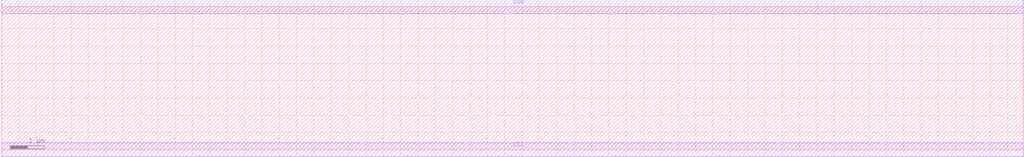
<source format=lef>
VERSION 5.8 ;
BUSBITCHARS "[]" ;
DIVIDERCHAR "/" ;

PROPERTYDEFINITIONS
  MACRO CatenaDesignType STRING ;
  MACRO oaTaper STRING ;
END PROPERTYDEFINITIONS

MACRO DFFRX1
  CLASS CORE ;
  ORIGIN 0 0 ;
  FOREIGN DFFRX1 0 0 ;
  SIZE 9.2 BY 4.14 ;
  SYMMETRY X Y ;
  SITE CoreSite ;
  PIN D
    DIRECTION INPUT ;
    USE SIGNAL ;
    ANTENNAMODEL OXIDE1 ;
      ANTENNAGATEAREA 0.1575 LAYER met1 ;
      ANTENNAMAXAREACAR 0.787937 LAYER met1 ;
      ANTENNAMAXSIDEAREACAR 0.926984 LAYER met1 ;
    PORT
      LAYER met1 ;
        RECT 0.79 0.385 1.05 1.625 ;
    END
  END D
  PIN QN
    DIRECTION OUTPUT ;
    USE SIGNAL ;
    ANTENNADIFFAREA 0.50085 LAYER met1 ;
    PORT
      LAYER met1 ;
        RECT 8.585 2.44 8.87 3.45 ;
        RECT 8.61 0.68 8.87 3.45 ;
        RECT 8.585 0.68 8.87 1.33 ;
    END
  END QN
  PIN Q
    DIRECTION OUTPUT ;
    USE SIGNAL ;
    ANTENNADIFFAREA 0.50085 LAYER met1 ;
    PORT
      LAYER met1 ;
        RECT 7.69 2.44 7.955 3.45 ;
        RECT 7.69 0.68 7.955 1.33 ;
        RECT 7.69 0.68 7.95 3.45 ;
    END
  END Q
  PIN RN
    DIRECTION INPUT ;
    USE SIGNAL ;
    ANTENNAMODEL OXIDE1 ;
      ANTENNAGATEAREA 0.315 LAYER met1 ;
      ANTENNAMAXAREACAR 2.620159 LAYER met1 ;
      ANTENNAMAXSIDEAREACAR 2.974603 LAYER met1 ;
    PORT
      LAYER met1 ;
        RECT 6.77 1.405 7.03 2.645 ;
    END
  END RN
  PIN CK
    DIRECTION INPUT ;
    USE SIGNAL ;
    ANTENNAMODEL OXIDE1 ;
      ANTENNAGATEAREA 0.1575 LAYER met1 ;
      ANTENNAMAXAREACAR 0.91746 LAYER met1 ;
      ANTENNAMAXSIDEAREACAR 1.079365 LAYER met1 ;
    PORT
      LAYER met1 ;
        RECT 0.79 2.315 1.05 3.555 ;
    END
  END CK
  PIN VSS
    DIRECTION INPUT ;
    USE GROUND ;
    SHAPE ABUTMENT ;
    NETEXPR "VSS VSS!" ;
    PORT
      LAYER met1 ;
        RECT 0 -0.2 9.2 0.2 ;
    END
  END VSS
  PIN VDD
    DIRECTION INPUT ;
    USE POWER ;
    SHAPE ABUTMENT ;
    NETEXPR "VDD VDD!" ;
    PORT
      LAYER met1 ;
        RECT 0 3.94 9.2 4.34 ;
    END
  END VDD
  OBS
    LAYER met1 ;
      RECT 6.345 0.765 6.575 3.53 ;
      RECT 5.915 0.765 6.575 0.995 ;
      RECT 5.915 0.705 6.145 0.995 ;
      RECT 1.435 3.375 3.905 3.605 ;
      RECT 3.675 2.505 3.905 3.605 ;
      RECT 1.435 0.705 1.665 3.605 ;
      RECT 2.725 2.945 2.955 3.235 ;
      RECT 1.865 2.945 2.095 3.235 ;
      RECT 1.865 3.005 2.955 3.175 ;
      RECT 7.205 0.61 7.435 3.53 ;
      RECT 4.965 1.145 5.195 2.795 ;
      RECT 4.535 0.705 4.765 3.235 ;
      RECT 4.105 0.705 4.335 3.235 ;
      RECT 3.245 0.705 3.475 3.235 ;
      RECT 0.145 0.705 0.375 3.235 ;
  END
  PROPERTY CatenaDesignType "deviceLevel" ;
END DFFRX1

MACRO TBUFX1
  CLASS CORE ;
  ORIGIN 0 0 ;
  FOREIGN TBUFX1 0 0 ;
  SIZE 3.68 BY 4.14 ;
  SYMMETRY X Y ;
  SITE CoreSite ;
  PIN Y
    DIRECTION OUTPUT ;
    USE SIGNAL ;
    ANTENNADIFFAREA 0.50085 LAYER met1 ;
    PORT
      LAYER met1 ;
        RECT 3.09 2.52 3.535 3.53 ;
        RECT 3.09 0.61 3.535 1.26 ;
        RECT 3.09 0.61 3.35 3.53 ;
    END
  END Y
  PIN VSS
    DIRECTION INPUT ;
    USE GROUND ;
    SHAPE ABUTMENT ;
    NETEXPR "VSS VSS!" ;
    PORT
      LAYER met1 ;
        RECT 0 -0.2 3.68 0.2 ;
    END
  END VSS
  PIN OE
    DIRECTION INPUT ;
    USE SIGNAL ;
    ANTENNAMODEL OXIDE1 ;
      ANTENNAGATEAREA 0.315 LAYER met1 ;
      ANTENNAMAXAREACAR 1.370794 LAYER met1 ;
      ANTENNAMAXSIDEAREACAR 1.504762 LAYER met1 ;
    PORT
      LAYER met1 ;
        RECT 0.79 1.85 1.05 3.09 ;
    END
  END OE
  PIN A
    DIRECTION INPUT ;
    USE SIGNAL ;
    ANTENNAMODEL OXIDE1 ;
      ANTENNAGATEAREA 0.315 LAYER met1 ;
      ANTENNAMAXAREACAR 0.86619 LAYER met1 ;
      ANTENNAMAXSIDEAREACAR 0.911111 LAYER met1 ;
    PORT
      LAYER met1 ;
        RECT 1.71 1.665 1.97 2.905 ;
    END
  END A
  PIN VDD
    DIRECTION INPUT ;
    USE POWER ;
    SHAPE ABUTMENT ;
    NETEXPR "VDD VDD!" ;
    PORT
      LAYER met1 ;
        RECT 0 3.94 3.68 4.34 ;
    END
  END VDD
  OBS
    LAYER met1 ;
      RECT 2.385 3.24 2.615 3.53 ;
      RECT 2.43 0.785 2.57 3.53 ;
      RECT 2.385 1.82 2.615 2.11 ;
      RECT 2.375 0.785 2.605 1.075 ;
      RECT 1.435 3.24 1.665 3.53 ;
      RECT 1.43 0.685 1.57 3.385 ;
      RECT 1.34 1.48 1.57 1.77 ;
      RECT 1.005 0.61 1.235 0.9 ;
      RECT 1.005 0.685 1.62 0.825 ;
      RECT 0.145 3.24 0.375 3.53 ;
      RECT 0.175 0.61 0.345 3.53 ;
      RECT 0.145 1.82 0.375 2.11 ;
      RECT 0.145 0.61 0.375 0.9 ;
  END
  PROPERTY CatenaDesignType "deviceLevel" ;
END TBUFX1

MACRO CLKINVX1
  CLASS CORE ;
  ORIGIN 0 0 ;
  FOREIGN CLKINVX1 0 0 ;
  SIZE 1.38 BY 4.14 ;
  SYMMETRY X Y ;
  SITE CoreSite ;
  PIN Y
    DIRECTION OUTPUT ;
    USE SIGNAL ;
    ANTENNADIFFAREA 0.50085 LAYER met1 ;
    PORT
      LAYER met1 ;
        RECT 0.545 2.905 1.05 3.495 ;
        RECT 0.79 0.64 1.05 3.495 ;
        RECT 0.545 0.64 1.05 0.87 ;
    END
  END Y
  PIN A
    DIRECTION INPUT ;
    USE SIGNAL ;
    ANTENNAMODEL OXIDE1 ;
      ANTENNAGATEAREA 0.2835 LAYER met1 ;
      ANTENNAMAXAREACAR 0.308818 LAYER met1 ;
      ANTENNAMAXSIDEAREACAR 0.363316 LAYER met1 ;
    PORT
      LAYER met1 ;
        RECT 0.33 1.19 0.59 2.43 ;
    END
  END A
  PIN VSS
    DIRECTION INPUT ;
    USE GROUND ;
    SHAPE ABUTMENT ;
    NETEXPR "VSS VSS!" ;
    PORT
      LAYER met1 ;
        RECT 0 -0.2 1.38 0.2 ;
    END
  END VSS
  PIN VDD
    DIRECTION INPUT ;
    USE POWER ;
    SHAPE ABUTMENT ;
    NETEXPR "VDD VDD!" ;
    PORT
      LAYER met1 ;
        RECT 0 3.94 1.38 4.34 ;
    END
  END VDD
  PROPERTY CatenaDesignType "deviceLevel" ;
END CLKINVX1

MACRO INVX1
  CLASS CORE ;
  ORIGIN 0 0 ;
  FOREIGN INVX1 0 0 ;
  SIZE 1.38 BY 4.14 ;
  SYMMETRY X Y ;
  SITE CoreSite ;
  PIN Y
    DIRECTION OUTPUT ;
    USE SIGNAL ;
    ANTENNADIFFAREA 0.50085 LAYER met1 ;
    PORT
      LAYER met1 ;
        RECT 0.575 2.84 1.05 3.49 ;
        RECT 0.79 0.605 1.05 3.49 ;
        RECT 0.575 0.605 1.05 1.255 ;
    END
  END Y
  PIN VSS
    DIRECTION INPUT ;
    USE GROUND ;
    SHAPE ABUTMENT ;
    NETEXPR "VSS VSS!" ;
    PORT
      LAYER met1 ;
        RECT 0 -0.2 1.38 0.2 ;
    END
  END VSS
  PIN VDD
    DIRECTION INPUT ;
    USE POWER ;
    SHAPE ABUTMENT ;
    NETEXPR "VDD VDD!" ;
    PORT
      LAYER met1 ;
        RECT 0 3.94 1.38 4.34 ;
    END
  END VDD
  PIN A
    DIRECTION INPUT ;
    USE SIGNAL ;
    ANTENNAMODEL OXIDE1 ;
      ANTENNAGATEAREA 0.2835 LAYER met1 ;
      ANTENNAMAXAREACAR 0.308818 LAYER met1 ;
      ANTENNAMAXSIDEAREACAR 0.363316 LAYER met1 ;
    PORT
      LAYER met1 ;
        RECT 0.33 1.43 0.59 2.67 ;
    END
  END A
END INVX1

MACRO MX2X1
  CLASS CORE ;
  ORIGIN 0 0 ;
  FOREIGN MX2X1 0 0 ;
  SIZE 3.68 BY 4.14 ;
  SYMMETRY X Y ;
  SITE CoreSite ;
  PIN Y
    DIRECTION OUTPUT ;
    USE SIGNAL ;
    ANTENNADIFFAREA 0.50085 LAYER met1 ;
    PORT
      LAYER met1 ;
        RECT 2.755 2.91 3.35 3.5 ;
        RECT 3.09 0.64 3.35 3.5 ;
        RECT 2.755 0.64 3.35 1.23 ;
    END
  END Y
  PIN A
    DIRECTION INPUT ;
    USE SIGNAL ;
    ANTENNAMODEL OXIDE1 ;
      ANTENNAGATEAREA 0.1575 LAYER met1 ;
      ANTENNAMAXAREACAR 0.555873 LAYER met1 ;
      ANTENNAMAXSIDEAREACAR 0.653968 LAYER met1 ;
    PORT
      LAYER met1 ;
        RECT 0.79 0.48 1.05 1.72 ;
    END
  END A
  PIN S0
    DIRECTION INPUT ;
    USE SIGNAL ;
    ANTENNAMODEL OXIDE1 ;
      ANTENNAGATEAREA 0.315 LAYER met1 ;
      ANTENNAMAXAREACAR 2.112857 LAYER met1 ;
      ANTENNAMAXSIDEAREACAR 2.060317 LAYER met1 ;
    PORT
      LAYER met1 ;
        RECT 0.79 2.28 1.05 3.52 ;
    END
  END S0
  PIN B
    DIRECTION INPUT ;
    USE SIGNAL ;
    ANTENNAMODEL OXIDE1 ;
      ANTENNAGATEAREA 0.1575 LAYER met1 ;
      ANTENNAMAXAREACAR 0.674603 LAYER met1 ;
      ANTENNAMAXSIDEAREACAR 0.793651 LAYER met1 ;
    PORT
      LAYER met1 ;
        RECT 2.17 0.875 2.43 2.115 ;
    END
  END B
  PIN VSS
    DIRECTION INPUT ;
    USE GROUND ;
    SHAPE ABUTMENT ;
    NETEXPR "VSS VSS!" ;
    PORT
      LAYER met1 ;
        RECT 0 -0.2 3.68 0.2 ;
    END
  END VSS
  PIN VDD
    DIRECTION INPUT ;
    USE POWER ;
    SHAPE ABUTMENT ;
    NETEXPR "VDD VDD!" ;
    PORT
      LAYER met1 ;
        RECT 0 3.94 3.68 4.34 ;
    END
  END VDD
  OBS
    LAYER met1 ;
      RECT 1.435 0.655 1.665 3.38 ;
      RECT 1.435 2.29 2.84 2.52 ;
      RECT 2.61 2 2.84 2.52 ;
      RECT 0.145 0.655 0.375 3.38 ;
  END
  PROPERTY CatenaDesignType "deviceLevel" ;
  PROPERTY oaTaper "virtuosoDefaultSetup" ;
END MX2X1

MACRO OR2X1
  CLASS CORE ;
  ORIGIN 0 0 ;
  FOREIGN OR2X1 0 0 ;
  SIZE 2.3 BY 4.14 ;
  SYMMETRY X Y ;
  SITE CoreSite ;
  PIN A
    DIRECTION INPUT ;
    USE SIGNAL ;
    ANTENNAMODEL OXIDE1 ;
      ANTENNAGATEAREA 0.1575 LAYER met1 ;
      ANTENNAMAXAREACAR 0.78254 LAYER met1 ;
      ANTENNAMAXSIDEAREACAR 0.920635 LAYER met1 ;
    PORT
      LAYER met1 ;
        RECT 0.79 1.455 1.05 2.695 ;
    END
  END A
  PIN VSS
    DIRECTION INPUT ;
    USE GROUND ;
    SHAPE ABUTMENT ;
    NETEXPR "VSS VSS!" ;
    PORT
      LAYER met1 ;
        RECT 0 -0.2 2.3 0.2 ;
    END
  END VSS
  PIN B
    DIRECTION INPUT ;
    USE SIGNAL ;
    ANTENNAMODEL OXIDE1 ;
      ANTENNAGATEAREA 0.1575 LAYER met1 ;
      ANTENNAMAXAREACAR 0.593651 LAYER met1 ;
      ANTENNAMAXSIDEAREACAR 0.698413 LAYER met1 ;
    PORT
      LAYER met1 ;
        RECT 0.33 1.145 0.59 2.385 ;
    END
  END B
  PIN Y
    DIRECTION OUTPUT ;
    USE SIGNAL ;
    ANTENNADIFFAREA 0.50085 LAYER met1 ;
    PORT
      LAYER met1 ;
        RECT 1.495 3.21 1.97 3.5 ;
        RECT 1.71 0.505 1.97 3.5 ;
        RECT 1.495 0.505 1.97 0.795 ;
    END
  END Y
  PIN VDD
    DIRECTION INPUT ;
    USE POWER ;
    SHAPE ABUTMENT ;
    NETEXPR "VDD VDD!" ;
    PORT
      LAYER met1 ;
        RECT 0 3.94 2.3 4.34 ;
    END
  END VDD
  OBS
    LAYER met1 ;
      RECT 0.115 3.27 1.2 3.5 ;
      RECT 0.97 2.84 1.2 3.5 ;
      RECT 1.19 0.965 1.42 3.07 ;
      RECT 0.765 0.965 1.42 1.195 ;
      RECT 0.765 0.475 0.995 1.195 ;
      RECT 0.545 0.475 0.995 0.705 ;
  END
  PROPERTY CatenaDesignType "deviceLevel" ;
END OR2X1

MACRO BUFX2
  CLASS CORE ;
  ORIGIN 0 0 ;
  FOREIGN BUFX2 0 0 ;
  SIZE 2.3 BY 4.14 ;
  SYMMETRY X Y ;
  SITE CoreSite ;
  PIN VSS
    DIRECTION INPUT ;
    USE GROUND ;
    SHAPE ABUTMENT ;
    NETEXPR "VSS VSS!" ;
    PORT
      LAYER met1 ;
        RECT 0 -0.2 2.3 0.2 ;
    END
  END VSS
  PIN Y
    DIRECTION OUTPUT ;
    USE SIGNAL ;
    ANTENNADIFFAREA 0.5292 LAYER met1 ;
    PORT
      LAYER met1 ;
        RECT 1.065 3.23 1.51 3.52 ;
        RECT 1.25 0.61 1.51 3.52 ;
        RECT 1.065 0.61 1.51 1.26 ;
    END
  END Y
  PIN A
    DIRECTION INPUT ;
    USE SIGNAL ;
    ANTENNAMODEL OXIDE1 ;
      ANTENNAGATEAREA 0.1575 LAYER met1 ;
      ANTENNAMAXAREACAR 0.949841 LAYER met1 ;
      ANTENNAMAXSIDEAREACAR 1.11746 LAYER met1 ;
    PORT
      LAYER met1 ;
        RECT 0.79 1.685 1.05 2.925 ;
    END
  END A
  PIN VDD
    DIRECTION INPUT ;
    USE POWER ;
    SHAPE ABUTMENT ;
    NETEXPR "VDD VDD!" ;
    PORT
      LAYER met1 ;
        RECT 0 3.94 2.3 4.34 ;
    END
  END VDD
  OBS
    LAYER met1 ;
      RECT 0.145 3.24 0.375 3.53 ;
      RECT 0.145 0.655 0.285 3.53 ;
      RECT 0.145 1.48 0.515 1.77 ;
      RECT 0.145 0.655 0.375 0.945 ;
  END
  PROPERTY CatenaDesignType "deviceLevel" ;
END BUFX2

MACRO CLKAND2X2
  CLASS CORE ;
  ORIGIN 0 0 ;
  FOREIGN CLKAND2X2 0 0 ;
  SIZE 2.3 BY 4.14 ;
  SYMMETRY X Y ;
  SITE CoreSite ;
  PIN VSS
    DIRECTION INPUT ;
    USE GROUND ;
    SHAPE ABUTMENT ;
    NETEXPR "VSS VSS!" ;
    PORT
      LAYER met1 ;
        RECT 0 -0.2 2.3 0.2 ;
    END
  END VSS
  PIN VDD
    DIRECTION INPUT ;
    USE POWER ;
    SHAPE ABUTMENT ;
    NETEXPR "VDD VDD!" ;
    PORT
      LAYER met1 ;
        RECT 0 3.94 2.3 4.34 ;
    END
  END VDD
  PIN Y
    DIRECTION OUTPUT ;
    USE SIGNAL ;
    ANTENNADIFFAREA 0.5292 LAYER met1 ;
    PORT
      LAYER met1 ;
        RECT 1.49 3.24 1.97 3.53 ;
        RECT 1.71 0.68 1.97 3.53 ;
        RECT 1.495 0.68 1.97 1.33 ;
    END
  END Y
  PIN A
    DIRECTION INPUT ;
    USE SIGNAL ;
    ANTENNAMODEL OXIDE1 ;
      ANTENNAGATEAREA 0.22125 LAYER met1 ;
      ANTENNAMAXAREACAR 0.718418 LAYER met1 ;
      ANTENNAMAXSIDEAREACAR 0.845198 LAYER met1 ;
    PORT
      LAYER met1 ;
        RECT 1.25 1.685 1.51 2.925 ;
    END
  END A
  PIN B
    DIRECTION INPUT ;
    USE SIGNAL ;
    ANTENNAMODEL OXIDE1 ;
      ANTENNAGATEAREA 0.22125 LAYER met1 ;
      ANTENNAMAXAREACAR 0.537853 LAYER met1 ;
      ANTENNAMAXSIDEAREACAR 0.632768 LAYER met1 ;
    PORT
      LAYER met1 ;
        RECT 0.33 1.855 0.59 3.095 ;
    END
  END B
  OBS
    LAYER met1 ;
      RECT 0.575 3.24 0.96 3.53 ;
      RECT 0.73 1.55 0.96 3.53 ;
  END
  PROPERTY CatenaDesignType "deviceLevel" ;
END CLKAND2X2

MACRO DFFSRX1
  CLASS CORE ;
  ORIGIN 0 0 ;
  FOREIGN DFFSRX1 0 0 ;
  SIZE 11.5 BY 4.14 ;
  SYMMETRY X Y ;
  SITE CoreSite ;
  PIN Q
    DIRECTION OUTPUT ;
    USE SIGNAL ;
    ANTENNADIFFAREA 0.50085 LAYER met1 ;
    PORT
      LAYER met1 ;
        RECT 10.245 2.42 10.71 3.57 ;
        RECT 10.45 0.57 10.71 3.57 ;
        RECT 10.245 0.57 10.71 1.35 ;
    END
  END Q
  PIN QN
    DIRECTION OUTPUT ;
    USE SIGNAL ;
    ANTENNADIFFAREA 0.50085 LAYER met1 ;
    PORT
      LAYER met1 ;
        RECT 10.91 2.42 11.275 3.57 ;
        RECT 10.91 0.57 11.275 1.35 ;
        RECT 10.91 0.57 11.17 3.57 ;
    END
  END QN
  PIN VSS
    DIRECTION INPUT ;
    USE GROUND ;
    SHAPE ABUTMENT ;
    NETEXPR "VSS VSS!" ;
    PORT
      LAYER met1 ;
        RECT 0 -0.2 11.5 0.2 ;
    END
  END VSS
  PIN SN
    DIRECTION INPUT ;
    USE SIGNAL ;
    ANTENNAMODEL OXIDE1 ;
      ANTENNAGATEAREA 0.315 LAYER met1 ;
      ANTENNAMAXAREACAR 1.75127 LAYER met1 ;
      ANTENNAMAXSIDEAREACAR 1.952381 LAYER met1 ;
    PORT
      LAYER met1 ;
        RECT 4.01 1.075 4.27 2.315 ;
    END
  END SN
  PIN CK
    DIRECTION INPUT ;
    USE SIGNAL ;
    ANTENNAMODEL OXIDE1 ;
      ANTENNAGATEAREA 0.1575 LAYER met1 ;
      ANTENNAMAXAREACAR 1.009206 LAYER met1 ;
      ANTENNAMAXSIDEAREACAR 1.187302 LAYER met1 ;
    PORT
      LAYER met1 ;
        RECT 0.79 2.19 1.05 3.43 ;
    END
  END CK
  PIN RN
    DIRECTION INPUT ;
    USE SIGNAL ;
    ANTENNAMODEL OXIDE1 ;
      ANTENNAGATEAREA 0.1575 LAYER met1 ;
      ANTENNAMAXAREACAR 0.868889 LAYER met1 ;
      ANTENNAMAXSIDEAREACAR 1.022222 LAYER met1 ;
    PORT
      LAYER met1 ;
        RECT 6.77 1.155 7.03 2.395 ;
    END
  END RN
  PIN D
    DIRECTION INPUT ;
    USE SIGNAL ;
    ANTENNAMODEL OXIDE1 ;
      ANTENNAGATEAREA 0.1575 LAYER met1 ;
      ANTENNAMAXAREACAR 0.631429 LAYER met1 ;
      ANTENNAMAXSIDEAREACAR 0.742857 LAYER met1 ;
    PORT
      LAYER met1 ;
        RECT 0.79 0.805 1.05 2.045 ;
    END
  END D
  PIN VDD
    DIRECTION INPUT ;
    USE POWER ;
    SHAPE ABUTMENT ;
    NETEXPR "VDD VDD!" ;
    PORT
      LAYER met1 ;
        RECT 0 3.94 11.5 4.34 ;
    END
  END VDD
  OBS
    LAYER met1 ;
      RECT 5.945 0.845 8.545 1.015 ;
      RECT 8.315 0.705 8.545 1.015 ;
      RECT 5.945 0.705 6.175 1.015 ;
      RECT 5.555 3.425 8.545 3.595 ;
      RECT 8.315 3.26 8.545 3.595 ;
      RECT 5.555 3.26 5.785 3.595 ;
      RECT 5.125 2.535 5.355 3.235 ;
      RECT 5.125 2.535 8.38 2.765 ;
      RECT 5.515 0.705 5.745 2.765 ;
      RECT 7.885 2.945 8.115 3.235 ;
      RECT 6.415 2.945 6.645 3.235 ;
      RECT 6.415 3.005 8.115 3.175 ;
      RECT 3.405 3.005 4.925 3.235 ;
      RECT 4.695 0.715 4.925 3.235 ;
      RECT 3.405 2.945 3.635 3.235 ;
      RECT 4.695 0.715 5.315 0.945 ;
      RECT 5.085 0.655 5.315 0.945 ;
      RECT 1.435 3.405 3.265 3.575 ;
      RECT 3.095 2.165 3.265 3.575 ;
      RECT 1.435 0.705 1.665 3.575 ;
      RECT 3.095 2.165 3.325 2.455 ;
      RECT 9.695 0.705 9.925 3.235 ;
      RECT 8.835 0.705 9.065 3.235 ;
      RECT 6.345 0.535 8.145 0.705 ;
      RECT 3.215 0.715 4.365 0.885 ;
      RECT 2.725 0.705 2.955 3.235 ;
      RECT 0.145 0.705 0.375 3.235 ;
  END
  PROPERTY CatenaDesignType "deviceLevel" ;
END DFFSRX1


















MACRO AOI221X1
  CLASS CORE ;
  ORIGIN 0 0 ;
  FOREIGN AOI221X1 0 0 ;
  SIZE 3.22 BY 4.14 ;
  SYMMETRY X Y ;
  SITE CoreSite ;
  PIN A1
    DIRECTION INPUT ;
    USE SIGNAL ;
    ANTENNAMODEL OXIDE1 ;
      ANTENNAGATEAREA 0.2835 LAYER met1 ;
      ANTENNAMAXAREACAR 0.434744 LAYER met1 ;
      ANTENNAMAXSIDEAREACAR 0.511464 LAYER met1 ;
    PORT
      LAYER met1 ;
        RECT 0.79 1.325 1.05 2.565 ;
    END
  END A1
  PIN A0
    DIRECTION INPUT ;
    USE SIGNAL ;
    ANTENNAMODEL OXIDE1 ;
      ANTENNAGATEAREA 0.2835 LAYER met1 ;
      ANTENNAMAXAREACAR 0.434744 LAYER met1 ;
      ANTENNAMAXSIDEAREACAR 0.511464 LAYER met1 ;
    PORT
      LAYER met1 ;
        RECT 0.33 0.81 0.59 2.05 ;
    END
  END A0
  PIN B1
    DIRECTION INPUT ;
    USE SIGNAL ;
    ANTENNAMODEL OXIDE1 ;
      ANTENNAGATEAREA 0.2835 LAYER met1 ;
      ANTENNAMAXAREACAR 0.434744 LAYER met1 ;
      ANTENNAMAXSIDEAREACAR 0.511464 LAYER met1 ;
    PORT
      LAYER met1 ;
        RECT 1.25 1.15 1.51 2.39 ;
    END
  END B1
  PIN C0
    DIRECTION INPUT ;
    USE SIGNAL ;
    ANTENNAMODEL OXIDE1 ;
      ANTENNAGATEAREA 0.2835 LAYER met1 ;
      ANTENNAMAXAREACAR 0.551675 LAYER met1 ;
      ANTENNAMAXSIDEAREACAR 0.64903 LAYER met1 ;
    PORT
      LAYER met1 ;
        RECT 2.17 1.13 2.43 2.37 ;
    END
  END C0
  PIN B0
    DIRECTION INPUT ;
    USE SIGNAL ;
    ANTENNAMODEL OXIDE1 ;
      ANTENNAGATEAREA 0.2835 LAYER met1 ;
      ANTENNAMAXAREACAR 0.434744 LAYER met1 ;
      ANTENNAMAXSIDEAREACAR 0.511464 LAYER met1 ;
    PORT
      LAYER met1 ;
        RECT 1.71 1.325 1.97 2.565 ;
    END
  END B0
  PIN Y
    DIRECTION OUTPUT ;
    USE SIGNAL ;
    ANTENNADIFFAREA 0.71365 LAYER met1 ;
    PORT
      LAYER met1 ;
        RECT 2.8 0.64 3.06 3.215 ;
        RECT 2.63 0.64 3.06 2.525 ;
        RECT 0.975 0.64 3.06 0.87 ;
    END
  END Y
  PIN VSS
    DIRECTION INPUT ;
    USE GROUND ;
    SHAPE ABUTMENT ;
    NETEXPR "VSS VSS!" ;
    PORT
      LAYER met1 ;
        RECT 0 -0.2 3.22 0.2 ;
    END
  END VSS
  PIN VDD
    DIRECTION INPUT ;
    USE POWER ;
    SHAPE ABUTMENT ;
    NETEXPR "VDD VDD!" ;
    PORT
      LAYER met1 ;
        RECT 0 3.94 3.22 4.34 ;
    END
  END VDD
  OBS
    LAYER met1 ;
      RECT 1.405 2.83 2.645 3.06 ;
      RECT 0.115 3.27 2.125 3.5 ;
  END
  PROPERTY CatenaDesignType "deviceLevel" ;
END AOI221X1

MACRO SDFFX1
  CLASS CORE ;
  ORIGIN 0 0 ;
  FOREIGN SDFFX1 0 0 ;
  SIZE 10.58 BY 4.14 ;
  SYMMETRY X Y ;
  SITE CoreSite ;
  PIN D
    DIRECTION INPUT ;
    USE SIGNAL ;
    ANTENNAMODEL OXIDE1 ;
      ANTENNAGATEAREA 0.1575 LAYER met1 ;
      ANTENNAMAXAREACAR 0.771746 LAYER met1 ;
      ANTENNAMAXSIDEAREACAR 0.907937 LAYER met1 ;
    PORT
      LAYER met1 ;
        RECT 0.79 2.15 1.05 3.39 ;
    END
  END D
  PIN SI
    DIRECTION INPUT ;
    USE SIGNAL ;
    ANTENNAMODEL OXIDE1 ;
      ANTENNAGATEAREA 0.1575 LAYER met1 ;
      ANTENNAMAXAREACAR 0.885079 LAYER met1 ;
      ANTENNAMAXSIDEAREACAR 1.04127 LAYER met1 ;
    PORT
      LAYER met1 ;
        RECT 2.17 1.82 2.43 3.06 ;
    END
  END SI
  PIN SE
    DIRECTION INPUT ;
    USE SIGNAL ;
    ANTENNAMODEL OXIDE1 ;
      ANTENNAGATEAREA 0.315 LAYER met1 ;
      ANTENNAMAXAREACAR 1.060476 LAYER met1 ;
      ANTENNAMAXSIDEAREACAR 1.139683 LAYER met1 ;
    PORT
      LAYER met1 ;
        RECT 0.79 0.745 1.05 1.985 ;
    END
  END SE
  PIN CK
    DIRECTION INPUT ;
    USE SIGNAL ;
    ANTENNAMODEL OXIDE1 ;
      ANTENNAGATEAREA 0.1575 LAYER met1 ;
      ANTENNAMAXAREACAR 0.890476 LAYER met1 ;
      ANTENNAMAXSIDEAREACAR 1.047619 LAYER met1 ;
    PORT
      LAYER met1 ;
        RECT 2.17 0.435 2.43 1.675 ;
    END
  END CK
  PIN Q
    DIRECTION OUTPUT ;
    USE SIGNAL ;
    ANTENNADIFFAREA 0.50085 LAYER met1 ;
    PORT
      LAYER met1 ;
        RECT 9.045 0.68 9.39 3.455 ;
    END
  END Q
  PIN QN
    DIRECTION OUTPUT ;
    USE SIGNAL ;
    ANTENNADIFFAREA 0.50085 LAYER met1 ;
    PORT
      LAYER met1 ;
        RECT 9.905 0.675 10.25 3.45 ;
    END
  END QN
  PIN VSS
    DIRECTION INPUT ;
    USE GROUND ;
    SHAPE ABUTMENT ;
    NETEXPR "VSS VSS!" ;
    PORT
      LAYER met1 ;
        RECT 0 -0.2 10.58 0.2 ;
    END
  END VSS
  PIN VDD
    DIRECTION INPUT ;
    USE POWER ;
    SHAPE ABUTMENT ;
    NETEXPR "VDD VDD!" ;
    PORT
      LAYER met1 ;
        RECT 0 3.94 10.58 4.34 ;
    END
  END VDD
  OBS
    LAYER met1 ;
      RECT 3.675 3.375 5.715 3.605 ;
      RECT 5.485 2.475 5.715 3.605 ;
      RECT 3.675 0.705 3.905 3.605 ;
      RECT 1.435 3.375 3.475 3.605 ;
      RECT 3.245 0.705 3.475 3.605 ;
      RECT 1.435 0.705 1.665 3.605 ;
      RECT 8.585 0.88 8.815 3.53 ;
      RECT 7.725 0.68 7.955 3.53 ;
      RECT 6.775 1.145 7.005 2.795 ;
      RECT 6.345 0.705 6.575 3.235 ;
      RECT 5.915 0.705 6.145 3.235 ;
      RECT 4.965 0.705 5.195 3.235 ;
      RECT 2.725 0.705 2.955 3.235 ;
      RECT 0.145 0.705 0.375 3.235 ;
  END
  PROPERTY CatenaDesignType "deviceLevel" ;
END SDFFX1

MACRO OR3X2
  CLASS CORE ;
  ORIGIN 0 0 ;
  FOREIGN OR3X2 0 0 ;
  SIZE 2.76 BY 4.14 ;
  SYMMETRY X Y ;
  SITE CoreSite ;
  PIN VSS
    DIRECTION INPUT ;
    USE GROUND ;
    SHAPE ABUTMENT ;
    NETEXPR "VSS VSS!" ;
    PORT
      LAYER met1 ;
        RECT 0 -0.2 2.76 0.2 ;
    END
  END VSS
  PIN A
    DIRECTION INPUT ;
    USE SIGNAL ;
    ANTENNAMODEL OXIDE1 ;
      ANTENNAGATEAREA 0.1575 LAYER met1 ;
      ANTENNAMAXAREACAR 0.771746 LAYER met1 ;
      ANTENNAMAXSIDEAREACAR 0.907937 LAYER met1 ;
    PORT
      LAYER met1 ;
        RECT 1.25 1.46 1.51 2.7 ;
    END
  END A
  PIN C
    DIRECTION INPUT ;
    USE SIGNAL ;
    ANTENNAMODEL OXIDE1 ;
      ANTENNAGATEAREA 0.1575 LAYER met1 ;
      ANTENNAMAXAREACAR 0.787937 LAYER met1 ;
      ANTENNAMAXSIDEAREACAR 0.926984 LAYER met1 ;
    PORT
      LAYER met1 ;
        RECT 0.33 1.31 0.59 2.55 ;
    END
  END C
  PIN B
    DIRECTION INPUT ;
    USE SIGNAL ;
    ANTENNAMODEL OXIDE1 ;
      ANTENNAGATEAREA 0.1575 LAYER met1 ;
      ANTENNAMAXAREACAR 0.631429 LAYER met1 ;
      ANTENNAMAXSIDEAREACAR 0.742857 LAYER met1 ;
    PORT
      LAYER met1 ;
        RECT 0.79 1.06 1.05 2.3 ;
    END
  END B
  PIN Y
    DIRECTION OUTPUT ;
    USE SIGNAL ;
    ANTENNADIFFAREA 0.5292 LAYER met1 ;
    PORT
      LAYER met1 ;
        RECT 1.925 3.24 2.43 3.53 ;
        RECT 2.17 0.535 2.43 3.53 ;
        RECT 1.925 0.535 2.43 0.825 ;
    END
  END Y
  PIN VDD
    DIRECTION INPUT ;
    USE POWER ;
    SHAPE ABUTMENT ;
    NETEXPR "VDD VDD!" ;
    PORT
      LAYER met1 ;
        RECT 0 3.94 2.76 4.34 ;
    END
  END VDD
  OBS
    LAYER met1 ;
      RECT 0.115 3.27 1.2 3.5 ;
      RECT 0.97 2.87 1.2 3.5 ;
      RECT 0.97 2.87 2.03 3.1 ;
      RECT 1.8 1.09 2.03 3.1 ;
      RECT 1.36 1.09 2.03 1.32 ;
      RECT 1.36 0.475 1.59 1.32 ;
      RECT 0.115 0.475 1.59 0.705 ;
  END
  PROPERTY CatenaDesignType "deviceLevel" ;
END OR3X2

MACRO OAI211X1
  CLASS CORE ;
  ORIGIN 0 0 ;
  FOREIGN OAI211X1 0 0 ;
  SIZE 2.76 BY 4.14 ;
  SYMMETRY X Y ;
  SITE CoreSite ;
  PIN Y
    DIRECTION OUTPUT ;
    USE SIGNAL ;
    ANTENNADIFFAREA 0.81725 LAYER met1 ;
    PORT
      LAYER met1 ;
        RECT 0.99 2.865 2.43 3.125 ;
        RECT 2.17 0.61 2.43 3.125 ;
        RECT 1.85 0.61 2.43 0.905 ;
        RECT 1.865 2.865 2.095 3.53 ;
        RECT 0.99 2.865 1.25 3.515 ;
    END
  END Y
  PIN VSS
    DIRECTION INPUT ;
    USE GROUND ;
    SHAPE ABUTMENT ;
    NETEXPR "VSS VSS!" ;
    PORT
      LAYER met1 ;
        RECT 0 -0.2 2.76 0.2 ;
    END
  END VSS
  PIN B0
    DIRECTION INPUT ;
    USE SIGNAL ;
    ANTENNAMODEL OXIDE1 ;
      ANTENNAGATEAREA 0.2835 LAYER met1 ;
      ANTENNAMAXAREACAR 0.359788 LAYER met1 ;
      ANTENNAMAXSIDEAREACAR 0.42328 LAYER met1 ;
    PORT
      LAYER met1 ;
        RECT 1.25 1.31 1.51 2.55 ;
    END
  END B0
  PIN C0
    DIRECTION INPUT ;
    USE SIGNAL ;
    ANTENNAMODEL OXIDE1 ;
      ANTENNAGATEAREA 0.2835 LAYER met1 ;
      ANTENNAMAXAREACAR 0.35679 LAYER met1 ;
      ANTENNAMAXSIDEAREACAR 0.419753 LAYER met1 ;
    PORT
      LAYER met1 ;
        RECT 1.71 1.32 1.97 2.56 ;
    END
  END C0
  PIN A0
    DIRECTION INPUT ;
    USE SIGNAL ;
    ANTENNAMODEL OXIDE1 ;
      ANTENNAGATEAREA 0.2835 LAYER met1 ;
      ANTENNAMAXAREACAR 0.308818 LAYER met1 ;
      ANTENNAMAXSIDEAREACAR 0.363316 LAYER met1 ;
    PORT
      LAYER met1 ;
        RECT 0.33 1.19 0.59 2.43 ;
    END
  END A0
  PIN A1
    DIRECTION INPUT ;
    USE SIGNAL ;
    ANTENNAMODEL OXIDE1 ;
      ANTENNAGATEAREA 0.2835 LAYER met1 ;
      ANTENNAMAXAREACAR 0.341799 LAYER met1 ;
      ANTENNAMAXSIDEAREACAR 0.402116 LAYER met1 ;
    PORT
      LAYER met1 ;
        RECT 0.79 1.285 1.05 2.525 ;
    END
  END A1
  PIN VDD
    DIRECTION INPUT ;
    USE POWER ;
    SHAPE ABUTMENT ;
    NETEXPR "VDD VDD!" ;
    PORT
      LAYER met1 ;
        RECT 0 3.94 2.76 4.34 ;
    END
  END VDD
  OBS
    LAYER met1 ;
      RECT 1.005 0.61 1.235 0.935 ;
      RECT 0.145 0.61 0.375 0.935 ;
      RECT 0.145 0.61 1.235 0.84 ;
  END
  PROPERTY CatenaDesignType "deviceLevel" ;
END OAI211X1

MACRO AOI222X1
  CLASS CORE ;
  ORIGIN 0 0 ;
  FOREIGN AOI222X1 0 0 ;
  SIZE 4.14 BY 4.14 ;
  SYMMETRY X Y ;
  SITE CoreSite ;
  PIN Y
    DIRECTION OUTPUT ;
    USE SIGNAL ;
    ANTENNADIFFAREA 0.7306 LAYER met1 ;
    PORT
      LAYER met1 ;
        RECT 3.245 0.68 3.475 1.33 ;
        RECT 0.975 0.68 3.475 0.91 ;
        RECT 2.63 0.68 3.045 3.09 ;
    END
  END Y
  PIN A1
    DIRECTION INPUT ;
    USE SIGNAL ;
    ANTENNAMODEL OXIDE1 ;
      ANTENNAGATEAREA 0.2835 LAYER met1 ;
      ANTENNAMAXAREACAR 0.377778 LAYER met1 ;
      ANTENNAMAXSIDEAREACAR 0.444444 LAYER met1 ;
    PORT
      LAYER met1 ;
        RECT 0.79 1.495 1.05 2.735 ;
    END
  END A1
  PIN A0
    DIRECTION INPUT ;
    USE SIGNAL ;
    ANTENNAMODEL OXIDE1 ;
      ANTENNAGATEAREA 0.2835 LAYER met1 ;
      ANTENNAMAXAREACAR 0.377778 LAYER met1 ;
      ANTENNAMAXSIDEAREACAR 0.444444 LAYER met1 ;
    PORT
      LAYER met1 ;
        RECT 0.33 1.05 0.59 2.29 ;
    END
  END A0
  PIN B0
    DIRECTION INPUT ;
    USE SIGNAL ;
    ANTENNAMODEL OXIDE1 ;
      ANTENNAGATEAREA 0.2835 LAYER met1 ;
      ANTENNAMAXAREACAR 0.482716 LAYER met1 ;
      ANTENNAMAXSIDEAREACAR 0.567901 LAYER met1 ;
    PORT
      LAYER met1 ;
        RECT 1.71 1.49 1.97 2.73 ;
    END
  END B0
  PIN B1
    DIRECTION INPUT ;
    USE SIGNAL ;
    ANTENNAMODEL OXIDE1 ;
      ANTENNAGATEAREA 0.2835 LAYER met1 ;
      ANTENNAMAXAREACAR 0.377778 LAYER met1 ;
      ANTENNAMAXSIDEAREACAR 0.444444 LAYER met1 ;
    PORT
      LAYER met1 ;
        RECT 1.25 1.1 1.51 2.34 ;
    END
  END B1
  PIN C0
    DIRECTION INPUT ;
    USE SIGNAL ;
    ANTENNAMODEL OXIDE1 ;
      ANTENNAGATEAREA 0.2835 LAYER met1 ;
      ANTENNAMAXAREACAR 0.524691 LAYER met1 ;
      ANTENNAMAXSIDEAREACAR 0.617284 LAYER met1 ;
    PORT
      LAYER met1 ;
        RECT 2.17 1.33 2.43 2.57 ;
    END
  END C0
  PIN C1
    DIRECTION INPUT ;
    USE SIGNAL ;
    ANTENNAMODEL OXIDE1 ;
      ANTENNAGATEAREA 0.2835 LAYER met1 ;
      ANTENNAMAXAREACAR 0.596649 LAYER met1 ;
      ANTENNAMAXSIDEAREACAR 0.70194 LAYER met1 ;
    PORT
      LAYER met1 ;
        RECT 3.55 1.765 3.81 3.005 ;
    END
  END C1
  PIN VSS
    DIRECTION INPUT ;
    USE GROUND ;
    SHAPE ABUTMENT ;
    NETEXPR "VSS VSS!" ;
    PORT
      LAYER met1 ;
        RECT 0 -0.2 4.14 0.2 ;
    END
  END VSS
  PIN VDD
    DIRECTION INPUT ;
    USE POWER ;
    SHAPE ABUTMENT ;
    NETEXPR "VDD VDD!" ;
    PORT
      LAYER met1 ;
        RECT 0 3.94 4.14 4.34 ;
    END
  END VDD
  OBS
    LAYER met1 ;
      RECT 1.405 3.27 3.505 3.5 ;
      RECT 0.115 2.9 2.125 3.13 ;
  END
  PROPERTY CatenaDesignType "deviceLevel" ;
END AOI222X1

MACRO AND4X2
  CLASS CORE ;
  ORIGIN 0 0 ;
  FOREIGN AND4X2 0 0 ;
  SIZE 3.22 BY 4.14 ;
  SYMMETRY X Y ;
  SITE CoreSite ;
  PIN Y
    DIRECTION OUTPUT ;
    USE SIGNAL ;
    ANTENNADIFFAREA 0.5292 LAYER met1 ;
    PORT
      LAYER met1 ;
        RECT 2.355 3.24 2.89 3.53 ;
        RECT 2.63 0.61 2.89 3.53 ;
        RECT 2.355 0.61 2.89 0.9 ;
    END
  END Y
  PIN D
    DIRECTION INPUT ;
    USE SIGNAL ;
    ANTENNAMODEL OXIDE1 ;
      ANTENNAGATEAREA 0.1575 LAYER met1 ;
      ANTENNAMAXAREACAR 0.78254 LAYER met1 ;
      ANTENNAMAXSIDEAREACAR 0.920635 LAYER met1 ;
    PORT
      LAYER met1 ;
        RECT 0.33 1.055 0.59 2.295 ;
    END
  END D
  PIN C
    DIRECTION INPUT ;
    USE SIGNAL ;
    ANTENNAMODEL OXIDE1 ;
      ANTENNAGATEAREA 0.1575 LAYER met1 ;
      ANTENNAMAXAREACAR 0.78254 LAYER met1 ;
      ANTENNAMAXSIDEAREACAR 0.920635 LAYER met1 ;
    PORT
      LAYER met1 ;
        RECT 0.79 1.055 1.05 2.295 ;
    END
  END C
  PIN B
    DIRECTION INPUT ;
    USE SIGNAL ;
    ANTENNAMODEL OXIDE1 ;
      ANTENNAGATEAREA 0.1575 LAYER met1 ;
      ANTENNAMAXAREACAR 0.825714 LAYER met1 ;
      ANTENNAMAXSIDEAREACAR 0.971429 LAYER met1 ;
    PORT
      LAYER met1 ;
        RECT 1.25 1.865 1.51 3.105 ;
    END
  END B
  PIN A
    DIRECTION INPUT ;
    USE SIGNAL ;
    ANTENNAMODEL OXIDE1 ;
      ANTENNAGATEAREA 0.1575 LAYER met1 ;
      ANTENNAMAXAREACAR 0.868889 LAYER met1 ;
      ANTENNAMAXSIDEAREACAR 1.022222 LAYER met1 ;
    PORT
      LAYER met1 ;
        RECT 1.71 1.425 1.97 2.665 ;
    END
  END A
  PIN VDD
    DIRECTION INPUT ;
    USE POWER ;
    SHAPE ABUTMENT ;
    NETEXPR "VDD VDD!" ;
    PORT
      LAYER met1 ;
        RECT 0 3.94 3.22 4.34 ;
    END
  END VDD
  PIN VSS
    DIRECTION INPUT ;
    USE GROUND ;
    SHAPE ABUTMENT ;
    NETEXPR "VSS VSS!" ;
    PORT
      LAYER met1 ;
        RECT 0 -0.2 3.22 0.2 ;
    END
  END VSS
  OBS
    LAYER met1 ;
      RECT 0.545 3.27 2.125 3.5 ;
      RECT 1.895 2.87 2.125 3.5 ;
      RECT 1.895 2.87 2.48 3.1 ;
      RECT 2.215 1.04 2.445 3.1 ;
      RECT 2.21 2 2.445 2.29 ;
      RECT 1.985 0.64 2.215 1.27 ;
      RECT 0.115 0.64 2.215 0.87 ;
  END
  PROPERTY CatenaDesignType "deviceLevel" ;
END AND4X2

MACRO AND2X2
  CLASS CORE ;
  ORIGIN 0 0 ;
  FOREIGN AND2X2 0 0 ;
  SIZE 2.3 BY 4.14 ;
  SYMMETRY X Y ;
  SITE CoreSite ;
  PIN VSS
    DIRECTION INPUT ;
    USE GROUND ;
    SHAPE ABUTMENT ;
    NETEXPR "VSS VSS!" ;
    PORT
      LAYER met1 ;
        RECT 0 -0.2 2.3 0.2 ;
    END
  END VSS
  PIN Y
    DIRECTION OUTPUT ;
    USE SIGNAL ;
    ANTENNADIFFAREA 0.5292 LAYER met1 ;
    PORT
      LAYER met1 ;
        RECT 1.495 3.18 1.97 3.47 ;
        RECT 1.71 0.655 1.97 3.47 ;
        RECT 1.495 0.655 1.97 0.945 ;
    END
  END Y
  PIN A
    DIRECTION INPUT ;
    USE SIGNAL ;
    ANTENNAMODEL OXIDE1 ;
      ANTENNAGATEAREA 0.1575 LAYER met1 ;
      ANTENNAMAXAREACAR 1.073968 LAYER met1 ;
      ANTENNAMAXSIDEAREACAR 1.263492 LAYER met1 ;
    PORT
      LAYER met1 ;
        RECT 1.25 1.535 1.51 2.775 ;
    END
  END A
  PIN B
    DIRECTION INPUT ;
    USE SIGNAL ;
    ANTENNAMODEL OXIDE1 ;
      ANTENNAGATEAREA 0.1575 LAYER met1 ;
      ANTENNAMAXAREACAR 0.771746 LAYER met1 ;
      ANTENNAMAXSIDEAREACAR 0.907937 LAYER met1 ;
    PORT
      LAYER met1 ;
        RECT 0.33 1.745 0.59 2.985 ;
        RECT 0.285 2.505 0.59 2.795 ;
    END
  END B
  PIN VDD
    DIRECTION INPUT ;
    USE POWER ;
    SHAPE ABUTMENT ;
    NETEXPR "VDD VDD!" ;
    PORT
      LAYER met1 ;
        RECT 0 3.94 2.3 4.34 ;
    END
  END VDD
  OBS
    LAYER met1 ;
      RECT 0.575 3.24 1.02 3.53 ;
      RECT 0.79 0.685 1.02 3.53 ;
      RECT 0.145 0.655 0.375 0.945 ;
      RECT 0.145 0.685 1.02 0.915 ;
  END
  PROPERTY CatenaDesignType "deviceLevel" ;
END AND2X2

MACRO NOR3X4
  CLASS CORE ;
  ORIGIN 0 0 ;
  FOREIGN NOR3X4 0 0 ;
  SIZE 6.44 BY 4.14 ;
  SYMMETRY X Y ;
  SITE CoreSite ;
  PIN VSS
    DIRECTION INPUT ;
    USE GROUND ;
    SHAPE ABUTMENT ;
    NETEXPR "VSS VSS!" ;
    PORT
      LAYER met1 ;
        RECT 0 -0.2 6.44 0.2 ;
    END
  END VSS
  PIN A
    DIRECTION INPUT ;
    USE SIGNAL ;
    ANTENNAMODEL OXIDE1 ;
      ANTENNAGATEAREA 1.134 LAYER met1 ;
      ANTENNAMAXAREACAR 0.25485 LAYER met1 ;
      ANTENNAMAXSIDEAREACAR 0.239859 LAYER met1 ;
    PORT
      LAYER met1 ;
        RECT 0.79 1.085 1.05 2.325 ;
    END
  END A
  PIN C
    DIRECTION INPUT ;
    USE SIGNAL ;
    ANTENNAMODEL OXIDE1 ;
      ANTENNAGATEAREA 1.134 LAYER met1 ;
      ANTENNAMAXAREACAR 0.25485 LAYER met1 ;
      ANTENNAMAXSIDEAREACAR 0.239859 LAYER met1 ;
    PORT
      LAYER met1 ;
        RECT 4.93 1.04 5.19 2.28 ;
    END
  END C
  PIN Y
    DIRECTION OUTPUT ;
    USE SIGNAL ;
    ANTENNADIFFAREA 2.1921 LAYER met1 ;
    PORT
      LAYER met1 ;
        RECT 4.105 3.27 6.11 3.5 ;
        RECT 5.825 0.61 6.11 3.5 ;
        RECT 0.575 0.61 6.11 0.9 ;
        RECT 4.965 2.85 5.195 3.5 ;
        RECT 4.105 2.85 4.335 3.5 ;
    END
  END Y
  PIN VDD
    DIRECTION INPUT ;
    USE POWER ;
    SHAPE ABUTMENT ;
    NETEXPR "VDD VDD!" ;
    PORT
      LAYER met1 ;
        RECT 0 3.94 6.44 4.34 ;
    END
  END VDD
  PIN B
    DIRECTION INPUT ;
    USE SIGNAL ;
    ANTENNAMODEL OXIDE1 ;
      ANTENNAGATEAREA 1.134 LAYER met1 ;
      ANTENNAMAXAREACAR 0.270591 LAYER met1 ;
      ANTENNAMAXSIDEAREACAR 0.258377 LAYER met1 ;
    PORT
      LAYER met1 ;
        RECT 2.175 1.04 2.435 2.28 ;
    END
  END B
  OBS
    LAYER met1 ;
      RECT 5.395 2.47 5.625 3.12 ;
      RECT 4.535 2.47 4.765 3.12 ;
      RECT 3.155 2.47 3.385 3.12 ;
      RECT 2.295 2.47 2.525 3.12 ;
      RECT 2.295 2.47 5.625 2.7 ;
      RECT 0.145 3.27 3.815 3.5 ;
      RECT 3.585 2.85 3.815 3.5 ;
      RECT 2.725 2.85 2.955 3.5 ;
      RECT 1.865 2.49 2.095 3.5 ;
      RECT 1.005 2.49 1.235 3.5 ;
      RECT 0.145 2.49 0.375 3.5 ;
  END
END NOR3X4

MACRO SDFFRX1
  CLASS CORE ;
  ORIGIN 0 0 ;
  FOREIGN SDFFRX1 0 0 ;
  SIZE 11.5 BY 4.14 ;
  SYMMETRY X Y ;
  SITE CoreSite ;
  PIN Q
    DIRECTION OUTPUT ;
    USE SIGNAL ;
    ANTENNADIFFAREA 0.50085 LAYER met1 ;
    PORT
      LAYER met1 ;
        RECT 10.825 0.685 11.17 3.455 ;
    END
  END Q
  PIN QN
    DIRECTION OUTPUT ;
    USE SIGNAL ;
    ANTENNADIFFAREA 0.50085 LAYER met1 ;
    PORT
      LAYER met1 ;
        RECT 9.965 0.68 10.25 3.45 ;
    END
  END QN
  PIN SE
    DIRECTION INPUT ;
    USE SIGNAL ;
    ANTENNAMODEL OXIDE1 ;
      ANTENNAGATEAREA 0.315 LAYER met1 ;
      ANTENNAMAXAREACAR 1.082063 LAYER met1 ;
      ANTENNAMAXSIDEAREACAR 1.165079 LAYER met1 ;
    PORT
      LAYER met1 ;
        RECT 0.79 0.745 1.05 1.985 ;
    END
  END SE
  PIN RN
    DIRECTION INPUT ;
    USE SIGNAL ;
    ANTENNAMODEL OXIDE1 ;
      ANTENNAGATEAREA 0.315 LAYER met1 ;
      ANTENNAMAXAREACAR 2.034603 LAYER met1 ;
      ANTENNAMAXSIDEAREACAR 2.285714 LAYER met1 ;
    PORT
      LAYER met1 ;
        RECT 4.93 1.17 5.19 2.41 ;
    END
  END RN
  PIN CK
    DIRECTION INPUT ;
    USE SIGNAL ;
    ANTENNAMODEL OXIDE1 ;
      ANTENNAGATEAREA 0.1575 LAYER met1 ;
      ANTENNAMAXAREACAR 0.890476 LAYER met1 ;
      ANTENNAMAXSIDEAREACAR 1.047619 LAYER met1 ;
    PORT
      LAYER met1 ;
        RECT 2.17 0.4 2.43 1.64 ;
    END
  END CK
  PIN D
    DIRECTION INPUT ;
    USE SIGNAL ;
    ANTENNAMODEL OXIDE1 ;
      ANTENNAGATEAREA 0.1575 LAYER met1 ;
      ANTENNAMAXAREACAR 0.56127 LAYER met1 ;
      ANTENNAMAXSIDEAREACAR 0.660317 LAYER met1 ;
    PORT
      LAYER met1 ;
        RECT 0.79 2.125 1.05 3.365 ;
    END
  END D
  PIN SI
    DIRECTION INPUT ;
    USE SIGNAL ;
    ANTENNAMODEL OXIDE1 ;
      ANTENNAGATEAREA 0.1575 LAYER met1 ;
      ANTENNAMAXAREACAR 0.885079 LAYER met1 ;
      ANTENNAMAXSIDEAREACAR 1.04127 LAYER met1 ;
    PORT
      LAYER met1 ;
        RECT 2.17 1.78 2.43 3.02 ;
    END
  END SI
  PIN VSS
    DIRECTION INPUT ;
    USE GROUND ;
    SHAPE ABUTMENT ;
    NETEXPR "VSS VSS!" ;
    PORT
      LAYER met1 ;
        RECT 0 -0.2 11.5 0.2 ;
    END
  END VSS
  PIN VDD
    DIRECTION INPUT ;
    USE POWER ;
    SHAPE ABUTMENT ;
    NETEXPR "VDD VDD!" ;
    PORT
      LAYER met1 ;
        RECT 0 3.94 11.5 4.34 ;
    END
  END VDD
  OBS
    LAYER met1 ;
      RECT 9.45 0.765 9.68 3.235 ;
      RECT 8.985 0.765 9.68 0.935 ;
      RECT 8.585 0.705 8.815 3.235 ;
      RECT 8.495 0.705 8.815 0.995 ;
      RECT 6.775 0.705 7.005 3.235 ;
      RECT 6.775 1.855 7.545 2.085 ;
      RECT 3.675 3.375 6.145 3.605 ;
      RECT 5.915 2.475 6.145 3.605 ;
      RECT 3.675 0.705 3.905 3.605 ;
      RECT 1.435 3.57 3.475 3.8 ;
      RECT 3.245 0.705 3.475 3.8 ;
      RECT 1.435 0.705 1.665 3.8 ;
      RECT 0.15 0.71 0.38 3.24 ;
      RECT 0.145 2.945 0.38 3.235 ;
      RECT 0.145 2.505 0.38 2.795 ;
      RECT 0.145 1.145 0.38 1.435 ;
      RECT 0.145 0.705 0.375 0.995 ;
      RECT 7.715 1.145 7.945 2.795 ;
      RECT 6.345 0.705 6.575 3.235 ;
      RECT 5.485 0.705 5.715 3.235 ;
      RECT 4.075 3.005 5.225 3.175 ;
      RECT 2.725 0.705 2.955 3.235 ;
  END
  PROPERTY CatenaDesignType "deviceLevel" ;
END SDFFRX1

MACRO OAI22X2
  CLASS CORE ;
  ORIGIN 0 0 ;
  FOREIGN OAI22X2 0 0 ;
  SIZE 4.6 BY 4.14 ;
  SYMMETRY X Y ;
  SITE CoreSite ;
  PIN VSS
    DIRECTION INPUT ;
    USE GROUND ;
    SHAPE ABUTMENT ;
    NETEXPR "VSS VSS!" ;
    PORT
      LAYER met1 ;
        RECT 0 -0.2 4.6 0.2 ;
    END
  END VSS
  PIN B0
    DIRECTION INPUT ;
    USE SIGNAL ;
    ANTENNAMODEL OXIDE1 ;
      ANTENNAGATEAREA 0.567 LAYER met1 ;
      ANTENNAMAXAREACAR 0.361111 LAYER met1 ;
      ANTENNAMAXSIDEAREACAR 0.333333 LAYER met1 ;
    PORT
      LAYER met1 ;
        RECT 1.25 1.585 1.51 2.825 ;
    END
  END B0
  PIN A0
    DIRECTION INPUT ;
    USE SIGNAL ;
    ANTENNAMODEL OXIDE1 ;
      ANTENNAGATEAREA 0.567 LAYER met1 ;
      ANTENNAMAXAREACAR 0.32231 LAYER met1 ;
      ANTENNAMAXSIDEAREACAR 0.319224 LAYER met1 ;
    PORT
      LAYER met1 ;
        RECT 0.33 1.545 0.59 2.785 ;
    END
  END A0
  PIN Y
    DIRECTION OUTPUT ;
    USE SIGNAL ;
    ANTENNADIFFAREA 1.3409 LAYER met1 ;
    PORT
      LAYER met1 ;
        RECT 4.105 0.87 4.335 3.45 ;
        RECT 2.385 2.71 4.335 2.94 ;
        RECT 4.01 0.87 4.335 2.94 ;
        RECT 3.675 0.87 4.335 1.16 ;
        RECT 1.435 0.87 4.335 1.1 ;
        RECT 3.245 2.71 3.475 3 ;
        RECT 2.385 2.71 2.615 3 ;
        RECT 1.435 0.87 1.665 1.16 ;
    END
  END Y
  PIN A1
    DIRECTION INPUT ;
    USE SIGNAL ;
    ANTENNAMODEL OXIDE1 ;
      ANTENNAGATEAREA 0.567 LAYER met1 ;
      ANTENNAMAXAREACAR 0.30582 LAYER met1 ;
      ANTENNAMAXSIDEAREACAR 0.299824 LAYER met1 ;
    PORT
      LAYER met1 ;
        RECT 2.63 1.24 2.89 2.48 ;
    END
  END A1
  PIN B1
    DIRECTION INPUT ;
    USE SIGNAL ;
    ANTENNAMODEL OXIDE1 ;
      ANTENNAGATEAREA 0.567 LAYER met1 ;
      ANTENNAMAXAREACAR 0.30582 LAYER met1 ;
      ANTENNAMAXSIDEAREACAR 0.299824 LAYER met1 ;
    PORT
      LAYER met1 ;
        RECT 3.55 1.325 3.81 2.565 ;
    END
  END B1
  PIN VDD
    DIRECTION INPUT ;
    USE POWER ;
    SHAPE ABUTMENT ;
    NETEXPR "VDD VDD!" ;
    PORT
      LAYER met1 ;
        RECT 0 3.94 4.6 4.34 ;
    END
  END VDD
  OBS
    LAYER met1 ;
      RECT 1.005 0.44 1.235 1.09 ;
      RECT 0.145 0.44 0.375 1.09 ;
      RECT 4.105 0.44 4.335 0.73 ;
      RECT 3.245 0.44 3.475 0.73 ;
      RECT 2.385 0.44 2.615 0.73 ;
      RECT 1.865 0.44 2.095 0.73 ;
      RECT 0.145 0.44 4.335 0.67 ;
      RECT 3.675 3.14 3.905 3.43 ;
      RECT 1.435 3.14 3.905 3.37 ;
      RECT 1.435 3.08 1.665 3.37 ;
      RECT 0.575 3.57 3.045 3.8 ;
      RECT 2.815 3.51 3.045 3.8 ;
      RECT 0.575 3.51 0.805 3.8 ;
  END
  PROPERTY CatenaDesignType "deviceLevel" ;
END OAI22X2

MACRO DFFX4
  CLASS CORE ;
  ORIGIN 0 0 ;
  FOREIGN DFFX4 0 0 ;
  SIZE 11.04 BY 4.14 ;
  SYMMETRY X Y ;
  SITE CoreSite ;
  PIN D
    DIRECTION INPUT ;
    USE SIGNAL ;
    ANTENNAMODEL OXIDE1 ;
      ANTENNAGATEAREA 0.1575 LAYER met1 ;
      ANTENNAMAXAREACAR 0.787937 LAYER met1 ;
      ANTENNAMAXSIDEAREACAR 0.926984 LAYER met1 ;
    PORT
      LAYER met1 ;
        RECT 0.79 0.655 1.05 1.895 ;
    END
  END D
  PIN VDD
    DIRECTION INPUT ;
    USE POWER ;
    SHAPE ABUTMENT ;
    NETEXPR "VDD VDD!" ;
    PORT
      LAYER met1 ;
        RECT 0 3.94 11.04 4.34 ;
    END
  END VDD
  PIN QN
    DIRECTION OUTPUT ;
    USE SIGNAL ;
    ANTENNADIFFAREA 1.0584 LAYER met1 ;
    PORT
      LAYER met1 ;
        RECT 9.845 0.68 10.25 3.45 ;
        RECT 8.985 1.77 10.25 2 ;
        RECT 8.985 0.68 9.215 3.45 ;
    END
  END QN
  PIN Q
    DIRECTION OUTPUT ;
    USE SIGNAL ;
    ANTENNADIFFAREA 1.0584 LAYER met1 ;
    PORT
      LAYER met1 ;
        RECT 8.125 0.68 8.45 3.45 ;
        RECT 7.265 1.77 8.45 2 ;
        RECT 7.265 0.68 7.495 3.45 ;
    END
  END Q
  PIN CK
    DIRECTION INPUT ;
    USE SIGNAL ;
    ANTENNAMODEL OXIDE1 ;
      ANTENNAGATEAREA 0.1575 LAYER met1 ;
      ANTENNAMAXAREACAR 1.00381 LAYER met1 ;
      ANTENNAMAXSIDEAREACAR 1.180952 LAYER met1 ;
    PORT
      LAYER met1 ;
        RECT 0.79 2.19 1.05 3.43 ;
    END
  END CK
  PIN VSS
    DIRECTION INPUT ;
    USE GROUND ;
    SHAPE ABUTMENT ;
    NETEXPR "VSS VSS!" ;
    PORT
      LAYER met1 ;
        RECT 0 -0.2 11.04 0.2 ;
    END
  END VSS
  OBS
    LAYER met1 ;
      RECT 1.435 3.485 3.42 3.715 ;
      RECT 3.19 0.415 3.42 3.715 ;
      RECT 1.435 2.945 1.665 3.715 ;
      RECT 1.435 0.415 1.665 0.995 ;
      RECT 1.435 0.415 3.42 0.645 ;
      RECT 6.405 0.68 6.635 3.45 ;
      RECT 5.455 0.745 5.685 3.315 ;
      RECT 4.105 0.705 4.335 3.235 ;
      RECT 3.675 0.705 3.905 3.235 ;
      RECT 2.725 0.785 2.955 3.235 ;
      RECT 0.145 0.705 0.375 3.235 ;
  END
  PROPERTY CatenaDesignType "deviceLevel" ;
END DFFX4

MACRO XNOR2X2
  CLASS CORE ;
  ORIGIN 0 0 ;
  FOREIGN XNOR2X2 0 0 ;
  SIZE 3.68 BY 4.14 ;
  SYMMETRY X Y ;
  SITE CoreSite ;
  PIN VSS
    DIRECTION INPUT ;
    USE GROUND ;
    SHAPE ABUTMENT ;
    NETEXPR "VSS VSS!" ;
    PORT
      LAYER met1 ;
        RECT 0 -0.2 3.68 0.2 ;
    END
  END VSS
  PIN Y
    DIRECTION OUTPUT ;
    USE SIGNAL ;
    ANTENNADIFFAREA 0.5292 LAYER met1 ;
    PORT
      LAYER met1 ;
        RECT 2.63 2.44 3.015 3.09 ;
        RECT 2.63 0.61 3.015 1.26 ;
        RECT 2.63 0.61 2.89 3.09 ;
    END
  END Y
  PIN B
    DIRECTION INPUT ;
    USE SIGNAL ;
    ANTENNAMODEL OXIDE1 ;
      ANTENNAGATEAREA 0.315 LAYER met1 ;
      ANTENNAMAXAREACAR 0.876984 LAYER met1 ;
      ANTENNAMAXSIDEAREACAR 0.92381 LAYER met1 ;
    PORT
      LAYER met1 ;
        RECT 0.79 1.6 1.05 2.45 ;
    END
  END B
  PIN A
    DIRECTION INPUT ;
    USE SIGNAL ;
    ANTENNAMODEL OXIDE1 ;
      ANTENNAGATEAREA 0.1575 LAYER met1 ;
      ANTENNAMAXAREACAR 0.57746 LAYER met1 ;
      ANTENNAMAXSIDEAREACAR 0.679365 LAYER met1 ;
    PORT
      LAYER met1 ;
        RECT 1.25 1.21 1.51 2.415 ;
        RECT 0.775 1.21 1.51 1.44 ;
    END
  END A
  PIN VDD
    DIRECTION INPUT ;
    USE POWER ;
    SHAPE ABUTMENT ;
    NETEXPR "VDD VDD!" ;
    PORT
      LAYER met1 ;
        RECT 0 3.94 3.68 4.34 ;
    END
  END VDD
  OBS
    LAYER met1 ;
      RECT 1.435 3.3 3.415 3.47 ;
      RECT 3.245 1.65 3.415 3.47 ;
      RECT 2.32 0.44 2.46 3.47 ;
      RECT 1.435 3.18 1.665 3.47 ;
      RECT 3.215 1.65 3.445 1.94 ;
      RECT 1.435 0.44 1.665 0.73 ;
      RECT 1.435 0.44 2.46 0.58 ;
      RECT 1.935 2.505 2.165 2.795 ;
      RECT 2.025 1.225 2.165 2.795 ;
      RECT 1.935 1.225 2.165 1.515 ;
      RECT 1.005 3.18 1.235 3.47 ;
      RECT 1.05 2.8 1.19 3.47 ;
      RECT 1.05 2.8 1.79 2.94 ;
      RECT 1.65 0.895 1.79 2.94 ;
      RECT 1.65 1.655 1.88 1.945 ;
      RECT 1.05 0.895 1.79 1.035 ;
      RECT 1.05 0.44 1.19 1.035 ;
      RECT 1.005 0.44 1.235 0.73 ;
      RECT 0.175 2.505 0.455 2.795 ;
      RECT 0.175 0.425 0.345 2.795 ;
      RECT 0.145 0.425 0.375 0.715 ;
  END
  PROPERTY CatenaDesignType "deviceLevel" ;
END XNOR2X2

MACRO INVX2
  CLASS CORE ;
  ORIGIN 0 0 ;
  FOREIGN INVX2 0 0 ;
  SIZE 1.38 BY 4.14 ;
  SYMMETRY X Y ;
  SITE CoreSite ;
  PIN A
    DIRECTION INPUT ;
    USE SIGNAL ;
    ANTENNAMODEL OXIDE1 ;
      ANTENNAGATEAREA 0.567 LAYER met1 ;
      ANTENNAMAXAREACAR 0.376279 LAYER met1 ;
      ANTENNAMAXSIDEAREACAR 0.382716 LAYER met1 ;
    PORT
      LAYER met1 ;
        RECT 0.33 1.29 0.59 2.53 ;
    END
  END A
  PIN Y
    DIRECTION OUTPUT ;
    USE SIGNAL ;
    ANTENNADIFFAREA 0.5292 LAYER met1 ;
    PORT
      LAYER met1 ;
        RECT 0.575 2.735 1.05 3.385 ;
        RECT 0.79 0.61 1.05 3.385 ;
        RECT 0.575 0.61 1.05 0.9 ;
    END
  END Y
  PIN VSS
    DIRECTION INPUT ;
    USE GROUND ;
    SHAPE ABUTMENT ;
    NETEXPR "VSS VSS!" ;
    PORT
      LAYER met1 ;
        RECT 0 -0.2 1.38 0.2 ;
    END
  END VSS
  PIN VDD
    DIRECTION INPUT ;
    USE POWER ;
    SHAPE ABUTMENT ;
    NETEXPR "VDD VDD!" ;
    PORT
      LAYER met1 ;
        RECT 0 3.94 1.38 4.34 ;
    END
  END VDD
  PROPERTY CatenaDesignType "deviceLevel" ;
END INVX2

MACRO BUFX4
  CLASS CORE ;
  ORIGIN 0 0 ;
  FOREIGN BUFX4 0 0 ;
  SIZE 2.76 BY 4.14 ;
  SYMMETRY X Y ;
  SITE CoreSite ;
  PIN VSS
    DIRECTION INPUT ;
    USE GROUND ;
    SHAPE ABUTMENT ;
    NETEXPR "VSS VSS!" ;
    PORT
      LAYER met1 ;
        RECT 0 -0.2 2.76 0.2 ;
    END
  END VSS
  PIN Y
    DIRECTION OUTPUT ;
    USE SIGNAL ;
    ANTENNADIFFAREA 1.0584 LAYER met1 ;
    PORT
      LAYER met1 ;
        RECT 1.005 3.24 2.095 3.53 ;
        RECT 1.71 2.88 2.095 3.53 ;
        RECT 1.71 0.61 2.095 1.26 ;
        RECT 1.71 0.61 1.97 3.53 ;
        RECT 1.005 0.615 2.095 0.905 ;
    END
  END Y
  PIN A
    DIRECTION INPUT ;
    USE SIGNAL ;
    ANTENNAMODEL OXIDE1 ;
      ANTENNAGATEAREA 0.2835 LAYER met1 ;
      ANTENNAMAXAREACAR 0.614638 LAYER met1 ;
      ANTENNAMAXSIDEAREACAR 0.723104 LAYER met1 ;
    PORT
      LAYER met1 ;
        RECT 0.79 1.165 1.05 2.405 ;
    END
  END A
  PIN VDD
    DIRECTION INPUT ;
    USE POWER ;
    SHAPE ABUTMENT ;
    NETEXPR "VDD VDD!" ;
    PORT
      LAYER met1 ;
        RECT 0 3.94 2.76 4.34 ;
    END
  END VDD
  OBS
    LAYER met1 ;
      RECT 0.145 1.04 0.375 2.73 ;
  END
  PROPERTY CatenaDesignType "deviceLevel" ;
END BUFX4

MACRO XOR2X1
  CLASS CORE ;
  ORIGIN 0 0 ;
  FOREIGN XOR2X1 0 0 ;
  SIZE 3.68 BY 4.14 ;
  SYMMETRY X Y ;
  SITE CoreSite ;
  PIN Y
    DIRECTION OUTPUT ;
    USE SIGNAL ;
    ANTENNADIFFAREA 0.50085 LAYER met1 ;
    PORT
      LAYER met1 ;
        RECT 2.785 2.48 3.35 2.74 ;
        RECT 3.09 1.005 3.35 2.74 ;
        RECT 2.77 1.005 3.35 1.265 ;
        RECT 2.77 0.615 3.03 1.265 ;
        RECT 2.785 2.48 3.015 3.49 ;
    END
  END Y
  PIN VSS
    DIRECTION INPUT ;
    USE GROUND ;
    SHAPE ABUTMENT ;
    NETEXPR "VSS VSS!" ;
    PORT
      LAYER met1 ;
        RECT 0 -0.2 3.68 0.2 ;
    END
  END VSS
  PIN A
    DIRECTION INPUT ;
    USE SIGNAL ;
    ANTENNAMODEL OXIDE1 ;
      ANTENNAGATEAREA 0.1575 LAYER met1 ;
      ANTENNAMAXAREACAR 0.69619 LAYER met1 ;
      ANTENNAMAXSIDEAREACAR 0.819048 LAYER met1 ;
    PORT
      LAYER met1 ;
        RECT 0.79 1.48 1.05 2.72 ;
    END
  END A
  PIN B
    DIRECTION INPUT ;
    USE SIGNAL ;
    ANTENNAMODEL OXIDE1 ;
      ANTENNAGATEAREA 0.315 LAYER met1 ;
      ANTENNAMAXAREACAR 1.994127 LAYER met1 ;
      ANTENNAMAXSIDEAREACAR 2.028571 LAYER met1 ;
    PORT
      LAYER met1 ;
        RECT 1.25 1.505 1.51 2.745 ;
    END
  END B
  PIN VDD
    DIRECTION INPUT ;
    USE POWER ;
    SHAPE ABUTMENT ;
    NETEXPR "VDD VDD!" ;
    PORT
      LAYER met1 ;
        RECT 0 3.94 3.68 4.34 ;
    END
  END VDD
  OBS
    LAYER met1 ;
      RECT 1.405 3.32 2.57 3.49 ;
      RECT 2.31 0.575 2.57 3.49 ;
      RECT 1.405 0.535 2.565 0.705 ;
      RECT 0.975 2.98 2.075 3.15 ;
      RECT 1.815 0.845 2.075 3.15 ;
      RECT 0.975 0.845 2.075 1.015 ;
      RECT 0.145 3.435 0.375 3.725 ;
      RECT 0.175 0.655 0.345 3.725 ;
      RECT 0.175 1.61 0.405 1.9 ;
      RECT 0.145 0.655 0.375 0.945 ;
  END
  PROPERTY CatenaDesignType "deviceLevel" ;
END XOR2X1

MACRO NOR4X1
  CLASS CORE ;
  ORIGIN 0 0 ;
  FOREIGN NOR4X1 0 0 ;
  SIZE 2.76 BY 4.14 ;
  SYMMETRY X Y ;
  SITE CoreSite ;
  PIN C
    DIRECTION INPUT ;
    USE SIGNAL ;
    ANTENNAMODEL OXIDE1 ;
      ANTENNAGATEAREA 0.2835 LAYER met1 ;
      ANTENNAMAXAREACAR 0.455732 LAYER met1 ;
      ANTENNAMAXSIDEAREACAR 0.536155 LAYER met1 ;
    PORT
      LAYER met1 ;
        RECT 1.25 1.685 1.51 2.925 ;
    END
  END C
  PIN B
    DIRECTION INPUT ;
    USE SIGNAL ;
    ANTENNAMODEL OXIDE1 ;
      ANTENNAGATEAREA 0.2835 LAYER met1 ;
      ANTENNAMAXAREACAR 0.437743 LAYER met1 ;
      ANTENNAMAXSIDEAREACAR 0.514991 LAYER met1 ;
    PORT
      LAYER met1 ;
        RECT 0.79 1.165 1.05 2.405 ;
    END
  END B
  PIN A
    DIRECTION INPUT ;
    USE SIGNAL ;
    ANTENNAMODEL OXIDE1 ;
      ANTENNAGATEAREA 0.2835 LAYER met1 ;
      ANTENNAMAXAREACAR 0.434744 LAYER met1 ;
      ANTENNAMAXSIDEAREACAR 0.511464 LAYER met1 ;
    PORT
      LAYER met1 ;
        RECT 0.33 1.685 0.59 2.925 ;
    END
  END A
  PIN Y
    DIRECTION OUTPUT ;
    USE SIGNAL ;
    ANTENNADIFFAREA 0.91505 LAYER met1 ;
    PORT
      LAYER met1 ;
        RECT 1.865 3.235 2.43 3.525 ;
        RECT 2.17 0.625 2.43 3.525 ;
        RECT 0.145 0.625 2.43 0.915 ;
    END
  END Y
  PIN D
    DIRECTION INPUT ;
    USE SIGNAL ;
    ANTENNAMODEL OXIDE1 ;
      ANTENNAGATEAREA 0.2835 LAYER met1 ;
      ANTENNAMAXAREACAR 0.473721 LAYER met1 ;
      ANTENNAMAXSIDEAREACAR 0.557319 LAYER met1 ;
    PORT
      LAYER met1 ;
        RECT 1.71 1.205 1.97 2.445 ;
    END
  END D
  PIN VSS
    DIRECTION INPUT ;
    USE GROUND ;
    SHAPE ABUTMENT ;
    NETEXPR "VSS VSS!" ;
    PORT
      LAYER met1 ;
        RECT 0 -0.2 2.76 0.2 ;
    END
  END VSS
  PIN VDD
    DIRECTION INPUT ;
    USE POWER ;
    SHAPE ABUTMENT ;
    NETEXPR "VDD VDD!" ;
    PORT
      LAYER met1 ;
        RECT 0 3.94 2.76 4.34 ;
    END
  END VDD
  PROPERTY CatenaDesignType "deviceLevel" ;
END NOR4X1

MACRO NOR2X1
  CLASS CORE ;
  ORIGIN 0 0 ;
  FOREIGN NOR2X1 0 0 ;
  SIZE 1.84 BY 4.14 ;
  SYMMETRY X Y ;
  SITE CoreSite ;
  PIN Y
    DIRECTION OUTPUT ;
    USE SIGNAL ;
    ANTENNADIFFAREA 0.58785 LAYER met1 ;
    PORT
      LAYER met1 ;
        RECT 1.105 2.5 1.51 3.51 ;
        RECT 1.25 0.62 1.51 3.51 ;
        RECT 0.635 0.62 1.51 0.91 ;
    END
  END Y
  PIN A
    DIRECTION INPUT ;
    USE SIGNAL ;
    ANTENNAMODEL OXIDE1 ;
      ANTENNAGATEAREA 0.2835 LAYER met1 ;
      ANTENNAMAXAREACAR 0.332804 LAYER met1 ;
      ANTENNAMAXSIDEAREACAR 0.391534 LAYER met1 ;
    PORT
      LAYER met1 ;
        RECT 0.33 1.76 0.59 3 ;
    END
  END A
  PIN B
    DIRECTION INPUT ;
    USE SIGNAL ;
    ANTENNAMODEL OXIDE1 ;
      ANTENNAGATEAREA 0.2835 LAYER met1 ;
      ANTENNAMAXAREACAR 0.344797 LAYER met1 ;
      ANTENNAMAXSIDEAREACAR 0.405644 LAYER met1 ;
    PORT
      LAYER met1 ;
        RECT 0.79 1.125 1.05 2.365 ;
    END
  END B
  PIN VSS
    DIRECTION INPUT ;
    USE GROUND ;
    SHAPE ABUTMENT ;
    NETEXPR "VSS VSS!" ;
    PORT
      LAYER met1 ;
        RECT 0 -0.2 1.84 0.2 ;
    END
  END VSS
  PIN VDD
    DIRECTION INPUT ;
    USE POWER ;
    SHAPE ABUTMENT ;
    NETEXPR "VDD VDD!" ;
    PORT
      LAYER met1 ;
        RECT 0 3.94 1.84 4.34 ;
    END
  END VDD
  PROPERTY CatenaDesignType "deviceLevel" ;
END NOR2X1

MACRO NAND3X2
  CLASS CORE ;
  ORIGIN 0 0 ;
  FOREIGN NAND3X2 0 0 ;
  SIZE 3.68 BY 4.14 ;
  SYMMETRY X Y ;
  SITE CoreSite ;
  PIN VSS
    DIRECTION INPUT ;
    USE GROUND ;
    SHAPE ABUTMENT ;
    NETEXPR "VSS VSS!" ;
    PORT
      LAYER met1 ;
        RECT 0 -0.2 3.68 0.2 ;
    END
  END VSS
  PIN Y
    DIRECTION OUTPUT ;
    USE SIGNAL ;
    ANTENNADIFFAREA 1.162 LAYER met1 ;
    PORT
      LAYER met1 ;
        RECT 0.545 3.27 3.045 3.5 ;
        RECT 2.63 2.49 3.045 3.5 ;
        RECT 2.63 1.025 3.045 1.315 ;
        RECT 2.63 1.025 2.89 3.5 ;
    END
  END Y
  PIN C
    DIRECTION INPUT ;
    USE SIGNAL ;
    ANTENNAMODEL OXIDE1 ;
      ANTENNAGATEAREA 0.567 LAYER met1 ;
      ANTENNAMAXAREACAR 0.427249 LAYER met1 ;
      ANTENNAMAXSIDEAREACAR 0.442681 LAYER met1 ;
    PORT
      LAYER met1 ;
        RECT 2.17 1.53 2.43 2.77 ;
    END
  END C
  PIN B
    DIRECTION INPUT ;
    USE SIGNAL ;
    ANTENNAMODEL OXIDE1 ;
      ANTENNAGATEAREA 0.567 LAYER met1 ;
      ANTENNAMAXAREACAR 0.377778 LAYER met1 ;
      ANTENNAMAXSIDEAREACAR 0.38448 LAYER met1 ;
    PORT
      LAYER met1 ;
        RECT 1.25 1.65 1.51 2.89 ;
    END
  END B
  PIN A
    DIRECTION INPUT ;
    USE SIGNAL ;
    ANTENNAMODEL OXIDE1 ;
      ANTENNAGATEAREA 0.567 LAYER met1 ;
      ANTENNAMAXAREACAR 0.395767 LAYER met1 ;
      ANTENNAMAXSIDEAREACAR 0.405644 LAYER met1 ;
    PORT
      LAYER met1 ;
        RECT 0.33 1.65 0.59 2.89 ;
    END
  END A
  PIN VDD
    DIRECTION INPUT ;
    USE POWER ;
    SHAPE ABUTMENT ;
    NETEXPR "VDD VDD!" ;
    PORT
      LAYER met1 ;
        RECT 0 3.94 3.68 4.34 ;
    END
  END VDD
  OBS
    LAYER met1 ;
      RECT 1.405 0.64 3.505 0.87 ;
      RECT 0.115 1.025 2.125 1.255 ;
  END
  PROPERTY CatenaDesignType "deviceLevel" ;
END NAND3X2

MACRO DFFSX4
  CLASS CORE ;
  ORIGIN 0 0 ;
  FOREIGN DFFSX4 0 0 ;
  SIZE 12.42 BY 4.14 ;
  SYMMETRY X Y ;
  SITE CoreSite ;
  PIN D
    DIRECTION INPUT ;
    USE SIGNAL ;
    ANTENNAMODEL OXIDE1 ;
      ANTENNAGATEAREA 0.1575 LAYER met1 ;
      ANTENNAMAXAREACAR 0.787937 LAYER met1 ;
      ANTENNAMAXSIDEAREACAR 0.926984 LAYER met1 ;
    PORT
      LAYER met1 ;
        RECT 0.79 0.655 1.05 1.895 ;
    END
  END D
  PIN QN
    DIRECTION OUTPUT ;
    USE SIGNAL ;
    ANTENNADIFFAREA 1.0584 LAYER met1 ;
    PORT
      LAYER met1 ;
        RECT 10.885 2.44 11.395 3.45 ;
        RECT 10.885 0.68 11.395 1.33 ;
        RECT 10.885 0.68 11.17 3.45 ;
        RECT 10.305 1.77 11.17 2 ;
        RECT 10.305 0.68 10.535 3.45 ;
    END
  END QN
  PIN Q
    DIRECTION OUTPUT ;
    USE SIGNAL ;
    ANTENNADIFFAREA 1.0584 LAYER met1 ;
    PORT
      LAYER met1 ;
        RECT 9.445 0.68 9.79 3.45 ;
        RECT 8.585 1.77 9.79 2 ;
        RECT 8.585 0.68 8.815 3.45 ;
    END
  END Q
  PIN SN
    DIRECTION INPUT ;
    USE SIGNAL ;
    ANTENNAMODEL OXIDE1 ;
      ANTENNAGATEAREA 0.315 LAYER met1 ;
      ANTENNAMAXAREACAR 1.743175 LAYER met1 ;
      ANTENNAMAXSIDEAREACAR 1.942857 LAYER met1 ;
    PORT
      LAYER met1 ;
        RECT 3.09 1.5 3.35 2.74 ;
    END
  END SN
  PIN CK
    DIRECTION INPUT ;
    USE SIGNAL ;
    ANTENNAMODEL OXIDE1 ;
      ANTENNAGATEAREA 0.1575 LAYER met1 ;
      ANTENNAMAXAREACAR 1.00381 LAYER met1 ;
      ANTENNAMAXSIDEAREACAR 1.180952 LAYER met1 ;
    PORT
      LAYER met1 ;
        RECT 0.79 2.19 1.05 3.43 ;
    END
  END CK
  PIN VSS
    DIRECTION INPUT ;
    USE GROUND ;
    SHAPE ABUTMENT ;
    NETEXPR "VSS VSS!" ;
    PORT
      LAYER met1 ;
        RECT 0 -0.2 12.42 0.2 ;
    END
  END VSS
  PIN VDD
    DIRECTION INPUT ;
    USE POWER ;
    SHAPE ABUTMENT ;
    NETEXPR "VDD VDD!" ;
    PORT
      LAYER met1 ;
        RECT 0 3.94 12.42 4.34 ;
    END
  END VDD
  OBS
    LAYER met1 ;
      RECT 5.825 2.945 6.055 3.235 ;
      RECT 4.965 2.945 5.195 3.235 ;
      RECT 4.965 3.005 6.055 3.175 ;
      RECT 3.215 3.355 4.335 3.585 ;
      RECT 4.105 0.705 4.335 3.585 ;
      RECT 2.295 0.705 2.525 1.795 ;
      RECT 2.295 0.705 4.335 0.935 ;
      RECT 1.435 0.705 1.665 3.235 ;
      RECT 1.435 2.965 3.905 3.195 ;
      RECT 3.675 2.505 3.905 3.195 ;
      RECT 7.725 0.68 7.955 3.45 ;
      RECT 6.775 0.745 7.005 3.315 ;
      RECT 4.965 1.145 5.195 2.795 ;
      RECT 4.535 0.705 4.765 3.235 ;
      RECT 2.71 1.145 2.94 2.795 ;
      RECT 0.145 0.705 0.375 3.235 ;
  END
  PROPERTY CatenaDesignType "deviceLevel" ;
END DFFSX4

MACRO SDFFSX4
  CLASS CORE ;
  ORIGIN 0 0 ;
  FOREIGN SDFFSX4 0 0 ;
  SIZE 14.26 BY 4.14 ;
  SYMMETRY X Y ;
  SITE CoreSite ;
  PIN SN
    DIRECTION INPUT ;
    USE SIGNAL ;
    ANTENNAMODEL OXIDE1 ;
      ANTENNAGATEAREA 0.315 LAYER met1 ;
      ANTENNAMAXAREACAR 1.713492 LAYER met1 ;
      ANTENNAMAXSIDEAREACAR 1.907937 LAYER met1 ;
    PORT
      LAYER met1 ;
        RECT 5.39 1.485 5.65 2.725 ;
    END
  END SN
  PIN D
    DIRECTION INPUT ;
    USE SIGNAL ;
    ANTENNAMODEL OXIDE1 ;
      ANTENNAGATEAREA 0.1575 LAYER met1 ;
      ANTENNAMAXAREACAR 0.771746 LAYER met1 ;
      ANTENNAMAXSIDEAREACAR 0.907937 LAYER met1 ;
    PORT
      LAYER met1 ;
        RECT 0.79 2.15 1.05 3.39 ;
    END
  END D
  PIN SI
    DIRECTION INPUT ;
    USE SIGNAL ;
    ANTENNAMODEL OXIDE1 ;
      ANTENNAGATEAREA 0.1575 LAYER met1 ;
      ANTENNAMAXAREACAR 0.885079 LAYER met1 ;
      ANTENNAMAXSIDEAREACAR 1.04127 LAYER met1 ;
    PORT
      LAYER met1 ;
        RECT 2.17 1.82 2.43 3.06 ;
    END
  END SI
  PIN SE
    DIRECTION INPUT ;
    USE SIGNAL ;
    ANTENNAMODEL OXIDE1 ;
      ANTENNAGATEAREA 0.315 LAYER met1 ;
      ANTENNAMAXAREACAR 1.082063 LAYER met1 ;
      ANTENNAMAXSIDEAREACAR 1.165079 LAYER met1 ;
    PORT
      LAYER met1 ;
        RECT 0.79 0.745 1.05 1.985 ;
    END
  END SE
  PIN CK
    DIRECTION INPUT ;
    USE SIGNAL ;
    ANTENNAMODEL OXIDE1 ;
      ANTENNAGATEAREA 0.1575 LAYER met1 ;
      ANTENNAMAXAREACAR 0.890476 LAYER met1 ;
      ANTENNAMAXSIDEAREACAR 1.047619 LAYER met1 ;
    PORT
      LAYER met1 ;
        RECT 2.17 0.435 2.43 1.675 ;
    END
  END CK
  PIN Q
    DIRECTION OUTPUT ;
    USE SIGNAL ;
    ANTENNADIFFAREA 1.0584 LAYER met1 ;
    PORT
      LAYER met1 ;
        RECT 11.685 0.68 12.09 3.45 ;
        RECT 10.825 1.77 12.09 2 ;
        RECT 10.825 0.68 11.055 3.45 ;
    END
  END Q
  PIN QN
    DIRECTION OUTPUT ;
    USE SIGNAL ;
    ANTENNADIFFAREA 1.0584 LAYER met1 ;
    PORT
      LAYER met1 ;
        RECT 13.405 0.675 13.93 3.45 ;
        RECT 12.545 1.77 13.93 2 ;
        RECT 12.545 0.68 12.775 3.45 ;
    END
  END QN
  PIN VSS
    DIRECTION INPUT ;
    USE GROUND ;
    SHAPE ABUTMENT ;
    NETEXPR "VSS VSS!" ;
    PORT
      LAYER met1 ;
        RECT 0 -0.2 14.265 0.2 ;
    END
  END VSS
  PIN VDD
    DIRECTION INPUT ;
    USE POWER ;
    SHAPE ABUTMENT ;
    NETEXPR "VDD VDD!" ;
    PORT
      LAYER met1 ;
        RECT 0 3.94 14.265 4.34 ;
    END
  END VDD
  OBS
    LAYER met1 ;
      RECT 5.485 3.005 6.575 3.235 ;
      RECT 6.345 0.705 6.575 3.235 ;
      RECT 5.485 2.945 5.715 3.235 ;
      RECT 3.675 0.705 3.905 3.235 ;
      RECT 5.915 0.705 6.145 2.795 ;
      RECT 3.675 0.705 6.145 0.935 ;
      RECT 1.435 3.375 3.475 3.605 ;
      RECT 3.245 0.705 3.475 3.605 ;
      RECT 1.435 0.705 1.665 3.605 ;
      RECT 9.965 0.68 10.195 3.45 ;
      RECT 9.015 0.88 9.245 3.315 ;
      RECT 7.175 2.975 8.325 3.205 ;
      RECT 7.205 1.145 7.435 2.795 ;
      RECT 6.775 0.705 7.005 3.235 ;
      RECT 4.965 1.145 5.195 3.235 ;
      RECT 2.725 0.705 2.955 3.235 ;
      RECT 0.145 0.705 0.375 3.235 ;
  END
  PROPERTY CatenaDesignType "deviceLevel" ;
END SDFFSX4

MACRO CLKINVX2
  CLASS CORE ;
  ORIGIN 0 0 ;
  FOREIGN CLKINVX2 0 0 ;
  SIZE 1.38 BY 4.14 ;
  SYMMETRY X Y ;
  SITE CoreSite ;
  PIN Y
    DIRECTION OUTPUT ;
    USE SIGNAL ;
    ANTENNADIFFAREA 0.5292 LAYER met1 ;
    PORT
      LAYER met1 ;
        RECT 0.575 3.235 1.05 3.525 ;
        RECT 0.79 0.61 1.05 3.525 ;
        RECT 0.575 0.61 1.05 1.26 ;
    END
  END Y
  PIN A
    DIRECTION INPUT ;
    USE SIGNAL ;
    ANTENNAMODEL OXIDE1 ;
      ANTENNAGATEAREA 0.567 LAYER met1 ;
      ANTENNAMAXAREACAR 0.328307 LAYER met1 ;
      ANTENNAMAXSIDEAREACAR 0.326279 LAYER met1 ;
    PORT
      LAYER met1 ;
        RECT 0.33 1.54 0.59 2.78 ;
    END
  END A
  PIN VSS
    DIRECTION INPUT ;
    USE GROUND ;
    SHAPE ABUTMENT ;
    NETEXPR "VSS VSS!" ;
    PORT
      LAYER met1 ;
        RECT 0 -0.2 1.38 0.2 ;
    END
  END VSS
  PIN VDD
    DIRECTION INPUT ;
    USE POWER ;
    SHAPE ABUTMENT ;
    NETEXPR "VDD VDD!" ;
    PORT
      LAYER met1 ;
        RECT 0 3.94 1.38 4.34 ;
    END
  END VDD
  PROPERTY CatenaDesignType "deviceLevel" ;
END CLKINVX2

MACRO OAI21X2
  CLASS CORE ;
  ORIGIN 0 0 ;
  FOREIGN OAI21X2 0 0 ;
  SIZE 3.68 BY 4.14 ;
  SYMMETRY X Y ;
  SITE CoreSite ;
  PIN B0
    DIRECTION INPUT ;
    USE SIGNAL ;
    ANTENNAMODEL OXIDE1 ;
      ANTENNAGATEAREA 0.567 LAYER met1 ;
      ANTENNAMAXAREACAR 0.30582 LAYER met1 ;
      ANTENNAMAXSIDEAREACAR 0.299824 LAYER met1 ;
    PORT
      LAYER met1 ;
        RECT 1.25 1.47 1.51 2.71 ;
    END
  END B0
  PIN A0
    DIRECTION INPUT ;
    USE SIGNAL ;
    ANTENNAMODEL OXIDE1 ;
      ANTENNAGATEAREA 0.567 LAYER met1 ;
      ANTENNAMAXAREACAR 0.32231 LAYER met1 ;
      ANTENNAMAXSIDEAREACAR 0.319224 LAYER met1 ;
    PORT
      LAYER met1 ;
        RECT 0.33 1.055 0.59 2.295 ;
    END
  END A0
  PIN Y
    DIRECTION OUTPUT ;
    USE SIGNAL ;
    ANTENNADIFFAREA 1.1281 LAYER met1 ;
    PORT
      LAYER met1 ;
        RECT 3.245 2.73 3.475 3.38 ;
        RECT 3.09 1.1 3.35 3.1 ;
        RECT 1.435 2.87 3.475 3.1 ;
        RECT 1.435 1.1 3.35 1.33 ;
        RECT 2.385 2.87 2.615 3.365 ;
        RECT 1.435 2.87 1.665 3.365 ;
        RECT 1.435 1.04 1.665 1.33 ;
    END
  END Y
  PIN A1
    DIRECTION INPUT ;
    USE SIGNAL ;
    ANTENNAMODEL OXIDE1 ;
      ANTENNAGATEAREA 0.567 LAYER met1 ;
      ANTENNAMAXAREACAR 0.30582 LAYER met1 ;
      ANTENNAMAXSIDEAREACAR 0.299824 LAYER met1 ;
    PORT
      LAYER met1 ;
        RECT 2.63 1.47 2.89 2.71 ;
    END
  END A1
  PIN VSS
    DIRECTION INPUT ;
    USE GROUND ;
    SHAPE ABUTMENT ;
    NETEXPR "VSS VSS!" ;
    PORT
      LAYER met1 ;
        RECT 0 -0.2 3.68 0.2 ;
    END
  END VSS
  PIN VDD
    DIRECTION INPUT ;
    USE POWER ;
    SHAPE ABUTMENT ;
    NETEXPR "VDD VDD!" ;
    PORT
      LAYER met1 ;
        RECT 0 3.94 3.68 4.34 ;
    END
  END VDD
  OBS
    LAYER met1 ;
      RECT 3.245 0.61 3.475 0.9 ;
      RECT 2.385 0.61 2.615 0.9 ;
      RECT 1.865 0.61 2.095 0.9 ;
      RECT 1.005 0.61 1.235 0.9 ;
      RECT 0.145 0.61 0.375 0.9 ;
      RECT 0.145 0.61 3.475 0.84 ;
      RECT 0.575 3.52 3.045 3.75 ;
      RECT 2.815 3.24 3.045 3.75 ;
      RECT 0.575 2.52 0.805 3.75 ;
  END
  PROPERTY CatenaDesignType "deviceLevel" ;
END OAI21X2

MACRO CLKBUFX4
  CLASS CORE ;
  ORIGIN 0 0 ;
  FOREIGN CLKBUFX4 0 0 ;
  SIZE 2.76 BY 4.14 ;
  SYMMETRY X Y ;
  SITE CoreSite ;
  PIN VSS
    DIRECTION INPUT ;
    USE GROUND ;
    SHAPE ABUTMENT ;
    NETEXPR "VSS VSS!" ;
    PORT
      LAYER met1 ;
        RECT 0 -0.2 2.76 0.2 ;
    END
  END VSS
  PIN A
    DIRECTION INPUT ;
    USE SIGNAL ;
    ANTENNAMODEL OXIDE1 ;
      ANTENNAGATEAREA 0.2835 LAYER met1 ;
      ANTENNAMAXAREACAR 0.566667 LAYER met1 ;
      ANTENNAMAXSIDEAREACAR 0.666667 LAYER met1 ;
    PORT
      LAYER met1 ;
        RECT 0.79 1.635 1.05 2.875 ;
    END
  END A
  PIN Y
    DIRECTION OUTPUT ;
    USE SIGNAL ;
    ANTENNADIFFAREA 1.0584 LAYER met1 ;
    PORT
      LAYER met1 ;
        RECT 1.005 3.225 2.43 3.515 ;
        RECT 2.17 0.61 2.43 3.515 ;
        RECT 1.865 2.505 2.43 3.515 ;
        RECT 1.865 0.61 2.43 1.26 ;
        RECT 1.005 0.61 2.43 0.9 ;
    END
  END Y
  PIN VDD
    DIRECTION INPUT ;
    USE POWER ;
    SHAPE ABUTMENT ;
    NETEXPR "VDD VDD!" ;
    PORT
      LAYER met1 ;
        RECT 0 3.94 2.76 4.34 ;
    END
  END VDD
  OBS
    LAYER met1 ;
      RECT 0.145 0.61 0.375 3.515 ;
      RECT 1.26 1.11 1.52 1.77 ;
      RECT 0.145 1.11 1.52 1.37 ;
  END
  PROPERTY CatenaDesignType "deviceLevel" ;
END CLKBUFX4

MACRO XOR2X4
  CLASS CORE ;
  ORIGIN 0 0 ;
  FOREIGN XOR2X4 0 0 ;
  SIZE 5.52 BY 4.14 ;
  SYMMETRY X Y ;
  SITE CoreSite ;
  PIN VSS
    DIRECTION INPUT ;
    USE GROUND ;
    SHAPE ABUTMENT ;
    NETEXPR "VSS VSS!" ;
    PORT
      LAYER met1 ;
        RECT 0 -0.2 5.52 0.2 ;
    END
  END VSS
  PIN Y
    DIRECTION OUTPUT ;
    USE SIGNAL ;
    ANTENNADIFFAREA 1.0584 LAYER met1 ;
    PORT
      LAYER met1 ;
        RECT 4.655 2.465 5.19 2.755 ;
        RECT 4.93 0.695 5.19 2.755 ;
        RECT 3.795 1.77 5.19 2 ;
        RECT 4.655 0.695 5.19 0.985 ;
        RECT 3.795 0.68 4.025 3.09 ;
    END
  END Y
  PIN A
    DIRECTION INPUT ;
    USE SIGNAL ;
    ANTENNAMODEL OXIDE1 ;
      ANTENNAGATEAREA 0.1575 LAYER met1 ;
      ANTENNAMAXAREACAR 0.626032 LAYER met1 ;
      ANTENNAMAXSIDEAREACAR 0.736508 LAYER met1 ;
    PORT
      LAYER met1 ;
        RECT 0.33 2.09 0.59 3.33 ;
    END
  END A
  PIN B
    DIRECTION INPUT ;
    USE SIGNAL ;
    ANTENNAMODEL OXIDE1 ;
      ANTENNAGATEAREA 0.441 LAYER met1 ;
      ANTENNAMAXAREACAR 0.23322 LAYER met1 ;
      ANTENNAMAXSIDEAREACAR 0.274376 LAYER met1 ;
    PORT
      LAYER met1 ;
        RECT 0.79 1.07 1.05 2 ;
    END
  END B
  PIN VDD
    DIRECTION INPUT ;
    USE POWER ;
    SHAPE ABUTMENT ;
    NETEXPR "VDD VDD!" ;
    PORT
      LAYER met1 ;
        RECT 0 3.94 5.52 4.34 ;
    END
  END VDD
  OBS
    LAYER met1 ;
      RECT 1.985 1.32 2.215 3.09 ;
      RECT 1.985 1.51 3.595 1.74 ;
      RECT 1.615 1.01 1.845 2.29 ;
      RECT 1.615 1.01 2.675 1.18 ;
      RECT 1.005 2.945 1.36 3.235 ;
      RECT 1.19 0.46 1.36 3.235 ;
      RECT 1.19 1.66 1.42 1.95 ;
      RECT 1.005 0.46 1.36 0.75 ;
      RECT 1.525 0.64 3.195 0.87 ;
  END
  PROPERTY CatenaDesignType "deviceLevel" ;
END XOR2X4

MACRO AND3X2
  CLASS CORE ;
  ORIGIN 0 0 ;
  FOREIGN AND3X2 0 0 ;
  SIZE 2.76 BY 4.14 ;
  SYMMETRY X Y ;
  SITE CoreSite ;
  PIN C
    DIRECTION INPUT ;
    USE SIGNAL ;
    ANTENNAMODEL OXIDE1 ;
      ANTENNAGATEAREA 0.1575 LAYER met1 ;
      ANTENNAMAXAREACAR 1.046984 LAYER met1 ;
      ANTENNAMAXSIDEAREACAR 1.231746 LAYER met1 ;
    PORT
      LAYER met1 ;
        RECT 0.79 1.945 1.05 3.185 ;
    END
  END C
  PIN B
    DIRECTION INPUT ;
    USE SIGNAL ;
    ANTENNAMODEL OXIDE1 ;
      ANTENNAGATEAREA 0.1575 LAYER met1 ;
      ANTENNAMAXAREACAR 0.539683 LAYER met1 ;
      ANTENNAMAXSIDEAREACAR 0.634921 LAYER met1 ;
    PORT
      LAYER met1 ;
        RECT 0.79 0.44 1.05 1.68 ;
    END
  END B
  PIN A
    DIRECTION INPUT ;
    USE SIGNAL ;
    ANTENNAMODEL OXIDE1 ;
      ANTENNAGATEAREA 0.1575 LAYER met1 ;
      ANTENNAMAXAREACAR 0.588254 LAYER met1 ;
      ANTENNAMAXSIDEAREACAR 0.692063 LAYER met1 ;
    PORT
      LAYER met1 ;
        RECT 1.25 1.105 1.51 2.345 ;
    END
  END A
  PIN Y
    DIRECTION OUTPUT ;
    USE SIGNAL ;
    ANTENNADIFFAREA 0.5292 LAYER met1 ;
    PORT
      LAYER met1 ;
        RECT 1.925 3.095 2.43 3.385 ;
        RECT 2.17 0.61 2.43 3.385 ;
        RECT 1.925 0.61 2.43 0.9 ;
    END
  END Y
  PIN VDD
    DIRECTION INPUT ;
    USE POWER ;
    SHAPE ABUTMENT ;
    NETEXPR "VDD VDD!" ;
    PORT
      LAYER met1 ;
        RECT 0 3.94 2.76 4.34 ;
    END
  END VDD
  PIN VSS
    DIRECTION INPUT ;
    USE GROUND ;
    SHAPE ABUTMENT ;
    NETEXPR "VSS VSS!" ;
    PORT
      LAYER met1 ;
        RECT 0 -0.2 2.76 0.2 ;
    END
  END VSS
  OBS
    LAYER met1 ;
      RECT 0.145 3.36 1.285 3.53 ;
      RECT 0.145 0.705 0.375 3.53 ;
  END
  PROPERTY CatenaDesignType "deviceLevel" ;
END AND3X2

MACRO NOR4X4
  CLASS CORE ;
  ORIGIN 0 0 ;
  FOREIGN NOR4X4 0 0 ;
  SIZE 8.28 BY 4.14 ;
  SYMMETRY X Y ;
  SITE CoreSite ;
  PIN VSS
    DIRECTION INPUT ;
    USE GROUND ;
    SHAPE ABUTMENT ;
    NETEXPR "VSS VSS!" ;
    PORT
      LAYER met1 ;
        RECT 0 -0.2 8.28 0.2 ;
    END
  END VSS
  PIN A
    DIRECTION INPUT ;
    USE SIGNAL ;
    ANTENNAMODEL OXIDE1 ;
      ANTENNAGATEAREA 1.134 LAYER met1 ;
      ANTENNAMAXAREACAR 0.25485 LAYER met1 ;
      ANTENNAMAXSIDEAREACAR 0.239859 LAYER met1 ;
    PORT
      LAYER met1 ;
        RECT 0.79 1.045 1.05 2.285 ;
    END
  END A
  PIN C
    DIRECTION INPUT ;
    USE SIGNAL ;
    ANTENNAMODEL OXIDE1 ;
      ANTENNAGATEAREA 1.134 LAYER met1 ;
      ANTENNAMAXAREACAR 0.262346 LAYER met1 ;
      ANTENNAMAXSIDEAREACAR 0.248677 LAYER met1 ;
    PORT
      LAYER met1 ;
        RECT 4.47 1.065 4.73 2.305 ;
    END
  END C
  PIN Y
    DIRECTION OUTPUT ;
    USE SIGNAL ;
    ANTENNADIFFAREA 2.3352 LAYER met1 ;
    PORT
      LAYER met1 ;
        RECT 7.23 0.61 7.49 2.97 ;
        RECT 7.1 2.71 7.36 3.36 ;
        RECT 0.575 0.61 7.49 0.9 ;
        RECT 6.255 0.61 6.485 3.09 ;
    END
  END Y
  PIN D
    DIRECTION INPUT ;
    USE SIGNAL ;
    ANTENNAMODEL OXIDE1 ;
      ANTENNAGATEAREA 1.134 LAYER met1 ;
      ANTENNAMAXAREACAR 0.25485 LAYER met1 ;
      ANTENNAMAXSIDEAREACAR 0.239859 LAYER met1 ;
    PORT
      LAYER met1 ;
        RECT 6.77 1.105 7.03 2.345 ;
    END
  END D
  PIN B
    DIRECTION INPUT ;
    USE SIGNAL ;
    ANTENNAMODEL OXIDE1 ;
      ANTENNAGATEAREA 1.134 LAYER met1 ;
      ANTENNAMAXAREACAR 0.270591 LAYER met1 ;
      ANTENNAMAXSIDEAREACAR 0.258377 LAYER met1 ;
    PORT
      LAYER met1 ;
        RECT 2.175 1.05 2.435 2.29 ;
    END
  END B
  PIN VDD
    DIRECTION INPUT ;
    USE POWER ;
    SHAPE ABUTMENT ;
    NETEXPR "VDD VDD!" ;
    PORT
      LAYER met1 ;
        RECT 0 3.94 8.28 4.34 ;
    END
  END VDD
  OBS
    LAYER met1 ;
      RECT 4.105 3.5 7.775 3.73 ;
      RECT 7.545 3.24 7.775 3.73 ;
      RECT 6.685 2.49 6.915 3.73 ;
      RECT 5.825 2.49 6.055 3.73 ;
      RECT 4.965 2.85 5.195 3.73 ;
      RECT 4.105 2.85 4.335 3.73 ;
      RECT 5.395 2.47 5.625 3.12 ;
      RECT 4.535 2.47 4.765 3.12 ;
      RECT 3.155 2.47 3.385 3.12 ;
      RECT 2.295 2.47 2.525 3.12 ;
      RECT 2.295 2.47 5.625 2.7 ;
      RECT 0.145 3.27 3.815 3.5 ;
      RECT 3.585 2.85 3.815 3.5 ;
      RECT 2.725 2.85 2.955 3.5 ;
      RECT 1.865 2.49 2.095 3.5 ;
      RECT 1.005 2.49 1.235 3.5 ;
      RECT 0.145 2.49 0.375 3.5 ;
  END
END NOR4X4

MACRO NOR2X4
  CLASS CORE ;
  ORIGIN 0 0 ;
  FOREIGN NOR2X4 0 0 ;
  SIZE 4.14 BY 4.14 ;
  SYMMETRY X Y ;
  SITE CoreSite ;
  PIN VSS
    DIRECTION INPUT ;
    USE GROUND ;
    SHAPE ABUTMENT ;
    NETEXPR "VSS VSS!" ;
    PORT
      LAYER met1 ;
        RECT 0 -0.2 4.14 0.2 ;
    END
  END VSS
  PIN A
    DIRECTION INPUT ;
    USE SIGNAL ;
    ANTENNAMODEL OXIDE1 ;
      ANTENNAGATEAREA 1.134 LAYER met1 ;
      ANTENNAMAXAREACAR 0.344048 LAYER met1 ;
      ANTENNAMAXSIDEAREACAR 0.314815 LAYER met1 ;
    PORT
      LAYER met1 ;
        RECT 0.33 1.405 0.59 2.645 ;
    END
  END A
  PIN Y
    DIRECTION OUTPUT ;
    USE SIGNAL ;
    ANTENNADIFFAREA 1.484 LAYER met1 ;
    PORT
      LAYER met1 ;
        RECT 3.155 2.44 3.385 3.09 ;
        RECT 0.575 0.61 3.385 0.9 ;
        RECT 2.17 2.44 3.385 2.67 ;
        RECT 2.17 0.61 2.525 3.09 ;
    END
  END Y
  PIN B
    DIRECTION INPUT ;
    USE SIGNAL ;
    ANTENNAMODEL OXIDE1 ;
      ANTENNAGATEAREA 1.134 LAYER met1 ;
      ANTENNAMAXAREACAR 0.371032 LAYER met1 ;
      ANTENNAMAXSIDEAREACAR 0.346561 LAYER met1 ;
    PORT
      LAYER met1 ;
        RECT 3.55 1.555 3.81 2.795 ;
    END
  END B
  PIN VDD
    DIRECTION INPUT ;
    USE POWER ;
    SHAPE ABUTMENT ;
    NETEXPR "VDD VDD!" ;
    PORT
      LAYER met1 ;
        RECT 0 3.94 4.14 4.34 ;
    END
  END VDD
  OBS
    LAYER met1 ;
      RECT 0.115 3.27 3.845 3.5 ;
  END
  PROPERTY CatenaDesignType "deviceLevel" ;
END NOR2X4

MACRO DFFSX1
  CLASS CORE ;
  ORIGIN 0 0 ;
  FOREIGN DFFSX1 0 0 ;
  SIZE 9.2 BY 4.14 ;
  SYMMETRY X Y ;
  SITE CoreSite ;
  PIN D
    DIRECTION INPUT ;
    USE SIGNAL ;
    ANTENNAMODEL OXIDE1 ;
      ANTENNAGATEAREA 0.1575 LAYER met1 ;
      ANTENNAMAXAREACAR 0.787937 LAYER met1 ;
      ANTENNAMAXSIDEAREACAR 0.926984 LAYER met1 ;
    PORT
      LAYER met1 ;
        RECT 0.79 0.655 1.05 1.895 ;
    END
  END D
  PIN VSS
    DIRECTION INPUT ;
    USE GROUND ;
    SHAPE ABUTMENT ;
    NETEXPR "VSS VSS!" ;
    PORT
      LAYER met1 ;
        RECT 0 -0.2 9.2 0.2 ;
    END
  END VSS
  PIN QN
    DIRECTION OUTPUT ;
    USE SIGNAL ;
    ANTENNADIFFAREA 0.50085 LAYER met1 ;
    PORT
      LAYER met1 ;
        RECT 8.585 0.68 8.87 3.45 ;
    END
  END QN
  PIN Q
    DIRECTION OUTPUT ;
    USE SIGNAL ;
    ANTENNADIFFAREA 0.50085 LAYER met1 ;
    PORT
      LAYER met1 ;
        RECT 7.69 2.44 7.955 3.45 ;
        RECT 7.69 0.68 7.955 1.33 ;
        RECT 7.69 0.68 7.95 3.45 ;
    END
  END Q
  PIN SN
    DIRECTION INPUT ;
    USE SIGNAL ;
    ANTENNAMODEL OXIDE1 ;
      ANTENNAGATEAREA 0.315 LAYER met1 ;
      ANTENNAMAXAREACAR 1.745873 LAYER met1 ;
      ANTENNAMAXSIDEAREACAR 1.946032 LAYER met1 ;
    PORT
      LAYER met1 ;
        RECT 3.085 1.5 3.345 2.74 ;
    END
  END SN
  PIN CK
    DIRECTION INPUT ;
    USE SIGNAL ;
    ANTENNAMODEL OXIDE1 ;
      ANTENNAGATEAREA 0.1575 LAYER met1 ;
      ANTENNAMAXAREACAR 1.00381 LAYER met1 ;
      ANTENNAMAXSIDEAREACAR 1.180952 LAYER met1 ;
    PORT
      LAYER met1 ;
        RECT 0.79 2.19 1.05 3.43 ;
    END
  END CK
  PIN VDD
    DIRECTION INPUT ;
    USE POWER ;
    SHAPE ABUTMENT ;
    NETEXPR "VDD VDD!" ;
    PORT
      LAYER met1 ;
        RECT 0 3.94 9.2 4.34 ;
    END
  END VDD
  OBS
    LAYER met1 ;
      RECT 5.825 2.945 6.055 3.235 ;
      RECT 4.965 2.945 5.195 3.235 ;
      RECT 4.965 2.945 6.055 3.175 ;
      RECT 3.215 3.355 4.335 3.585 ;
      RECT 4.105 0.705 4.335 3.585 ;
      RECT 2.295 0.705 2.525 1.795 ;
      RECT 2.295 0.705 4.335 0.935 ;
      RECT 1.435 0.705 1.665 3.235 ;
      RECT 1.435 2.965 3.905 3.195 ;
      RECT 3.675 2.505 3.905 3.195 ;
      RECT 7.205 0.705 7.435 3.235 ;
      RECT 6.345 0.705 6.575 3.235 ;
      RECT 4.965 1.145 5.195 2.795 ;
      RECT 4.535 0.705 4.765 3.235 ;
      RECT 2.685 1.145 2.915 2.795 ;
      RECT 0.145 0.705 0.375 3.235 ;
  END
  PROPERTY CatenaDesignType "deviceLevel" ;
END DFFSX1

MACRO SDFFSX1
  CLASS CORE ;
  ORIGIN 0 0 ;
  FOREIGN SDFFSX1 0 0 ;
  SIZE 11.5 BY 4.14 ;
  SYMMETRY X Y ;
  SITE CoreSite ;
  PIN SN
    DIRECTION INPUT ;
    USE SIGNAL ;
    ANTENNAMODEL OXIDE1 ;
      ANTENNAGATEAREA 0.315 LAYER met1 ;
      ANTENNAMAXAREACAR 1.713492 LAYER met1 ;
      ANTENNAMAXSIDEAREACAR 1.907937 LAYER met1 ;
    PORT
      LAYER met1 ;
        RECT 5.39 1.485 5.65 2.725 ;
    END
  END SN
  PIN D
    DIRECTION INPUT ;
    USE SIGNAL ;
    ANTENNAMODEL OXIDE1 ;
      ANTENNAGATEAREA 0.1575 LAYER met1 ;
      ANTENNAMAXAREACAR 0.771746 LAYER met1 ;
      ANTENNAMAXSIDEAREACAR 0.907937 LAYER met1 ;
    PORT
      LAYER met1 ;
        RECT 0.79 2.15 1.05 3.39 ;
    END
  END D
  PIN SI
    DIRECTION INPUT ;
    USE SIGNAL ;
    ANTENNAMODEL OXIDE1 ;
      ANTENNAGATEAREA 0.1575 LAYER met1 ;
      ANTENNAMAXAREACAR 0.885079 LAYER met1 ;
      ANTENNAMAXSIDEAREACAR 1.04127 LAYER met1 ;
    PORT
      LAYER met1 ;
        RECT 2.17 1.82 2.43 3.06 ;
    END
  END SI
  PIN SE
    DIRECTION INPUT ;
    USE SIGNAL ;
    ANTENNAMODEL OXIDE1 ;
      ANTENNAGATEAREA 0.315 LAYER met1 ;
      ANTENNAMAXAREACAR 1.082063 LAYER met1 ;
      ANTENNAMAXSIDEAREACAR 1.165079 LAYER met1 ;
    PORT
      LAYER met1 ;
        RECT 0.79 0.745 1.05 1.985 ;
    END
  END SE
  PIN CK
    DIRECTION INPUT ;
    USE SIGNAL ;
    ANTENNAMODEL OXIDE1 ;
      ANTENNAGATEAREA 0.1575 LAYER met1 ;
      ANTENNAMAXAREACAR 0.890476 LAYER met1 ;
      ANTENNAMAXSIDEAREACAR 1.047619 LAYER met1 ;
    PORT
      LAYER met1 ;
        RECT 2.17 0.435 2.43 1.675 ;
    END
  END CK
  PIN QN
    DIRECTION OUTPUT ;
    USE SIGNAL ;
    ANTENNADIFFAREA 0.50085 LAYER met1 ;
    PORT
      LAYER met1 ;
        RECT 10.825 0.675 11.17 3.45 ;
    END
  END QN
  PIN Q
    DIRECTION OUTPUT ;
    USE SIGNAL ;
    ANTENNADIFFAREA 0.50085 LAYER met1 ;
    PORT
      LAYER met1 ;
        RECT 9.965 0.68 10.31 3.45 ;
    END
  END Q
  PIN VSS
    DIRECTION INPUT ;
    USE GROUND ;
    SHAPE ABUTMENT ;
    NETEXPR "VSS VSS!" ;
    PORT
      LAYER met1 ;
        RECT 0 -0.2 11.5 0.2 ;
    END
  END VSS
  PIN VDD
    DIRECTION INPUT ;
    USE POWER ;
    SHAPE ABUTMENT ;
    NETEXPR "VDD VDD!" ;
    PORT
      LAYER met1 ;
        RECT 0 3.94 11.5 4.34 ;
    END
  END VDD
  OBS
    LAYER met1 ;
      RECT 5.485 3.005 6.575 3.235 ;
      RECT 6.345 0.705 6.575 3.235 ;
      RECT 5.485 2.945 5.715 3.235 ;
      RECT 3.675 0.705 3.905 3.235 ;
      RECT 5.915 0.705 6.145 2.795 ;
      RECT 3.675 0.705 6.145 0.935 ;
      RECT 1.435 3.375 3.475 3.605 ;
      RECT 3.245 0.705 3.475 3.605 ;
      RECT 1.435 0.705 1.665 3.605 ;
      RECT 9.445 0.705 9.675 3.235 ;
      RECT 8.585 0.705 8.815 3.235 ;
      RECT 7.175 2.975 8.325 3.205 ;
      RECT 7.205 1.145 7.435 2.795 ;
      RECT 6.775 0.705 7.005 3.235 ;
      RECT 4.965 1.145 5.195 3.235 ;
      RECT 2.725 0.705 2.955 3.235 ;
      RECT 0.145 0.705 0.375 3.235 ;
  END
  PROPERTY CatenaDesignType "deviceLevel" ;
END SDFFSX1

MACRO DFFX1
  CLASS CORE ;
  ORIGIN 0 0 ;
  FOREIGN DFFX1 0 0 ;
  SIZE 8.28 BY 4.14 ;
  SYMMETRY X Y ;
  SITE CoreSite ;
  PIN D
    DIRECTION INPUT ;
    USE SIGNAL ;
    ANTENNAMODEL OXIDE1 ;
      ANTENNAGATEAREA 0.1575 LAYER met1 ;
      ANTENNAMAXAREACAR 0.787937 LAYER met1 ;
      ANTENNAMAXSIDEAREACAR 0.926984 LAYER met1 ;
    PORT
      LAYER met1 ;
        RECT 0.79 0.655 1.05 1.895 ;
    END
  END D
  PIN VSS
    DIRECTION INPUT ;
    USE GROUND ;
    SHAPE ABUTMENT ;
    NETEXPR "VSS VSS!" ;
    PORT
      LAYER met1 ;
        RECT 0 -0.2 8.28 0.2 ;
    END
  END VSS
  PIN QN
    DIRECTION OUTPUT ;
    USE SIGNAL ;
    ANTENNADIFFAREA 0.50085 LAYER met1 ;
    PORT
      LAYER met1 ;
        RECT 7.69 2.44 7.955 3.45 ;
        RECT 7.69 0.68 7.955 1.33 ;
        RECT 7.69 0.68 7.95 3.45 ;
    END
  END QN
  PIN Q
    DIRECTION OUTPUT ;
    USE SIGNAL ;
    ANTENNADIFFAREA 0.50085 LAYER met1 ;
    PORT
      LAYER met1 ;
        RECT 6.77 0.68 7.095 3.45 ;
    END
  END Q
  PIN CK
    DIRECTION INPUT ;
    USE SIGNAL ;
    ANTENNAMODEL OXIDE1 ;
      ANTENNAGATEAREA 0.1575 LAYER met1 ;
      ANTENNAMAXAREACAR 1.00381 LAYER met1 ;
      ANTENNAMAXSIDEAREACAR 1.180952 LAYER met1 ;
    PORT
      LAYER met1 ;
        RECT 0.79 2.19 1.05 3.43 ;
    END
  END CK
  PIN VDD
    DIRECTION INPUT ;
    USE POWER ;
    SHAPE ABUTMENT ;
    NETEXPR "VDD VDD!" ;
    PORT
      LAYER met1 ;
        RECT 0 3.94 8.28 4.34 ;
    END
  END VDD
  OBS
    LAYER met1 ;
      RECT 1.435 3.485 3.42 3.715 ;
      RECT 3.19 0.415 3.42 3.715 ;
      RECT 1.435 2.945 1.665 3.715 ;
      RECT 1.435 0.415 1.665 0.995 ;
      RECT 1.435 0.415 3.42 0.645 ;
      RECT 6.345 0.68 6.575 3.45 ;
      RECT 5.395 0.745 5.625 3.315 ;
      RECT 4.105 0.705 4.335 3.235 ;
      RECT 3.675 0.705 3.905 3.235 ;
      RECT 2.725 0.785 2.955 3.235 ;
      RECT 0.145 0.705 0.375 3.235 ;
  END
  PROPERTY CatenaDesignType "deviceLevel" ;
END DFFX1

MACRO BUFX16
  CLASS CORE ;
  ORIGIN 0 0 ;
  FOREIGN BUFX16 0 0 ;
  SIZE 9.2 BY 4.14 ;
  SYMMETRY X Y ;
  SITE CoreSite ;
  PIN Y
    DIRECTION OUTPUT ;
    USE SIGNAL ;
    ANTENNADIFFAREA 4.2336 LAYER met1 ;
    PORT
      LAYER met1 ;
        RECT 8.15 2.48 8.545 3.49 ;
        RECT 2.295 2.105 8.545 2.335 ;
        RECT 8.15 0.645 8.545 1.295 ;
        RECT 8.15 0.645 8.41 3.49 ;
        RECT 7.455 0.645 7.685 3.49 ;
        RECT 6.595 0.645 6.825 3.49 ;
        RECT 5.735 0.645 5.965 3.49 ;
        RECT 4.875 0.645 5.105 3.49 ;
        RECT 4.015 0.645 4.245 3.49 ;
        RECT 3.155 0.645 3.385 3.49 ;
        RECT 2.295 0.645 2.525 3.49 ;
    END
  END Y
  PIN A
    DIRECTION INPUT ;
    USE SIGNAL ;
    ANTENNAMODEL OXIDE1 ;
      ANTENNAGATEAREA 1.134 LAYER met1 ;
      ANTENNAMAXAREACAR 0.25485 LAYER met1 ;
      ANTENNAMAXSIDEAREACAR 0.239859 LAYER met1 ;
    PORT
      LAYER met1 ;
        RECT 0.79 1.435 1.05 2.675 ;
    END
  END A
  PIN VDD
    DIRECTION INPUT ;
    USE POWER ;
    SHAPE ABUTMENT ;
    NETEXPR "VDD VDD!" ;
    PORT
      LAYER met1 ;
        RECT 0 3.94 9.2 4.34 ;
    END
  END VDD
  PIN VSS
    DIRECTION INPUT ;
    USE GROUND ;
    SHAPE ABUTMENT ;
    NETEXPR "VSS VSS!" ;
    PORT
      LAYER met1 ;
        RECT 0 -0.2 9.2 0.2 ;
    END
  END VSS
  OBS
    LAYER met1 ;
      RECT 0.42 3.2 0.805 3.49 ;
      RECT 0.42 0.645 0.65 3.49 ;
      RECT 0.42 0.645 0.805 1.295 ;
      RECT 1.435 0.645 1.665 3.49 ;
  END
  PROPERTY CatenaDesignType "deviceLevel" ;
END BUFX16

MACRO OR4X2
  CLASS CORE ;
  ORIGIN 0 0 ;
  FOREIGN OR4X2 0 0 ;
  SIZE 3.22 BY 4.14 ;
  SYMMETRY X Y ;
  SITE CoreSite ;
  PIN A
    DIRECTION INPUT ;
    USE SIGNAL ;
    ANTENNAMODEL OXIDE1 ;
      ANTENNAGATEAREA 0.1575 LAYER met1 ;
      ANTENNAMAXAREACAR 0.653016 LAYER met1 ;
      ANTENNAMAXSIDEAREACAR 0.768254 LAYER met1 ;
    PORT
      LAYER met1 ;
        RECT 1.71 1.47 1.97 2.71 ;
    END
  END A
  PIN B
    DIRECTION INPUT ;
    USE SIGNAL ;
    ANTENNAMODEL OXIDE1 ;
      ANTENNAGATEAREA 0.1575 LAYER met1 ;
      ANTENNAMAXAREACAR 0.615238 LAYER met1 ;
      ANTENNAMAXSIDEAREACAR 0.72381 LAYER met1 ;
    PORT
      LAYER met1 ;
        RECT 1.25 1.145 1.51 2.385 ;
    END
  END B
  PIN C
    DIRECTION INPUT ;
    USE SIGNAL ;
    ANTENNAMODEL OXIDE1 ;
      ANTENNAGATEAREA 0.1575 LAYER met1 ;
      ANTENNAMAXAREACAR 0.582857 LAYER met1 ;
      ANTENNAMAXSIDEAREACAR 0.685714 LAYER met1 ;
    PORT
      LAYER met1 ;
        RECT 0.79 1.435 1.05 2.675 ;
    END
  END C
  PIN D
    DIRECTION INPUT ;
    USE SIGNAL ;
    ANTENNAMODEL OXIDE1 ;
      ANTENNAGATEAREA 0.1575 LAYER met1 ;
      ANTENNAMAXAREACAR 0.57746 LAYER met1 ;
      ANTENNAMAXSIDEAREACAR 0.679365 LAYER met1 ;
    PORT
      LAYER met1 ;
        RECT 0.32 1.145 0.58 2.385 ;
    END
  END D
  PIN Y
    DIRECTION OUTPUT ;
    USE SIGNAL ;
    ANTENNADIFFAREA 0.5292 LAYER met1 ;
    PORT
      LAYER met1 ;
        RECT 2.355 3.24 2.89 3.53 ;
        RECT 2.63 0.535 2.89 3.53 ;
        RECT 2.355 0.535 2.89 0.825 ;
    END
  END Y
  PIN VSS
    DIRECTION INPUT ;
    USE GROUND ;
    SHAPE ABUTMENT ;
    NETEXPR "VSS VSS!" ;
    PORT
      LAYER met1 ;
        RECT 0 -0.2 3.22 0.2 ;
    END
  END VSS
  PIN VDD
    DIRECTION INPUT ;
    USE POWER ;
    SHAPE ABUTMENT ;
    NETEXPR "VDD VDD!" ;
    PORT
      LAYER met1 ;
        RECT 0 3.94 3.22 4.34 ;
    END
  END VDD
  OBS
    LAYER met1 ;
      RECT 0.115 3.27 1.2 3.5 ;
      RECT 0.97 2.87 1.2 3.5 ;
      RECT 0.97 2.87 2.37 3.1 ;
      RECT 2.14 1.07 2.37 3.1 ;
      RECT 1.82 1.07 2.37 1.3 ;
      RECT 1.82 0.475 2.05 1.3 ;
      RECT 0.545 0.475 2.05 0.705 ;
  END
  PROPERTY CatenaDesignType "deviceLevel" ;
END OR4X2

MACRO OR2X2
  CLASS CORE ;
  ORIGIN 0 0 ;
  FOREIGN OR2X2 0 0 ;
  SIZE 2.3 BY 4.14 ;
  SYMMETRY X Y ;
  SITE CoreSite ;
  PIN VSS
    DIRECTION INPUT ;
    USE GROUND ;
    SHAPE ABUTMENT ;
    NETEXPR "VSS VSS!" ;
    PORT
      LAYER met1 ;
        RECT 0 -0.2 2.3 0.2 ;
    END
  END VSS
  PIN A
    DIRECTION INPUT ;
    USE SIGNAL ;
    ANTENNAMODEL OXIDE1 ;
      ANTENNAGATEAREA 0.1575 LAYER met1 ;
      ANTENNAMAXAREACAR 0.599048 LAYER met1 ;
      ANTENNAMAXSIDEAREACAR 0.704762 LAYER met1 ;
    PORT
      LAYER met1 ;
        RECT 0.79 1.455 1.05 2.695 ;
    END
  END A
  PIN Y
    DIRECTION OUTPUT ;
    USE SIGNAL ;
    ANTENNADIFFAREA 0.5292 LAYER met1 ;
    PORT
      LAYER met1 ;
        RECT 1.495 3.24 1.97 3.53 ;
        RECT 1.71 0.535 1.97 3.53 ;
        RECT 1.495 0.535 1.97 0.825 ;
    END
  END Y
  PIN B
    DIRECTION INPUT ;
    USE SIGNAL ;
    ANTENNAMODEL OXIDE1 ;
      ANTENNAGATEAREA 0.1575 LAYER met1 ;
      ANTENNAMAXAREACAR 0.599048 LAYER met1 ;
      ANTENNAMAXSIDEAREACAR 0.704762 LAYER met1 ;
    PORT
      LAYER met1 ;
        RECT 0.33 1.05 0.59 2.29 ;
    END
  END B
  PIN VDD
    DIRECTION INPUT ;
    USE POWER ;
    SHAPE ABUTMENT ;
    NETEXPR "VDD VDD!" ;
    PORT
      LAYER met1 ;
        RECT 0 3.94 2.3 4.34 ;
    END
  END VDD
  OBS
    LAYER met1 ;
      RECT 0.115 3.27 1.2 3.5 ;
      RECT 0.97 2.84 1.2 3.5 ;
      RECT 1.19 0.965 1.42 3.07 ;
      RECT 0.765 0.965 1.42 1.195 ;
      RECT 0.765 0.475 0.995 1.195 ;
      RECT 0.545 0.475 0.995 0.705 ;
  END
  PROPERTY CatenaDesignType "deviceLevel" ;
END OR2X2

MACRO INVX16
  CLASS CORE ;
  ORIGIN 0 0 ;
  FOREIGN INVX16 0 0 ;
  SIZE 7.82 BY 4.14 ;
  SYMMETRY X Y ;
  SITE CoreSite ;
  PIN A
    DIRECTION INPUT ;
    USE SIGNAL ;
    ANTENNAMODEL OXIDE1 ;
      ANTENNAGATEAREA 4.536 LAYER met1 ;
      ANTENNAMAXAREACAR 0.356603 LAYER met1 ;
      ANTENNAMAXSIDEAREACAR 0.307099 LAYER met1 ;
    PORT
      LAYER met1 ;
        RECT 0.33 1.465 0.59 2.705 ;
    END
  END A
  PIN Y
    DIRECTION OUTPUT ;
    USE SIGNAL ;
    ANTENNADIFFAREA 4.2336 LAYER met1 ;
    PORT
      LAYER met1 ;
        RECT 0.545 3.21 6.855 3.5 ;
        RECT 0.545 0.61 6.855 0.9 ;
        RECT 4.01 0.61 4.27 3.5 ;
    END
  END Y
  PIN VSS
    DIRECTION INPUT ;
    USE GROUND ;
    SHAPE ABUTMENT ;
    NETEXPR "VSS VSS!" ;
    PORT
      LAYER met1 ;
        RECT 0 -0.2 7.82 0.2 ;
    END
  END VSS
  PIN VDD
    DIRECTION INPUT ;
    USE POWER ;
    SHAPE ABUTMENT ;
    NETEXPR "VDD VDD!" ;
    PORT
      LAYER met1 ;
        RECT 0 3.94 7.82 4.34 ;
    END
  END VDD
  PROPERTY CatenaDesignType "deviceLevel" ;
END INVX16

MACRO OAI222X2
  CLASS CORE ;
  ORIGIN 0 0 ;
  FOREIGN OAI222X2 0 0 ;
  SIZE 6.9 BY 4.14 ;
  SYMMETRY X Y ;
  SITE CoreSite ;
  PIN A0
    DIRECTION INPUT ;
    USE SIGNAL ;
    ANTENNAMODEL OXIDE1 ;
      ANTENNAGATEAREA 0.567 LAYER met1 ;
      ANTENNAMAXAREACAR 0.334303 LAYER met1 ;
      ANTENNAMAXSIDEAREACAR 0.333333 LAYER met1 ;
    PORT
      LAYER met1 ;
        RECT 0.33 1.42 0.59 2.66 ;
    END
  END A0
  PIN C1
    DIRECTION INPUT ;
    USE SIGNAL ;
    ANTENNAMODEL OXIDE1 ;
      ANTENNAGATEAREA 0.567 LAYER met1 ;
      ANTENNAMAXAREACAR 0.329806 LAYER met1 ;
      ANTENNAMAXSIDEAREACAR 0.328042 LAYER met1 ;
    PORT
      LAYER met1 ;
        RECT 5.85 1.44 6.11 2.68 ;
    END
  END C1
  PIN B1
    DIRECTION INPUT ;
    USE SIGNAL ;
    ANTENNAMODEL OXIDE1 ;
      ANTENNAGATEAREA 0.567 LAYER met1 ;
      ANTENNAMAXAREACAR 0.329806 LAYER met1 ;
      ANTENNAMAXSIDEAREACAR 0.328042 LAYER met1 ;
    PORT
      LAYER met1 ;
        RECT 3.55 1.44 3.81 2.68 ;
    END
  END B1
  PIN C0
    DIRECTION INPUT ;
    USE SIGNAL ;
    ANTENNAMODEL OXIDE1 ;
      ANTENNAGATEAREA 0.567 LAYER met1 ;
      ANTENNAMAXAREACAR 0.329806 LAYER met1 ;
      ANTENNAMAXSIDEAREACAR 0.328042 LAYER met1 ;
    PORT
      LAYER met1 ;
        RECT 4.93 1.485 5.19 2.725 ;
    END
  END C0
  PIN B0
    DIRECTION INPUT ;
    USE SIGNAL ;
    ANTENNAMODEL OXIDE1 ;
      ANTENNAGATEAREA 0.567 LAYER met1 ;
      ANTENNAMAXAREACAR 0.329806 LAYER met1 ;
      ANTENNAMAXSIDEAREACAR 0.328042 LAYER met1 ;
    PORT
      LAYER met1 ;
        RECT 2.63 1.41 2.89 2.65 ;
    END
  END B0
  PIN A1
    DIRECTION INPUT ;
    USE SIGNAL ;
    ANTENNAMODEL OXIDE1 ;
      ANTENNAGATEAREA 0.567 LAYER met1 ;
      ANTENNAMAXAREACAR 0.329806 LAYER met1 ;
      ANTENNAMAXSIDEAREACAR 0.328042 LAYER met1 ;
    PORT
      LAYER met1 ;
        RECT 1.25 1.425 1.51 2.665 ;
    END
  END A1
  PIN Y
    DIRECTION OUTPUT ;
    USE SIGNAL ;
    ANTENNADIFFAREA 1.3748 LAYER met1 ;
    PORT
      LAYER met1 ;
        RECT 5.915 2.93 6.145 3.22 ;
        RECT 5.055 1.07 6.145 1.21 ;
        RECT 5.915 0.92 6.145 1.21 ;
        RECT 1.435 2.93 6.145 3.07 ;
        RECT 5.39 1.07 5.65 3.07 ;
        RECT 5.055 0.92 5.285 1.21 ;
        RECT 3.675 2.93 3.905 3.22 ;
        RECT 1.435 2.93 1.665 3.22 ;
    END
  END Y
  PIN VSS
    DIRECTION INPUT ;
    USE GROUND ;
    SHAPE ABUTMENT ;
    NETEXPR "VSS VSS!" ;
    PORT
      LAYER met1 ;
        RECT 0 -0.2 6.9 0.2 ;
    END
  END VSS
  PIN VDD
    DIRECTION INPUT ;
    USE POWER ;
    SHAPE ABUTMENT ;
    NETEXPR "VDD VDD!" ;
    PORT
      LAYER met1 ;
        RECT 0 3.94 6.9 4.34 ;
    END
  END VDD
  OBS
    LAYER met1 ;
      RECT 6.345 0.61 6.575 0.9 ;
      RECT 5.485 0.61 5.715 0.9 ;
      RECT 4.625 0.61 4.855 0.9 ;
      RECT 3.675 0.61 3.905 0.9 ;
      RECT 2.815 0.61 3.045 0.9 ;
      RECT 2.815 0.61 6.575 0.75 ;
      RECT 4.625 3.39 6.575 3.53 ;
      RECT 6.345 3.24 6.575 3.53 ;
      RECT 5.485 3.24 5.715 3.53 ;
      RECT 4.625 3.24 4.855 3.53 ;
      RECT 0.145 1.07 4.335 1.21 ;
      RECT 4.105 0.92 4.335 1.21 ;
      RECT 3.245 0.92 3.475 1.21 ;
      RECT 2.385 0.92 2.615 1.21 ;
      RECT 1.865 0.92 2.095 1.21 ;
      RECT 1.005 0.92 1.235 1.21 ;
      RECT 0.145 0.92 0.375 1.21 ;
      RECT 2.385 3.39 4.335 3.53 ;
      RECT 4.105 3.24 4.335 3.53 ;
      RECT 3.245 3.24 3.475 3.53 ;
      RECT 2.385 3.24 2.615 3.53 ;
      RECT 0.145 3.39 2.095 3.53 ;
      RECT 1.865 3.24 2.095 3.53 ;
      RECT 1.005 3.24 1.235 3.53 ;
      RECT 0.145 3.24 0.375 3.53 ;
  END
  PROPERTY CatenaDesignType "deviceLevel" ;
END OAI222X2

MACRO CLKMX2X2
  CLASS CORE ;
  ORIGIN 0 0 ;
  FOREIGN CLKMX2X2 0 0 ;
  SIZE 3.68 BY 4.14 ;
  SYMMETRY X Y ;
  SITE CoreSite ;
  PIN S0
    DIRECTION INPUT ;
    USE SIGNAL ;
    ANTENNAMODEL OXIDE1 ;
      ANTENNAGATEAREA 0.315 LAYER met1 ;
      ANTENNAMAXAREACAR 1.08746 LAYER met1 ;
      ANTENNAMAXSIDEAREACAR 1.095238 LAYER met1 ;
    PORT
      LAYER met1 ;
        RECT 1.25 1.69 1.51 2.93 ;
    END
  END S0
  PIN A
    DIRECTION INPUT ;
    USE SIGNAL ;
    ANTENNAMODEL OXIDE1 ;
      ANTENNAGATEAREA 0.1575 LAYER met1 ;
      ANTENNAMAXAREACAR 0.787937 LAYER met1 ;
      ANTENNAMAXSIDEAREACAR 0.926984 LAYER met1 ;
    PORT
      LAYER met1 ;
        RECT 0.79 2.02 1.05 3.26 ;
    END
  END A
  PIN B
    DIRECTION INPUT ;
    USE SIGNAL ;
    ANTENNAMODEL OXIDE1 ;
      ANTENNAGATEAREA 0.1575 LAYER met1 ;
      ANTENNAMAXAREACAR 0.771746 LAYER met1 ;
      ANTENNAMAXSIDEAREACAR 0.907937 LAYER met1 ;
    PORT
      LAYER met1 ;
        RECT 2.17 1.505 2.43 2.745 ;
    END
  END B
  PIN Y
    DIRECTION OUTPUT ;
    USE SIGNAL ;
    ANTENNADIFFAREA 0.5292 LAYER met1 ;
    PORT
      LAYER met1 ;
        RECT 2.63 0.68 3.015 3.45 ;
    END
  END Y
  PIN VSS
    DIRECTION INPUT ;
    USE GROUND ;
    SHAPE ABUTMENT ;
    NETEXPR "VSS VSS!" ;
    PORT
      LAYER met1 ;
        RECT 0 -0.2 3.68 0.2 ;
    END
  END VSS
  PIN VDD
    DIRECTION INPUT ;
    USE POWER ;
    SHAPE ABUTMENT ;
    NETEXPR "VDD VDD!" ;
    PORT
      LAYER met1 ;
        RECT 0 3.94 3.68 4.34 ;
    END
  END VDD
  OBS
    LAYER met1 ;
      RECT 1.435 3.24 1.88 3.53 ;
      RECT 1.65 0.705 1.88 3.53 ;
      RECT 1.435 0.705 1.88 0.995 ;
      RECT 0.145 0.705 0.375 3.235 ;
  END
  PROPERTY CatenaDesignType "deviceLevel" ;
END CLKMX2X2

MACRO NOR3X1
  CLASS CORE ;
  ORIGIN 0 0 ;
  FOREIGN NOR3X1 0 0 ;
  SIZE 2.3 BY 4.14 ;
  SYMMETRY X Y ;
  SITE CoreSite ;
  PIN C
    DIRECTION INPUT ;
    USE SIGNAL ;
    ANTENNAMODEL OXIDE1 ;
      ANTENNAGATEAREA 0.2835 LAYER met1 ;
      ANTENNAMAXAREACAR 0.455732 LAYER met1 ;
      ANTENNAMAXSIDEAREACAR 0.536155 LAYER met1 ;
    PORT
      LAYER met1 ;
        RECT 1.25 1.4 1.51 2.64 ;
    END
  END C
  PIN B
    DIRECTION INPUT ;
    USE SIGNAL ;
    ANTENNAMODEL OXIDE1 ;
      ANTENNAGATEAREA 0.2835 LAYER met1 ;
      ANTENNAMAXAREACAR 0.437743 LAYER met1 ;
      ANTENNAMAXSIDEAREACAR 0.514991 LAYER met1 ;
    PORT
      LAYER met1 ;
        RECT 0.79 1.685 1.05 2.925 ;
    END
  END B
  PIN A
    DIRECTION INPUT ;
    USE SIGNAL ;
    ANTENNAMODEL OXIDE1 ;
      ANTENNAGATEAREA 0.2835 LAYER met1 ;
      ANTENNAMAXAREACAR 0.434744 LAYER met1 ;
      ANTENNAMAXSIDEAREACAR 0.511464 LAYER met1 ;
    PORT
      LAYER met1 ;
        RECT 0.33 1.165 0.59 2.405 ;
    END
  END A
  PIN Y
    DIRECTION OUTPUT ;
    USE SIGNAL ;
    ANTENNADIFFAREA 0.71365 LAYER met1 ;
    PORT
      LAYER met1 ;
        RECT 1.435 2.865 1.97 3.155 ;
        RECT 1.71 0.61 1.97 3.155 ;
        RECT 0.575 0.61 1.97 0.9 ;
    END
  END Y
  PIN VSS
    DIRECTION INPUT ;
    USE GROUND ;
    SHAPE ABUTMENT ;
    NETEXPR "VSS VSS!" ;
    PORT
      LAYER met1 ;
        RECT 0 -0.2 2.3 0.2 ;
    END
  END VSS
  PIN VDD
    DIRECTION INPUT ;
    USE POWER ;
    SHAPE ABUTMENT ;
    NETEXPR "VDD VDD!" ;
    PORT
      LAYER met1 ;
        RECT 0 3.94 2.3 4.34 ;
    END
  END VDD
  PROPERTY CatenaDesignType "deviceLevel" ;
END NOR3X1

MACRO NAND4X2
  CLASS CORE ;
  ORIGIN 0 0 ;
  FOREIGN NAND4X2 0 0 ;
  SIZE 4.6 BY 4.14 ;
  SYMMETRY X Y ;
  SITE CoreSite ;
  PIN VSS
    DIRECTION INPUT ;
    USE GROUND ;
    SHAPE ABUTMENT ;
    NETEXPR "VSS VSS!" ;
    PORT
      LAYER met1 ;
        RECT 0 -0.2 4.6 0.2 ;
    END
  END VSS
  PIN Y
    DIRECTION OUTPUT ;
    USE SIGNAL ;
    ANTENNADIFFAREA 1.4784 LAYER met1 ;
    PORT
      LAYER met1 ;
        RECT 0.545 3.24 3.905 3.53 ;
        RECT 3.55 1.04 3.905 1.33 ;
        RECT 3.55 1.04 3.81 3.53 ;
    END
  END Y
  PIN A
    DIRECTION INPUT ;
    USE SIGNAL ;
    ANTENNAMODEL OXIDE1 ;
      ANTENNAGATEAREA 0.567 LAYER met1 ;
      ANTENNAMAXAREACAR 0.32231 LAYER met1 ;
      ANTENNAMAXSIDEAREACAR 0.319224 LAYER met1 ;
    PORT
      LAYER met1 ;
        RECT 0.33 1.205 0.59 2.445 ;
    END
  END A
  PIN B
    DIRECTION INPUT ;
    USE SIGNAL ;
    ANTENNAMODEL OXIDE1 ;
      ANTENNAGATEAREA 0.567 LAYER met1 ;
      ANTENNAMAXAREACAR 0.30582 LAYER met1 ;
      ANTENNAMAXSIDEAREACAR 0.299824 LAYER met1 ;
    PORT
      LAYER met1 ;
        RECT 1.385 1.415 1.645 2.655 ;
    END
  END B
  PIN C
    DIRECTION INPUT ;
    USE SIGNAL ;
    ANTENNAMODEL OXIDE1 ;
      ANTENNAGATEAREA 0.567 LAYER met1 ;
      ANTENNAMAXAREACAR 0.30582 LAYER met1 ;
      ANTENNAMAXSIDEAREACAR 0.299824 LAYER met1 ;
    PORT
      LAYER met1 ;
        RECT 2.63 1.47 2.89 2.71 ;
    END
  END C
  PIN D
    DIRECTION INPUT ;
    USE SIGNAL ;
    ANTENNAMODEL OXIDE1 ;
      ANTENNAGATEAREA 0.567 LAYER met1 ;
      ANTENNAMAXAREACAR 0.334303 LAYER met1 ;
      ANTENNAMAXSIDEAREACAR 0.393298 LAYER met1 ;
    PORT
      LAYER met1 ;
        RECT 4.01 1.47 4.27 2.71 ;
    END
  END D
  PIN VDD
    DIRECTION INPUT ;
    USE POWER ;
    SHAPE ABUTMENT ;
    NETEXPR "VDD VDD!" ;
    PORT
      LAYER met1 ;
        RECT 0 3.94 4.6 4.34 ;
    END
  END VDD
  OBS
    LAYER met1 ;
      RECT 4.105 0.535 4.335 0.9 ;
      RECT 3.245 0.535 3.475 0.9 ;
      RECT 2.385 0.535 2.615 0.9 ;
      RECT 2.385 0.535 4.335 0.765 ;
      RECT 1.405 1.04 3.075 1.27 ;
      RECT 0.115 0.64 2.125 0.87 ;
  END
  PROPERTY CatenaDesignType "deviceLevel" ;
END NAND4X2

MACRO NAND2X2
  CLASS CORE ;
  ORIGIN 0 0 ;
  FOREIGN NAND2X2 0 0 ;
  SIZE 2.3 BY 4.14 ;
  SYMMETRY X Y ;
  SITE CoreSite ;
  PIN Y
    DIRECTION OUTPUT ;
    USE SIGNAL ;
    ANTENNADIFFAREA 0.8456 LAYER met1 ;
    PORT
      LAYER met1 ;
        RECT 0.575 3.18 1.665 3.47 ;
        RECT 1.25 2.46 1.665 3.47 ;
        RECT 1.25 1.04 1.665 1.33 ;
        RECT 1.25 1.04 1.51 3.47 ;
    END
  END Y
  PIN A
    DIRECTION INPUT ;
    USE SIGNAL ;
    ANTENNAMODEL OXIDE1 ;
      ANTENNAGATEAREA 0.567 LAYER met1 ;
      ANTENNAMAXAREACAR 0.370282 LAYER met1 ;
      ANTENNAMAXSIDEAREACAR 0.375661 LAYER met1 ;
    PORT
      LAYER met1 ;
        RECT 0.33 1.29 0.59 2.53 ;
    END
  END A
  PIN B
    DIRECTION INPUT ;
    USE SIGNAL ;
    ANTENNAMODEL OXIDE1 ;
      ANTENNAGATEAREA 0.567 LAYER met1 ;
      ANTENNAMAXAREACAR 0.44224 LAYER met1 ;
      ANTENNAMAXSIDEAREACAR 0.460317 LAYER met1 ;
    PORT
      LAYER met1 ;
        RECT 0.79 1.76 1.05 3 ;
    END
  END B
  PIN VSS
    DIRECTION INPUT ;
    USE GROUND ;
    SHAPE ABUTMENT ;
    NETEXPR "VSS VSS!" ;
    PORT
      LAYER met1 ;
        RECT 0 -0.2 2.3 0.2 ;
    END
  END VSS
  PIN VDD
    DIRECTION INPUT ;
    USE POWER ;
    SHAPE ABUTMENT ;
    NETEXPR "VDD VDD!" ;
    PORT
      LAYER met1 ;
        RECT 0 3.94 2.3 4.34 ;
    END
  END VDD
  OBS
    LAYER met1 ;
      RECT 0.115 0.59 2.125 0.76 ;
  END
  PROPERTY CatenaDesignType "deviceLevel" ;
END NAND2X2

MACRO DFFRX4
  CLASS CORE ;
  ORIGIN 0 0 ;
  FOREIGN DFFRX4 0 0 ;
  SIZE 12.42 BY 4.14 ;
  SYMMETRY X Y ;
  SITE CoreSite ;
  PIN D
    DIRECTION INPUT ;
    USE SIGNAL ;
    ANTENNAMODEL OXIDE1 ;
      ANTENNAGATEAREA 0.1575 LAYER met1 ;
      ANTENNAMAXAREACAR 0.787937 LAYER met1 ;
      ANTENNAMAXSIDEAREACAR 0.926984 LAYER met1 ;
    PORT
      LAYER met1 ;
        RECT 0.79 0.645 1.05 1.885 ;
    END
  END D
  PIN QN
    DIRECTION OUTPUT ;
    USE SIGNAL ;
    ANTENNADIFFAREA 1.0584 LAYER met1 ;
    PORT
      LAYER met1 ;
        RECT 11.595 2.44 12.09 3.45 ;
        RECT 11.83 0.68 12.09 3.45 ;
        RECT 10.735 1.77 12.09 2 ;
        RECT 11.595 0.68 12.09 1.33 ;
        RECT 10.735 0.68 10.965 3.45 ;
    END
  END QN
  PIN Q
    DIRECTION OUTPUT ;
    USE SIGNAL ;
    ANTENNADIFFAREA 1.0584 LAYER met1 ;
    PORT
      LAYER met1 ;
        RECT 9.875 2.44 10.25 3.45 ;
        RECT 9.99 0.68 10.25 3.45 ;
        RECT 9.015 1.77 10.25 2 ;
        RECT 9.875 0.68 10.25 1.33 ;
        RECT 9.015 0.68 9.245 3.45 ;
    END
  END Q
  PIN RN
    DIRECTION INPUT ;
    USE SIGNAL ;
    ANTENNAMODEL OXIDE1 ;
      ANTENNAGATEAREA 0.609 LAYER met1 ;
      ANTENNAMAXAREACAR 1.369863 LAYER met1 ;
      ANTENNAMAXSIDEAREACAR 1.45156 LAYER met1 ;
    PORT
      LAYER met1 ;
        RECT 5.85 1.85 6.11 3.09 ;
    END
  END RN
  PIN CK
    DIRECTION INPUT ;
    USE SIGNAL ;
    ANTENNAMODEL OXIDE1 ;
      ANTENNAGATEAREA 0.1575 LAYER met1 ;
      ANTENNAMAXAREACAR 1.009206 LAYER met1 ;
      ANTENNAMAXSIDEAREACAR 1.187302 LAYER met1 ;
    PORT
      LAYER met1 ;
        RECT 0.79 2.045 1.05 3.285 ;
    END
  END CK
  PIN VSS
    DIRECTION INPUT ;
    USE GROUND ;
    SHAPE ABUTMENT ;
    NETEXPR "VSS VSS!" ;
    PORT
      LAYER met1 ;
        RECT 0 -0.2 12.425 0.2 ;
    END
  END VSS
  PIN VDD
    DIRECTION INPUT ;
    USE POWER ;
    SHAPE ABUTMENT ;
    NETEXPR "VDD VDD!" ;
    PORT
      LAYER met1 ;
        RECT 0 3.94 12.425 4.34 ;
    END
  END VDD
  OBS
    LAYER met1 ;
      RECT 7.635 0.43 7.865 0.9 ;
      RECT 6.775 0.43 7.005 0.9 ;
      RECT 5.915 0.43 6.145 0.9 ;
      RECT 5.915 0.43 7.865 0.66 ;
      RECT 6.345 3.1 7.435 3.33 ;
      RECT 7.205 0.89 7.435 3.33 ;
      RECT 6.345 2.665 6.575 3.33 ;
      RECT 1.435 3.375 3.905 3.605 ;
      RECT 3.675 2.505 3.905 3.605 ;
      RECT 1.435 0.705 1.665 3.605 ;
      RECT 2.725 2.945 2.955 3.235 ;
      RECT 1.865 2.945 2.095 3.235 ;
      RECT 1.865 3.005 2.955 3.175 ;
      RECT 8.155 0.68 8.385 3.45 ;
      RECT 4.965 1.145 5.195 2.795 ;
      RECT 4.535 0.705 4.765 3.235 ;
      RECT 4.105 0.705 4.335 3.235 ;
      RECT 3.245 0.705 3.475 3.235 ;
      RECT 0.145 0.705 0.375 3.235 ;
  END
  PROPERTY CatenaDesignType "deviceLevel" ;
END DFFRX4

MACRO ADDFX1
  CLASS CORE ;
  ORIGIN 0 0 ;
  FOREIGN ADDFX1 0 0 ;
  SIZE 7.82 BY 4.14 ;
  SYMMETRY X Y ;
  SITE CoreSite ;
  PIN CO
    DIRECTION OUTPUT ;
    USE SIGNAL ;
    ANTENNADIFFAREA 0.50085 LAYER met1 ;
    PORT
      LAYER met1 ;
        RECT 6.31 2.52 6.575 3.53 ;
        RECT 6.31 0.61 6.575 1.26 ;
        RECT 6.31 0.61 6.57 3.53 ;
    END
  END CO
  PIN S
    DIRECTION OUTPUT ;
    USE SIGNAL ;
    ANTENNADIFFAREA 0.50085 LAYER met1 ;
    PORT
      LAYER met1 ;
        RECT 7.205 2.52 7.49 3.53 ;
        RECT 7.23 0.61 7.49 3.53 ;
        RECT 7.205 0.61 7.49 1.26 ;
    END
  END S
  PIN VSS
    DIRECTION INPUT ;
    USE GROUND ;
    SHAPE ABUTMENT ;
    NETEXPR "VSS VSS!" ;
    PORT
      LAYER met1 ;
        RECT 0 -0.2 7.82 0.2 ;
    END
  END VSS
  PIN B
    DIRECTION INPUT ;
    USE SIGNAL ;
    ANTENNAMODEL OXIDE1 ;
      ANTENNAGATEAREA 0.63 LAYER met1 ;
      ANTENNAMAXAREACAR 1.341111 LAYER met1 ;
      ANTENNAMAXSIDEAREACAR 1.415873 LAYER met1 ;
    PORT
      LAYER met1 ;
        RECT 4.47 0.955 4.73 2.195 ;
    END
  END B
  PIN CI
    DIRECTION INPUT ;
    USE SIGNAL ;
    ANTENNAMODEL OXIDE1 ;
      ANTENNAGATEAREA 0.4725 LAYER met1 ;
      ANTENNAMAXAREACAR 1.726984 LAYER met1 ;
      ANTENNAMAXSIDEAREACAR 1.887831 LAYER met1 ;
    PORT
      LAYER met1 ;
        RECT 4.01 1.47 4.27 2.71 ;
    END
  END CI
  PIN A
    DIRECTION INPUT ;
    USE SIGNAL ;
    ANTENNAMODEL OXIDE1 ;
      ANTENNAGATEAREA 0.63 LAYER met1 ;
      ANTENNAMAXAREACAR 1.341111 LAYER met1 ;
      ANTENNAMAXSIDEAREACAR 1.415873 LAYER met1 ;
    PORT
      LAYER met1 ;
        RECT 3.55 1.745 3.81 2.985 ;
    END
  END A
  PIN VDD
    DIRECTION INPUT ;
    USE POWER ;
    SHAPE ABUTMENT ;
    NETEXPR "VDD VDD!" ;
    PORT
      LAYER met1 ;
        RECT 0 3.94 7.82 4.34 ;
    END
  END VDD
  OBS
    LAYER met1 ;
      RECT 5.825 0.6 6.055 0.89 ;
      RECT 3.675 0.6 3.905 0.89 ;
      RECT 2.815 0.6 3.045 0.89 ;
      RECT 2.815 0.675 6.055 0.815 ;
      RECT 5.395 2.59 5.625 2.88 ;
      RECT 5.44 1.125 5.58 2.88 ;
      RECT 5.395 1.125 5.625 1.415 ;
      RECT 2.295 0.655 2.525 0.945 ;
      RECT 1.435 0.655 1.665 0.945 ;
      RECT 1.435 0.73 2.525 0.87 ;
      RECT 0.975 3.15 1.265 3.32 ;
      RECT 1.05 0.655 1.19 3.32 ;
      RECT 1.005 2 1.235 2.29 ;
      RECT 1.005 0.655 1.235 0.945 ;
      RECT 2.785 3.15 6.085 3.32 ;
      RECT 1.405 3.15 2.555 3.32 ;
  END
  PROPERTY CatenaDesignType "deviceLevel" ;
END ADDFX1

MACRO AOI22X1
  CLASS CORE ;
  ORIGIN 0 0 ;
  FOREIGN AOI22X1 0 0 ;
  SIZE 2.76 BY 4.14 ;
  SYMMETRY X Y ;
  SITE CoreSite ;
  PIN Y
    DIRECTION OUTPUT ;
    USE SIGNAL ;
    ANTENNADIFFAREA 0.5292 LAYER met1 ;
    PORT
      LAYER met1 ;
        RECT 1.435 2.82 1.97 3.11 ;
        RECT 1.71 0.82 1.97 3.11 ;
        RECT 0.975 0.82 1.97 1.05 ;
    END
  END Y
  PIN VSS
    DIRECTION INPUT ;
    USE GROUND ;
    SHAPE ABUTMENT ;
    NETEXPR "VSS VSS!" ;
    PORT
      LAYER met1 ;
        RECT 0 -0.2 2.76 0.2 ;
    END
  END VSS
  PIN B0
    DIRECTION INPUT ;
    USE SIGNAL ;
    ANTENNAMODEL OXIDE1 ;
      ANTENNAGATEAREA 0.2835 LAYER met1 ;
      ANTENNAMAXAREACAR 0.605644 LAYER met1 ;
      ANTENNAMAXSIDEAREACAR 0.712522 LAYER met1 ;
    PORT
      LAYER met1 ;
        RECT 2.17 1.195 2.43 2.435 ;
    END
  END B0
  PIN A1
    DIRECTION INPUT ;
    USE SIGNAL ;
    ANTENNAMODEL OXIDE1 ;
      ANTENNAGATEAREA 0.2835 LAYER met1 ;
      ANTENNAMAXAREACAR 0.446737 LAYER met1 ;
      ANTENNAMAXSIDEAREACAR 0.525573 LAYER met1 ;
    PORT
      LAYER met1 ;
        RECT 0.79 1.24 1.05 2.48 ;
    END
  END A1
  PIN A0
    DIRECTION INPUT ;
    USE SIGNAL ;
    ANTENNAMODEL OXIDE1 ;
      ANTENNAGATEAREA 0.2835 LAYER met1 ;
      ANTENNAMAXAREACAR 0.410758 LAYER met1 ;
      ANTENNAMAXSIDEAREACAR 0.483245 LAYER met1 ;
    PORT
      LAYER met1 ;
        RECT 0.33 0.83 0.59 2.07 ;
    END
  END A0
  PIN B1
    DIRECTION INPUT ;
    USE SIGNAL ;
    ANTENNAMODEL OXIDE1 ;
      ANTENNAGATEAREA 0.2835 LAYER met1 ;
      ANTENNAMAXAREACAR 0.431746 LAYER met1 ;
      ANTENNAMAXSIDEAREACAR 0.507937 LAYER met1 ;
    PORT
      LAYER met1 ;
        RECT 1.25 1.205 1.51 2.445 ;
    END
  END B1
  PIN VDD
    DIRECTION INPUT ;
    USE POWER ;
    SHAPE ABUTMENT ;
    NETEXPR "VDD VDD!" ;
    PORT
      LAYER met1 ;
        RECT 0 3.94 2.76 4.34 ;
    END
  END VDD
  OBS
    LAYER met1 ;
      RECT 0.145 3.3 2.125 3.53 ;
      RECT 1.005 2.88 1.235 3.53 ;
      RECT 0.145 2.88 0.375 3.53 ;
  END
  PROPERTY CatenaDesignType "deviceLevel" ;
END AOI22X1

MACRO SDFFRX4
  CLASS CORE ;
  ORIGIN 0 0 ;
  FOREIGN SDFFRX4 0 0 ;
  SIZE 14.72 BY 4.14 ;
  SYMMETRY X Y ;
  SITE CoreSite ;
  PIN D
    DIRECTION INPUT ;
    USE SIGNAL ;
    ANTENNAMODEL OXIDE1 ;
      ANTENNAGATEAREA 0.1575 LAYER met1 ;
      ANTENNAMAXAREACAR 0.771746 LAYER met1 ;
      ANTENNAMAXSIDEAREACAR 0.907937 LAYER met1 ;
    PORT
      LAYER met1 ;
        RECT 0.79 2.13 1.05 3.37 ;
    END
  END D
  PIN SI
    DIRECTION INPUT ;
    USE SIGNAL ;
    ANTENNAMODEL OXIDE1 ;
      ANTENNAGATEAREA 0.1575 LAYER met1 ;
      ANTENNAMAXAREACAR 0.885079 LAYER met1 ;
      ANTENNAMAXSIDEAREACAR 1.04127 LAYER met1 ;
    PORT
      LAYER met1 ;
        RECT 2.17 1.78 2.43 3.02 ;
    END
  END SI
  PIN SE
    DIRECTION INPUT ;
    USE SIGNAL ;
    ANTENNAMODEL OXIDE1 ;
      ANTENNAGATEAREA 0.315 LAYER met1 ;
      ANTENNAMAXAREACAR 1.082063 LAYER met1 ;
      ANTENNAMAXSIDEAREACAR 1.165079 LAYER met1 ;
    PORT
      LAYER met1 ;
        RECT 0.79 0.745 1.05 1.985 ;
    END
  END SE
  PIN CK
    DIRECTION INPUT ;
    USE SIGNAL ;
    ANTENNAMODEL OXIDE1 ;
      ANTENNAGATEAREA 0.1575 LAYER met1 ;
      ANTENNAMAXAREACAR 0.890476 LAYER met1 ;
      ANTENNAMAXSIDEAREACAR 1.047619 LAYER met1 ;
    PORT
      LAYER met1 ;
        RECT 2.17 0.4 2.43 1.64 ;
    END
  END CK
  PIN RN
    DIRECTION INPUT ;
    USE SIGNAL ;
    ANTENNAMODEL OXIDE1 ;
      ANTENNAGATEAREA 0.609 LAYER met1 ;
      ANTENNAMAXAREACAR 1.394986 LAYER met1 ;
      ANTENNAMAXSIDEAREACAR 1.481117 LAYER met1 ;
    PORT
      LAYER met1 ;
        RECT 4.93 1.17 5.19 2.41 ;
    END
  END RN
  PIN Q
    DIRECTION OUTPUT ;
    USE SIGNAL ;
    ANTENNADIFFAREA 1.0584 LAYER met1 ;
    PORT
      LAYER met1 ;
        RECT 12.115 0.68 12.55 3.45 ;
        RECT 11.255 1.77 12.55 2 ;
        RECT 11.255 0.68 11.485 3.45 ;
    END
  END Q
  PIN QN
    DIRECTION OUTPUT ;
    USE SIGNAL ;
    ANTENNADIFFAREA 1.0584 LAYER met1 ;
    PORT
      LAYER met1 ;
        RECT 13.835 0.675 14.065 3.45 ;
        RECT 13.67 0.675 14.065 3.445 ;
        RECT 12.975 1.77 14.065 2 ;
        RECT 12.975 0.68 13.205 3.45 ;
    END
  END QN
  PIN VSS
    DIRECTION INPUT ;
    USE GROUND ;
    SHAPE ABUTMENT ;
    NETEXPR "VSS VSS!" ;
    PORT
      LAYER met1 ;
        RECT 0 -0.2 14.72 0.2 ;
    END
  END VSS
  PIN VDD
    DIRECTION INPUT ;
    USE POWER ;
    SHAPE ABUTMENT ;
    NETEXPR "VDD VDD!" ;
    PORT
      LAYER met1 ;
        RECT 0 3.94 14.72 4.34 ;
    END
  END VDD
  OBS
    LAYER met1 ;
      RECT 9.445 0.88 9.675 3.315 ;
      RECT 8.585 2.665 8.815 3.315 ;
      RECT 8.585 2.665 9.675 2.895 ;
      RECT 8.115 2.195 9.675 2.425 ;
      RECT 6.775 0.705 7.005 3.235 ;
      RECT 6.775 1.855 7.545 2.085 ;
      RECT 3.675 3.375 6.145 3.605 ;
      RECT 5.915 2.475 6.145 3.605 ;
      RECT 3.675 0.705 3.905 3.605 ;
      RECT 1.435 3.375 3.475 3.605 ;
      RECT 3.245 0.705 3.475 3.605 ;
      RECT 1.435 0.705 1.665 3.605 ;
      RECT 10.395 0.68 10.625 3.45 ;
      RECT 8.125 0.57 10.135 0.74 ;
      RECT 7.715 1.145 7.945 2.795 ;
      RECT 6.345 0.705 6.575 3.235 ;
      RECT 5.485 0.705 5.715 3.235 ;
      RECT 4.075 3.005 5.225 3.175 ;
      RECT 2.725 0.705 2.955 3.235 ;
      RECT 0.145 0.705 0.375 3.235 ;
  END
  PROPERTY CatenaDesignType "deviceLevel" ;
END SDFFRX4

MACRO CLKBUFX8
  CLASS CORE ;
  ORIGIN 0 0 ;
  FOREIGN CLKBUFX8 0 0 ;
  SIZE 5.06 BY 4.14 ;
  SYMMETRY X Y ;
  SITE CoreSite ;
  PIN VSS
    DIRECTION INPUT ;
    USE GROUND ;
    SHAPE ABUTMENT ;
    NETEXPR "VSS VSS!" ;
    PORT
      LAYER met1 ;
        RECT 0 -0.2 5.06 0.2 ;
    END
  END VSS
  PIN A
    DIRECTION INPUT ;
    USE SIGNAL ;
    ANTENNAMODEL OXIDE1 ;
      ANTENNAGATEAREA 0.567 LAYER met1 ;
      ANTENNAMAXAREACAR 0.337302 LAYER met1 ;
      ANTENNAMAXSIDEAREACAR 0.336861 LAYER met1 ;
    PORT
      LAYER met1 ;
        RECT 0.33 1.415 0.59 2.655 ;
    END
  END A
  PIN Y
    DIRECTION OUTPUT ;
    USE SIGNAL ;
    ANTENNADIFFAREA 2.1168 LAYER met1 ;
    PORT
      LAYER met1 ;
        RECT 4.01 0.68 4.27 3.45 ;
        RECT 1.435 2.44 4.27 2.67 ;
        RECT 1.435 0.68 4.27 0.91 ;
        RECT 3.155 2.44 3.385 3.45 ;
        RECT 3.155 0.68 3.385 1.33 ;
        RECT 2.295 2.44 2.525 3.45 ;
        RECT 2.295 0.68 2.525 1.33 ;
        RECT 1.435 2.44 1.665 3.45 ;
        RECT 1.435 0.68 1.665 1.33 ;
    END
  END Y
  PIN VDD
    DIRECTION INPUT ;
    USE POWER ;
    SHAPE ABUTMENT ;
    NETEXPR "VDD VDD!" ;
    PORT
      LAYER met1 ;
        RECT 0 3.94 5.06 4.34 ;
    END
  END VDD
  OBS
    LAYER met1 ;
      RECT 0.575 3.235 1.02 3.525 ;
      RECT 0.73 0.61 1.02 3.525 ;
      RECT 0.73 1.51 1.57 1.74 ;
      RECT 0.575 0.61 1.02 0.9 ;
  END
  PROPERTY CatenaDesignType "deviceLevel" ;
END CLKBUFX8

MACRO AOI21X1
  CLASS CORE ;
  ORIGIN 0 0 ;
  FOREIGN AOI21X1 0 0 ;
  SIZE 2.3 BY 4.14 ;
  SYMMETRY X Y ;
  SITE CoreSite ;
  PIN VDD
    DIRECTION INPUT ;
    USE POWER ;
    SHAPE ABUTMENT ;
    NETEXPR "VDD VDD!" ;
    PORT
      LAYER met1 ;
        RECT 0 3.94 2.3 4.34 ;
    END
  END VDD
  PIN VSS
    DIRECTION INPUT ;
    USE GROUND ;
    SHAPE ABUTMENT ;
    NETEXPR "VSS VSS!" ;
    PORT
      LAYER met1 ;
        RECT 0 -0.2 2.3 0.2 ;
    END
  END VSS
  PIN A0
    DIRECTION INPUT ;
    USE SIGNAL ;
    ANTENNAMODEL OXIDE1 ;
      ANTENNAGATEAREA 0.2835 LAYER met1 ;
      ANTENNAMAXAREACAR 0.380776 LAYER met1 ;
      ANTENNAMAXSIDEAREACAR 0.447972 LAYER met1 ;
    PORT
      LAYER met1 ;
        RECT 0.33 0.775 0.59 2.015 ;
    END
  END A0
  PIN A1
    DIRECTION INPUT ;
    USE SIGNAL ;
    ANTENNAMODEL OXIDE1 ;
      ANTENNAGATEAREA 0.2835 LAYER met1 ;
      ANTENNAMAXAREACAR 0.347795 LAYER met1 ;
      ANTENNAMAXSIDEAREACAR 0.409171 LAYER met1 ;
    PORT
      LAYER met1 ;
        RECT 0.79 1.685 1.05 2.925 ;
    END
  END A1
  PIN Y
    DIRECTION OUTPUT ;
    USE SIGNAL ;
    ANTENNADIFFAREA 0.51225 LAYER met1 ;
    PORT
      LAYER met1 ;
        RECT 1.435 2.635 1.97 2.925 ;
        RECT 1.71 0.61 1.97 2.925 ;
        RECT 1.005 0.61 1.97 0.9 ;
    END
  END Y
  PIN B0
    DIRECTION INPUT ;
    USE SIGNAL ;
    ANTENNAMODEL OXIDE1 ;
      ANTENNAGATEAREA 0.2835 LAYER met1 ;
      ANTENNAMAXAREACAR 0.377778 LAYER met1 ;
      ANTENNAMAXSIDEAREACAR 0.444444 LAYER met1 ;
    PORT
      LAYER met1 ;
        RECT 1.25 1.04 1.51 2.28 ;
    END
  END B0
  OBS
    LAYER met1 ;
      RECT 0.115 3.27 1.265 3.5 ;
  END
  PROPERTY CatenaDesignType "deviceLevel" ;
END AOI21X1

MACRO OAI221X2
  CLASS CORE ;
  ORIGIN 0 0 ;
  FOREIGN OAI221X2 0 0 ;
  SIZE 5.98 BY 4.135 ;
  SYMMETRY X Y ;
  SITE CoreSite ;
  PIN A0
    DIRECTION INPUT ;
    USE SIGNAL ;
    ANTENNAMODEL OXIDE1 ;
      ANTENNAGATEAREA 0.567 LAYER met1 ;
      ANTENNAMAXAREACAR 0.32231 LAYER met1 ;
      ANTENNAMAXSIDEAREACAR 0.319224 LAYER met1 ;
    PORT
      LAYER met1 ;
        RECT 0.33 1.565 0.59 2.805 ;
    END
  END A0
  PIN B1
    DIRECTION INPUT ;
    USE SIGNAL ;
    ANTENNAMODEL OXIDE1 ;
      ANTENNAGATEAREA 0.567 LAYER met1 ;
      ANTENNAMAXAREACAR 0.30582 LAYER met1 ;
      ANTENNAMAXSIDEAREACAR 0.299824 LAYER met1 ;
    PORT
      LAYER met1 ;
        RECT 3.55 1.485 3.81 2.725 ;
    END
  END B1
  PIN C0
    DIRECTION INPUT ;
    USE SIGNAL ;
    ANTENNAMODEL OXIDE1 ;
      ANTENNAGATEAREA 0.567 LAYER met1 ;
      ANTENNAMAXAREACAR 0.42425 LAYER met1 ;
      ANTENNAMAXSIDEAREACAR 0.439153 LAYER met1 ;
    PORT
      LAYER met1 ;
        RECT 4.47 1.465 4.73 2.705 ;
    END
  END C0
  PIN B0
    DIRECTION INPUT ;
    USE SIGNAL ;
    ANTENNAMODEL OXIDE1 ;
      ANTENNAGATEAREA 0.567 LAYER met1 ;
      ANTENNAMAXAREACAR 0.30582 LAYER met1 ;
      ANTENNAMAXSIDEAREACAR 0.299824 LAYER met1 ;
    PORT
      LAYER met1 ;
        RECT 2.63 1.485 2.89 2.725 ;
    END
  END B0
  PIN A1
    DIRECTION INPUT ;
    USE SIGNAL ;
    ANTENNAMODEL OXIDE1 ;
      ANTENNAGATEAREA 0.567 LAYER met1 ;
      ANTENNAMAXAREACAR 0.30582 LAYER met1 ;
      ANTENNAMAXSIDEAREACAR 0.299824 LAYER met1 ;
    PORT
      LAYER met1 ;
        RECT 1.25 1.48 1.51 2.72 ;
    END
  END A1
  PIN Y
    DIRECTION OUTPUT ;
    USE SIGNAL ;
    ANTENNADIFFAREA 1.162 LAYER met1 ;
    PORT
      LAYER met1 ;
        RECT 1.435 2.87 5.65 3.1 ;
        RECT 5.39 1.48 5.65 3.1 ;
        RECT 5.055 1.48 5.65 1.71 ;
        RECT 5.055 2.87 5.285 3.52 ;
        RECT 5.055 1.04 5.285 1.71 ;
        RECT 3.675 2.87 3.905 3.16 ;
        RECT 1.435 2.87 1.665 3.16 ;
    END
  END Y
  PIN VSS
    DIRECTION INPUT ;
    USE GROUND ;
    SHAPE ABUTMENT ;
    NETEXPR "VSS VSS!" ;
    PORT
      LAYER met1 ;
        RECT 0 -0.2 5.98 0.2 ;
    END
  END VSS
  PIN VDD
    DIRECTION INPUT ;
    USE POWER ;
    SHAPE ABUTMENT ;
    NETEXPR "VDD VDD!" ;
    PORT
      LAYER met1 ;
        RECT 0 3.94 5.98 4.34 ;
    END
  END VDD
  OBS
    LAYER met1 ;
      RECT 5.485 0.61 5.715 1.26 ;
      RECT 4.625 0.61 4.855 1.26 ;
      RECT 3.675 0.61 3.905 0.9 ;
      RECT 2.815 0.61 3.045 0.9 ;
      RECT 2.815 0.61 5.715 0.84 ;
      RECT 0.145 1.1 4.335 1.33 ;
      RECT 4.105 1.04 4.335 1.33 ;
      RECT 3.245 1.04 3.475 1.33 ;
      RECT 2.385 0.68 2.615 1.33 ;
      RECT 1.435 0.68 1.665 1.33 ;
      RECT 0.575 0.68 0.805 1.33 ;
      RECT 2.385 3.3 4.335 3.53 ;
      RECT 4.105 3.24 4.335 3.53 ;
      RECT 3.245 3.24 3.475 3.53 ;
      RECT 2.385 3.24 2.615 3.53 ;
      RECT 0.145 3.3 2.095 3.53 ;
      RECT 1.865 3.24 2.095 3.53 ;
      RECT 1.005 3.23 1.235 3.53 ;
      RECT 0.145 3.23 0.375 3.53 ;
  END
  PROPERTY CatenaDesignType "deviceLevel" ;
END OAI221X2

MACRO SDFFX4
  CLASS CORE ;
  ORIGIN 0 0 ;
  FOREIGN SDFFX4 0 0 ;
  SIZE 13.34 BY 4.14 ;
  SYMMETRY X Y ;
  SITE CoreSite ;
  PIN D
    DIRECTION INPUT ;
    USE SIGNAL ;
    ANTENNAMODEL OXIDE1 ;
      ANTENNAGATEAREA 0.1575 LAYER met1 ;
      ANTENNAMAXAREACAR 0.771746 LAYER met1 ;
      ANTENNAMAXSIDEAREACAR 0.907937 LAYER met1 ;
    PORT
      LAYER met1 ;
        RECT 0.79 2.15 1.05 3.39 ;
    END
  END D
  PIN SI
    DIRECTION INPUT ;
    USE SIGNAL ;
    ANTENNAMODEL OXIDE1 ;
      ANTENNAGATEAREA 0.1575 LAYER met1 ;
      ANTENNAMAXAREACAR 0.885079 LAYER met1 ;
      ANTENNAMAXSIDEAREACAR 1.04127 LAYER met1 ;
    PORT
      LAYER met1 ;
        RECT 2.17 1.82 2.43 3.06 ;
    END
  END SI
  PIN SE
    DIRECTION INPUT ;
    USE SIGNAL ;
    ANTENNAMODEL OXIDE1 ;
      ANTENNAGATEAREA 0.315 LAYER met1 ;
      ANTENNAMAXAREACAR 1.082063 LAYER met1 ;
      ANTENNAMAXSIDEAREACAR 1.165079 LAYER met1 ;
    PORT
      LAYER met1 ;
        RECT 0.79 0.745 1.05 1.985 ;
    END
  END SE
  PIN CK
    DIRECTION INPUT ;
    USE SIGNAL ;
    ANTENNAMODEL OXIDE1 ;
      ANTENNAGATEAREA 0.1575 LAYER met1 ;
      ANTENNAMAXAREACAR 0.890476 LAYER met1 ;
      ANTENNAMAXSIDEAREACAR 1.047619 LAYER met1 ;
    PORT
      LAYER met1 ;
        RECT 2.17 0.435 2.43 1.675 ;
    END
  END CK
  PIN Q
    DIRECTION OUTPUT ;
    USE SIGNAL ;
    ANTENNADIFFAREA 1.0584 LAYER met1 ;
    PORT
      LAYER met1 ;
        RECT 10.365 0.675 10.71 3.45 ;
        RECT 9.505 1.77 10.71 2 ;
        RECT 9.505 0.68 9.735 3.45 ;
    END
  END Q
  PIN QN
    DIRECTION OUTPUT ;
    USE SIGNAL ;
    ANTENNADIFFAREA 1.0584 LAYER met1 ;
    PORT
      LAYER met1 ;
        RECT 12.085 0.675 12.55 3.45 ;
        RECT 11.225 1.77 12.55 2 ;
        RECT 11.225 0.68 11.455 3.45 ;
    END
  END QN
  PIN VSS
    DIRECTION INPUT ;
    USE GROUND ;
    SHAPE ABUTMENT ;
    NETEXPR "VSS VSS!" ;
    PORT
      LAYER met1 ;
        RECT 0 -0.2 13.34 0.2 ;
    END
  END VSS
  PIN VDD
    DIRECTION INPUT ;
    USE POWER ;
    SHAPE ABUTMENT ;
    NETEXPR "VDD VDD!" ;
    PORT
      LAYER met1 ;
        RECT 0 3.94 13.34 4.34 ;
    END
  END VDD
  OBS
    LAYER met1 ;
      RECT 3.675 3.375 5.715 3.605 ;
      RECT 5.485 2.475 5.715 3.605 ;
      RECT 3.675 0.705 3.905 3.605 ;
      RECT 1.435 3.375 3.475 3.605 ;
      RECT 3.245 0.705 3.475 3.605 ;
      RECT 1.435 0.705 1.665 3.605 ;
      RECT 8.645 0.68 8.875 3.45 ;
      RECT 7.695 0.88 7.925 3.315 ;
      RECT 6.775 1.145 7.005 2.795 ;
      RECT 6.345 0.705 6.575 3.235 ;
      RECT 5.915 0.705 6.145 3.235 ;
      RECT 4.965 0.705 5.195 3.235 ;
      RECT 2.725 0.705 2.955 3.235 ;
      RECT 0.145 0.705 0.375 3.235 ;
  END
  PROPERTY CatenaDesignType "deviceLevel" ;
END SDFFX4

MACRO AOI211X2
  CLASS CORE ;
  ORIGIN 0 0 ;
  FOREIGN AOI211X2 0 0 ;
  SIZE 4.6 BY 4.14 ;
  SYMMETRY X Y ;
  SITE CoreSite ;
  PIN A0
    DIRECTION INPUT ;
    USE SIGNAL ;
    ANTENNAMODEL OXIDE1 ;
      ANTENNAGATEAREA 0.567 LAYER met1 ;
      ANTENNAMAXAREACAR 0.328307 LAYER met1 ;
      ANTENNAMAXSIDEAREACAR 0.326279 LAYER met1 ;
    PORT
      LAYER met1 ;
        RECT 0.33 1.25 0.59 2.49 ;
    END
  END A0
  PIN A1
    DIRECTION INPUT ;
    USE SIGNAL ;
    ANTENNAMODEL OXIDE1 ;
      ANTENNAGATEAREA 0.567 LAYER met1 ;
      ANTENNAMAXAREACAR 0.317813 LAYER met1 ;
      ANTENNAMAXSIDEAREACAR 0.313933 LAYER met1 ;
    PORT
      LAYER met1 ;
        RECT 1.25 1.51 1.51 2.75 ;
    END
  END A1
  PIN B0
    DIRECTION INPUT ;
    USE SIGNAL ;
    ANTENNAMODEL OXIDE1 ;
      ANTENNAGATEAREA 0.567 LAYER met1 ;
      ANTENNAMAXAREACAR 0.346914 LAYER met1 ;
      ANTENNAMAXSIDEAREACAR 0.33157 LAYER met1 ;
    PORT
      LAYER met1 ;
        RECT 2.63 1.51 2.89 2.75 ;
    END
  END B0
  PIN Y
    DIRECTION OUTPUT ;
    USE SIGNAL ;
    ANTENNADIFFAREA 0.9548 LAYER met1 ;
    PORT
      LAYER met1 ;
        RECT 3.55 0.7 3.905 3.07 ;
        RECT 1.405 1.035 3.905 1.265 ;
        RECT 2.815 0.97 3.045 1.265 ;
    END
  END Y
  PIN C0
    DIRECTION INPUT ;
    USE SIGNAL ;
    ANTENNAMODEL OXIDE1 ;
      ANTENNAGATEAREA 0.567 LAYER met1 ;
      ANTENNAMAXAREACAR 0.430247 LAYER met1 ;
      ANTENNAMAXSIDEAREACAR 0.446208 LAYER met1 ;
    PORT
      LAYER met1 ;
        RECT 3.09 1.51 3.35 2.75 ;
    END
  END C0
  PIN VSS
    DIRECTION INPUT ;
    USE GROUND ;
    SHAPE ABUTMENT ;
    NETEXPR "VSS VSS!" ;
    PORT
      LAYER met1 ;
        RECT 0 -0.2 4.6 0.2 ;
    END
  END VSS
  PIN VDD
    DIRECTION INPUT ;
    USE POWER ;
    SHAPE ABUTMENT ;
    NETEXPR "VDD VDD!" ;
    PORT
      LAYER met1 ;
        RECT 0 3.94 4.6 4.34 ;
    END
  END VDD
  OBS
    LAYER met1 ;
      RECT 2.355 3.26 4.365 3.49 ;
      RECT 0.11 2.89 3.075 3.12 ;
      RECT 0.11 0.64 2.12 0.87 ;
  END
  PROPERTY CatenaDesignType "deviceLevel" ;
END AOI211X2

MACRO BUFX8
  CLASS CORE ;
  ORIGIN 0 0 ;
  FOREIGN BUFX8 0 0 ;
  SIZE 5.06 BY 4.14 ;
  SYMMETRY X Y ;
  SITE CoreSite ;
  PIN VSS
    DIRECTION INPUT ;
    USE GROUND ;
    SHAPE ABUTMENT ;
    NETEXPR "VSS VSS!" ;
    PORT
      LAYER met1 ;
        RECT 0 -0.2 5.06 0.2 ;
    END
  END VSS
  PIN Y
    DIRECTION OUTPUT ;
    USE SIGNAL ;
    ANTENNADIFFAREA 2.1168 LAYER met1 ;
    PORT
      LAYER met1 ;
        RECT 1.435 3.22 4.27 3.51 ;
        RECT 4.01 0.635 4.27 3.51 ;
        RECT 3.155 0.635 3.385 3.51 ;
        RECT 2.295 0.635 2.525 3.51 ;
        RECT 1.435 0.635 1.665 3.51 ;
    END
  END Y
  PIN A
    DIRECTION INPUT ;
    USE SIGNAL ;
    ANTENNAMODEL OXIDE1 ;
      ANTENNAGATEAREA 0.567 LAYER met1 ;
      ANTENNAMAXAREACAR 0.361287 LAYER met1 ;
      ANTENNAMAXSIDEAREACAR 0.365079 LAYER met1 ;
    PORT
      LAYER met1 ;
        RECT 0.33 1.355 0.59 2.595 ;
    END
  END A
  PIN VDD
    DIRECTION INPUT ;
    USE POWER ;
    SHAPE ABUTMENT ;
    NETEXPR "VDD VDD!" ;
    PORT
      LAYER met1 ;
        RECT 0 3.94 5.06 4.34 ;
    END
  END VDD
  OBS
    LAYER met1 ;
      RECT 0.575 2.88 0.805 3.53 ;
      RECT 0.575 2.88 1.26 3.11 ;
      RECT 1.03 0.61 1.26 3.11 ;
      RECT 0.575 0.61 1.26 0.9 ;
  END
  PROPERTY CatenaDesignType "deviceLevel" ;
END BUFX8

MACRO DLY1X1
  CLASS CORE ;
  ORIGIN 0 0 ;
  FOREIGN DLY1X1 0 0 ;
  SIZE 3.68 BY 4.14 ;
  SYMMETRY X Y ;
  SITE CoreSite ;
  PIN Y
    DIRECTION OUTPUT ;
    USE SIGNAL ;
    ANTENNADIFFAREA 0.50085 LAYER met1 ;
    PORT
      LAYER met1 ;
        RECT 3.065 0.68 3.35 3.45 ;
    END
  END Y
  PIN VSS
    DIRECTION INPUT ;
    USE GROUND ;
    SHAPE ABUTMENT ;
    NETEXPR "VSS VSS!" ;
    PORT
      LAYER met1 ;
        RECT 0 -0.2 3.68 0.2 ;
        RECT 1.865 2.505 2.095 2.795 ;
        RECT 1.865 -0.2 2.005 2.795 ;
    END
  END VSS
  PIN A
    DIRECTION INPUT ;
    USE SIGNAL ;
    ANTENNAMODEL OXIDE1 ;
      ANTENNAGATEAREA 0.1575 LAYER met1 ;
      ANTENNAMAXAREACAR 1.03619 LAYER met1 ;
      ANTENNAMAXSIDEAREACAR 1.219048 LAYER met1 ;
    PORT
      LAYER met1 ;
        RECT 0.79 1.2 1.05 2.44 ;
    END
  END A
  PIN VDD
    DIRECTION INPUT ;
    USE POWER ;
    SHAPE ABUTMENT ;
    NETEXPR "VDD VDD!" ;
    PORT
      LAYER met1 ;
        RECT 0 3.94 3.68 4.34 ;
        RECT 1.215 1.145 1.445 1.435 ;
        RECT 0.82 2.66 1.355 2.8 ;
        RECT 1.215 1.145 1.355 2.8 ;
        RECT 0.82 2.66 0.96 4.34 ;
    END
  END VDD
  OBS
    LAYER met1 ;
      RECT 2.145 2.955 2.375 3.245 ;
      RECT 2.235 0.705 2.375 3.245 ;
      RECT 2.145 1.525 2.375 1.815 ;
      RECT 2.145 0.705 2.375 0.995 ;
      RECT 1.435 2.955 1.725 3.245 ;
      RECT 1.585 0.705 1.725 3.245 ;
      RECT 1.495 1.995 1.725 2.285 ;
      RECT 1.435 0.705 1.725 0.995 ;
      RECT 0.09 2.945 0.375 3.235 ;
      RECT 0.09 0.705 0.26 3.235 ;
      RECT 0.09 1.995 0.375 2.285 ;
      RECT 0.09 0.705 0.375 0.995 ;
  END
  PROPERTY CatenaDesignType "deviceLevel" ;
END DLY1X1

MACRO CLKINVX8
  CLASS CORE ;
  ORIGIN 0 0 ;
  FOREIGN CLKINVX8 0 0 ;
  SIZE 4.14 BY 4.14 ;
  SYMMETRY X Y ;
  SITE CoreSite ;
  PIN A
    DIRECTION INPUT ;
    USE SIGNAL ;
    ANTENNAMODEL OXIDE1 ;
      ANTENNAGATEAREA 2.268 LAYER met1 ;
      ANTENNAMAXAREACAR 0.307319 LAYER met1 ;
      ANTENNAMAXSIDEAREACAR 0.271605 LAYER met1 ;
    PORT
      LAYER met1 ;
        RECT 1.71 1.165 1.97 2.405 ;
    END
  END A
  PIN Y
    DIRECTION OUTPUT ;
    USE SIGNAL ;
    ANTENNADIFFAREA 2.1168 LAYER met1 ;
    PORT
      LAYER met1 ;
        RECT 0.575 3.24 3.385 3.53 ;
        RECT 3.09 0.61 3.385 3.53 ;
        RECT 0.575 0.61 3.385 0.9 ;
    END
  END Y
  PIN VSS
    DIRECTION INPUT ;
    USE GROUND ;
    SHAPE ABUTMENT ;
    NETEXPR "VSS VSS!" ;
    PORT
      LAYER met1 ;
        RECT 0 -0.2 4.14 0.2 ;
    END
  END VSS
  PIN VDD
    DIRECTION INPUT ;
    USE POWER ;
    SHAPE ABUTMENT ;
    NETEXPR "VDD VDD!" ;
    PORT
      LAYER met1 ;
        RECT 0 3.94 4.14 4.34 ;
    END
  END VDD
END CLKINVX8

MACRO NAND4X4
  CLASS CORE ;
  ORIGIN 0 0 ;
  FOREIGN NAND4X4 0 0 ;
  SIZE 8.28 BY 4.14 ;
  SYMMETRY X Y ;
  SITE CoreSite ;
  PIN VSS
    DIRECTION INPUT ;
    USE GROUND ;
    SHAPE ABUTMENT ;
    NETEXPR "VSS VSS!" ;
    PORT
      LAYER met1 ;
        RECT 0 -0.2 8.28 0.2 ;
    END
  END VSS
  PIN Y
    DIRECTION OUTPUT ;
    USE SIGNAL ;
    ANTENNADIFFAREA 2.9568 LAYER met1 ;
    PORT
      LAYER met1 ;
        RECT 0.575 3.24 7.49 3.53 ;
        RECT 7.23 1.04 7.49 3.53 ;
        RECT 7.115 1.04 7.49 1.33 ;
        RECT 6.255 1.04 6.485 3.53 ;
    END
  END Y
  PIN A
    DIRECTION INPUT ;
    USE SIGNAL ;
    ANTENNAMODEL OXIDE1 ;
      ANTENNAGATEAREA 1.134 LAYER met1 ;
      ANTENNAMAXAREACAR 0.25485 LAYER met1 ;
      ANTENNAMAXSIDEAREACAR 0.239859 LAYER met1 ;
    PORT
      LAYER met1 ;
        RECT 0.79 1.43 1.05 2.67 ;
    END
  END A
  PIN B
    DIRECTION INPUT ;
    USE SIGNAL ;
    ANTENNAMODEL OXIDE1 ;
      ANTENNAGATEAREA 1.134 LAYER met1 ;
      ANTENNAMAXAREACAR 0.25485 LAYER met1 ;
      ANTENNAMAXSIDEAREACAR 0.239859 LAYER met1 ;
    PORT
      LAYER met1 ;
        RECT 2.63 1.45 2.89 2.69 ;
    END
  END B
  PIN C
    DIRECTION INPUT ;
    USE SIGNAL ;
    ANTENNAMODEL OXIDE1 ;
      ANTENNAGATEAREA 1.134 LAYER met1 ;
      ANTENNAMAXAREACAR 0.25485 LAYER met1 ;
      ANTENNAMAXSIDEAREACAR 0.239859 LAYER met1 ;
    PORT
      LAYER met1 ;
        RECT 4.93 1.44 5.19 2.68 ;
    END
  END C
  PIN D
    DIRECTION INPUT ;
    USE SIGNAL ;
    ANTENNAMODEL OXIDE1 ;
      ANTENNAGATEAREA 1.134 LAYER met1 ;
      ANTENNAMAXAREACAR 0.25485 LAYER met1 ;
      ANTENNAMAXSIDEAREACAR 0.239859 LAYER met1 ;
    PORT
      LAYER met1 ;
        RECT 6.77 1.475 7.03 2.715 ;
    END
  END D
  PIN VDD
    DIRECTION INPUT ;
    USE POWER ;
    SHAPE ABUTMENT ;
    NETEXPR "VDD VDD!" ;
    PORT
      LAYER met1 ;
        RECT 0 3.94 8.28 4.34 ;
    END
  END VDD
  OBS
    LAYER met1 ;
      RECT 1.865 0.64 2.095 1.29 ;
      RECT 1.005 0.64 1.235 1.29 ;
      RECT 0.145 0.64 0.375 1.29 ;
      RECT 0.145 0.64 3.845 0.87 ;
      RECT 4.075 0.64 7.805 0.87 ;
      RECT 2.265 1.07 5.655 1.3 ;
  END
END NAND4X4

MACRO NAND2X4
  CLASS CORE ;
  ORIGIN 0 0 ;
  FOREIGN NAND2X4 0 0 ;
  SIZE 4.14 BY 4.14 ;
  SYMMETRY X Y ;
  SITE CoreSite ;
  PIN VSS
    DIRECTION INPUT ;
    USE GROUND ;
    SHAPE ABUTMENT ;
    NETEXPR "VSS VSS!" ;
    PORT
      LAYER met1 ;
        RECT 0 -0.2 4.14 0.2 ;
    END
  END VSS
  PIN Y
    DIRECTION OUTPUT ;
    USE SIGNAL ;
    ANTENNADIFFAREA 1.6912 LAYER met1 ;
    PORT
      LAYER met1 ;
        RECT 0.575 3.24 3.415 3.53 ;
        RECT 3.09 1.07 3.415 3.53 ;
        RECT 2.265 1.07 3.415 1.3 ;
    END
  END Y
  PIN VDD
    DIRECTION INPUT ;
    USE POWER ;
    SHAPE ABUTMENT ;
    NETEXPR "VDD VDD!" ;
    PORT
      LAYER met1 ;
        RECT 0 3.94 4.14 4.34 ;
    END
  END VDD
  PIN B
    DIRECTION INPUT ;
    USE SIGNAL ;
    ANTENNAMODEL OXIDE1 ;
      ANTENNAGATEAREA 1.134 LAYER met1 ;
      ANTENNAMAXAREACAR 0.25485 LAYER met1 ;
      ANTENNAMAXSIDEAREACAR 0.239859 LAYER met1 ;
    PORT
      LAYER met1 ;
        RECT 2.63 1.44 2.89 2.68 ;
    END
  END B
  PIN A
    DIRECTION INPUT ;
    USE SIGNAL ;
    ANTENNAMODEL OXIDE1 ;
      ANTENNAGATEAREA 1.134 LAYER met1 ;
      ANTENNAMAXAREACAR 0.25485 LAYER met1 ;
      ANTENNAMAXSIDEAREACAR 0.239859 LAYER met1 ;
    PORT
      LAYER met1 ;
        RECT 0.79 1.36 1.05 2.6 ;
    END
  END A
  OBS
    LAYER met1 ;
      RECT 0.145 0.615 3.845 0.905 ;
  END
END NAND2X4

MACRO AND4X1
  CLASS CORE ;
  ORIGIN 0 0 ;
  FOREIGN AND4X1 0 0 ;
  SIZE 3.22 BY 4.14 ;
  SYMMETRY X Y ;
  SITE CoreSite ;
  PIN A
    DIRECTION INPUT ;
    USE SIGNAL ;
    ANTENNAMODEL OXIDE1 ;
      ANTENNAGATEAREA 0.1575 LAYER met1 ;
      ANTENNAMAXAREACAR 0.626032 LAYER met1 ;
      ANTENNAMAXSIDEAREACAR 0.736508 LAYER met1 ;
    PORT
      LAYER met1 ;
        RECT 1.71 1.41 1.97 2.65 ;
    END
  END A
  PIN B
    DIRECTION INPUT ;
    USE SIGNAL ;
    ANTENNAMODEL OXIDE1 ;
      ANTENNAGATEAREA 0.1575 LAYER met1 ;
      ANTENNAMAXAREACAR 0.615238 LAYER met1 ;
      ANTENNAMAXSIDEAREACAR 0.72381 LAYER met1 ;
    PORT
      LAYER met1 ;
        RECT 1.25 1.055 1.51 2.295 ;
    END
  END B
  PIN C
    DIRECTION INPUT ;
    USE SIGNAL ;
    ANTENNAMODEL OXIDE1 ;
      ANTENNAGATEAREA 0.1575 LAYER met1 ;
      ANTENNAMAXAREACAR 0.56127 LAYER met1 ;
      ANTENNAMAXSIDEAREACAR 0.660317 LAYER met1 ;
    PORT
      LAYER met1 ;
        RECT 0.79 1.89 1.05 3.13 ;
    END
  END C
  PIN Y
    DIRECTION OUTPUT ;
    USE SIGNAL ;
    ANTENNADIFFAREA 0.50085 LAYER met1 ;
    PORT
      LAYER met1 ;
        RECT 2.355 3.24 2.89 3.53 ;
        RECT 2.63 0.61 2.89 3.53 ;
        RECT 2.355 0.61 2.89 0.9 ;
    END
  END Y
  PIN D
    DIRECTION INPUT ;
    USE SIGNAL ;
    ANTENNAMODEL OXIDE1 ;
      ANTENNAGATEAREA 0.1575 LAYER met1 ;
      ANTENNAMAXAREACAR 0.555873 LAYER met1 ;
      ANTENNAMAXSIDEAREACAR 0.653968 LAYER met1 ;
    PORT
      LAYER met1 ;
        RECT 0.33 1.055 0.59 2.295 ;
    END
  END D
  PIN VSS
    DIRECTION INPUT ;
    USE GROUND ;
    SHAPE ABUTMENT ;
    NETEXPR "VSS VSS!" ;
    PORT
      LAYER met1 ;
        RECT 0 -0.2 3.22 0.2 ;
    END
  END VSS
  PIN VDD
    DIRECTION INPUT ;
    USE POWER ;
    SHAPE ABUTMENT ;
    NETEXPR "VDD VDD!" ;
    PORT
      LAYER met1 ;
        RECT 0 3.94 3.22 4.34 ;
    END
  END VDD
  OBS
    LAYER met1 ;
      RECT 0.545 3.27 2.215 3.5 ;
      RECT 1.985 2.87 2.215 3.5 ;
      RECT 2.17 1.04 2.43 3.1 ;
      RECT 1.985 0.685 2.215 1.27 ;
      RECT 0.115 0.685 2.215 0.915 ;
  END
  PROPERTY CatenaDesignType "deviceLevel" ;
END AND4X1

MACRO AND2X1
  CLASS CORE ;
  ORIGIN 0 0 ;
  FOREIGN AND2X1 0 0 ;
  SIZE 2.3 BY 4.14 ;
  SYMMETRY X Y ;
  SITE CoreSite ;
  PIN Y
    DIRECTION OUTPUT ;
    USE SIGNAL ;
    ANTENNADIFFAREA 0.50085 LAYER met1 ;
    PORT
      LAYER met1 ;
        RECT 1.495 2.86 1.97 3.51 ;
        RECT 1.71 0.625 1.97 3.51 ;
        RECT 1.495 0.625 1.97 0.915 ;
    END
  END Y
  PIN VSS
    DIRECTION INPUT ;
    USE GROUND ;
    SHAPE ABUTMENT ;
    NETEXPR "VSS VSS!" ;
    PORT
      LAYER met1 ;
        RECT 0 -0.2 2.3 0.2 ;
    END
  END VSS
  PIN A
    DIRECTION INPUT ;
    USE SIGNAL ;
    ANTENNAMODEL OXIDE1 ;
      ANTENNAGATEAREA 0.1575 LAYER met1 ;
      ANTENNAMAXAREACAR 0.555873 LAYER met1 ;
      ANTENNAMAXSIDEAREACAR 0.653968 LAYER met1 ;
    PORT
      LAYER met1 ;
        RECT 0.33 1.695 0.59 2.935 ;
    END
  END A
  PIN B
    DIRECTION INPUT ;
    USE SIGNAL ;
    ANTENNAMODEL OXIDE1 ;
      ANTENNAGATEAREA 0.1575 LAYER met1 ;
      ANTENNAMAXAREACAR 1.052381 LAYER met1 ;
      ANTENNAMAXSIDEAREACAR 1.238095 LAYER met1 ;
    PORT
      LAYER met1 ;
        RECT 1.25 1.155 1.51 2.395 ;
    END
  END B
  PIN VDD
    DIRECTION INPUT ;
    USE POWER ;
    SHAPE ABUTMENT ;
    NETEXPR "VDD VDD!" ;
    PORT
      LAYER met1 ;
        RECT 0 3.94 2.3 4.34 ;
    END
  END VDD
  OBS
    LAYER met1 ;
      RECT 0.575 3.24 1.03 3.53 ;
      RECT 0.8 0.685 1.03 3.53 ;
      RECT 0.145 0.655 0.375 0.945 ;
      RECT 0.145 0.685 1.03 0.915 ;
  END
  PROPERTY CatenaDesignType "deviceLevel" ;
END AND2X1

MACRO AOI222X2
  CLASS CORE ;
  ORIGIN 0 0 ;
  FOREIGN AOI222X2 0 0 ;
  SIZE 6.9 BY 4.14 ;
  SYMMETRY X Y ;
  SITE CoreSite ;
  PIN VSS
    DIRECTION INPUT ;
    USE GROUND ;
    SHAPE ABUTMENT ;
    NETEXPR "VSS VSS!" ;
    PORT
      LAYER met1 ;
        RECT 0 -0.2 6.9 0.2 ;
    END
  END VSS
  PIN A1
    DIRECTION INPUT ;
    USE SIGNAL ;
    ANTENNAMODEL OXIDE1 ;
      ANTENNAGATEAREA 0.567 LAYER met1 ;
      ANTENNAMAXAREACAR 0.329806 LAYER met1 ;
      ANTENNAMAXSIDEAREACAR 0.328042 LAYER met1 ;
    PORT
      LAYER met1 ;
        RECT 1.25 1.42 1.51 2.66 ;
    END
  END A1
  PIN A0
    DIRECTION INPUT ;
    USE SIGNAL ;
    ANTENNAMODEL OXIDE1 ;
      ANTENNAGATEAREA 0.567 LAYER met1 ;
      ANTENNAMAXAREACAR 0.334303 LAYER met1 ;
      ANTENNAMAXSIDEAREACAR 0.333333 LAYER met1 ;
    PORT
      LAYER met1 ;
        RECT 0.33 1.24 0.59 2.48 ;
    END
  END A0
  PIN B0
    DIRECTION INPUT ;
    USE SIGNAL ;
    ANTENNAMODEL OXIDE1 ;
      ANTENNAGATEAREA 0.567 LAYER met1 ;
      ANTENNAMAXAREACAR 0.329806 LAYER met1 ;
      ANTENNAMAXSIDEAREACAR 0.328042 LAYER met1 ;
    PORT
      LAYER met1 ;
        RECT 2.63 1.46 2.89 2.7 ;
    END
  END B0
  PIN B1
    DIRECTION INPUT ;
    USE SIGNAL ;
    ANTENNAMODEL OXIDE1 ;
      ANTENNAGATEAREA 0.567 LAYER met1 ;
      ANTENNAMAXAREACAR 0.329806 LAYER met1 ;
      ANTENNAMAXSIDEAREACAR 0.328042 LAYER met1 ;
    PORT
      LAYER met1 ;
        RECT 3.55 1.43 3.81 2.67 ;
    END
  END B1
  PIN Y
    DIRECTION OUTPUT ;
    USE SIGNAL ;
    ANTENNADIFFAREA 1.2712 LAYER met1 ;
    PORT
      LAYER met1 ;
        RECT 5.915 1.04 6.145 3.235 ;
        RECT 5.055 2.945 6.145 3.085 ;
        RECT 5.85 1.04 6.145 3.085 ;
        RECT 1.435 1.04 6.145 1.21 ;
        RECT 5.055 2.945 5.285 3.235 ;
        RECT 3.675 0.92 3.905 1.21 ;
        RECT 1.435 0.92 1.665 1.21 ;
    END
  END Y
  PIN C0
    DIRECTION INPUT ;
    USE SIGNAL ;
    ANTENNAMODEL OXIDE1 ;
      ANTENNAGATEAREA 0.567 LAYER met1 ;
      ANTENNAMAXAREACAR 0.329806 LAYER met1 ;
      ANTENNAMAXSIDEAREACAR 0.328042 LAYER met1 ;
    PORT
      LAYER met1 ;
        RECT 4.93 1.445 5.19 2.685 ;
    END
  END C0
  PIN C1
    DIRECTION INPUT ;
    USE SIGNAL ;
    ANTENNAMODEL OXIDE1 ;
      ANTENNAGATEAREA 0.567 LAYER met1 ;
      ANTENNAMAXAREACAR 0.388272 LAYER met1 ;
      ANTENNAMAXSIDEAREACAR 0.396825 LAYER met1 ;
    PORT
      LAYER met1 ;
        RECT 6.31 1.305 6.57 2.545 ;
    END
  END C1
  PIN VDD
    DIRECTION INPUT ;
    USE POWER ;
    SHAPE ABUTMENT ;
    NETEXPR "VDD VDD!" ;
    PORT
      LAYER met1 ;
        RECT 0 3.94 6.9 4.34 ;
    END
  END VDD
  OBS
    LAYER met1 ;
      RECT 6.345 0.61 6.575 0.9 ;
      RECT 5.485 0.61 5.715 0.9 ;
      RECT 4.625 0.61 4.855 0.9 ;
      RECT 4.625 0.61 6.575 0.75 ;
      RECT 2.815 3.405 6.575 3.545 ;
      RECT 6.345 3.255 6.575 3.545 ;
      RECT 5.485 3.255 5.715 3.545 ;
      RECT 4.625 3.255 4.855 3.545 ;
      RECT 3.675 3.255 3.905 3.545 ;
      RECT 2.815 3.255 3.045 3.545 ;
      RECT 4.105 0.61 4.335 0.9 ;
      RECT 3.245 0.61 3.475 0.9 ;
      RECT 2.385 0.61 2.615 0.9 ;
      RECT 2.385 0.61 4.335 0.75 ;
      RECT 4.105 2.945 4.335 3.235 ;
      RECT 3.245 2.945 3.475 3.235 ;
      RECT 2.385 2.945 2.615 3.235 ;
      RECT 1.865 2.945 2.095 3.235 ;
      RECT 1.005 2.945 1.235 3.235 ;
      RECT 0.145 2.945 0.375 3.235 ;
      RECT 0.145 2.945 4.335 3.085 ;
      RECT 1.865 0.61 2.095 0.9 ;
      RECT 1.005 0.61 1.235 0.9 ;
      RECT 0.145 0.61 0.375 0.9 ;
      RECT 0.145 0.61 2.095 0.75 ;
  END
  PROPERTY CatenaDesignType "deviceLevel" ;
END AOI222X2

MACRO OR3X1
  CLASS CORE ;
  ORIGIN 0 0 ;
  FOREIGN OR3X1 0 0 ;
  SIZE 2.76 BY 4.14 ;
  SYMMETRY X Y ;
  SITE CoreSite ;
  PIN Y
    DIRECTION OUTPUT ;
    USE SIGNAL ;
    ANTENNADIFFAREA 0.50085 LAYER met1 ;
    PORT
      LAYER met1 ;
        RECT 1.925 3.24 2.43 3.53 ;
        RECT 2.17 0.535 2.43 3.53 ;
        RECT 1.925 0.535 2.43 0.825 ;
    END
  END Y
  PIN VSS
    DIRECTION INPUT ;
    USE GROUND ;
    SHAPE ABUTMENT ;
    NETEXPR "VSS VSS!" ;
    PORT
      LAYER met1 ;
        RECT 0 -0.2 2.76 0.2 ;
    END
  END VSS
  PIN A
    DIRECTION INPUT ;
    USE SIGNAL ;
    ANTENNAMODEL OXIDE1 ;
      ANTENNAGATEAREA 0.1575 LAYER met1 ;
      ANTENNAMAXAREACAR 0.588254 LAYER met1 ;
      ANTENNAMAXSIDEAREACAR 0.692063 LAYER met1 ;
    PORT
      LAYER met1 ;
        RECT 1.25 1.46 1.51 2.7 ;
    END
  END A
  PIN C
    DIRECTION INPUT ;
    USE SIGNAL ;
    ANTENNAMODEL OXIDE1 ;
      ANTENNAGATEAREA 0.1575 LAYER met1 ;
      ANTENNAMAXAREACAR 0.787937 LAYER met1 ;
      ANTENNAMAXSIDEAREACAR 0.926984 LAYER met1 ;
    PORT
      LAYER met1 ;
        RECT 0.33 1.665 0.59 2.905 ;
    END
  END C
  PIN B
    DIRECTION INPUT ;
    USE SIGNAL ;
    ANTENNAMODEL OXIDE1 ;
      ANTENNAGATEAREA 0.1575 LAYER met1 ;
      ANTENNAMAXAREACAR 0.631429 LAYER met1 ;
      ANTENNAMAXSIDEAREACAR 0.742857 LAYER met1 ;
    PORT
      LAYER met1 ;
        RECT 0.79 1.1 1.05 2.34 ;
    END
  END B
  PIN VDD
    DIRECTION INPUT ;
    USE POWER ;
    SHAPE ABUTMENT ;
    NETEXPR "VDD VDD!" ;
    PORT
      LAYER met1 ;
        RECT 0 3.94 2.76 4.34 ;
    END
  END VDD
  OBS
    LAYER met1 ;
      RECT 0.115 3.27 1.2 3.5 ;
      RECT 0.97 2.87 1.2 3.5 ;
      RECT 0.97 2.87 2.03 3.1 ;
      RECT 1.8 1.09 2.03 3.1 ;
      RECT 1.36 1.09 2.03 1.32 ;
      RECT 1.36 0.475 1.59 1.32 ;
      RECT 0.115 0.475 1.59 0.705 ;
  END
  PROPERTY CatenaDesignType "deviceLevel" ;
END OR3X1

MACRO OAI211X2
  CLASS CORE ;
  ORIGIN 0 0 ;
  FOREIGN OAI211X2 0 0 ;
  SIZE 4.6 BY 4.14 ;
  SYMMETRY X Y ;
  SITE CoreSite ;
  PIN VSS
    DIRECTION INPUT ;
    USE GROUND ;
    SHAPE ABUTMENT ;
    NETEXPR "VSS VSS!" ;
    PORT
      LAYER met1 ;
        RECT 0 -0.2 4.6 0.2 ;
    END
  END VSS
  PIN Y
    DIRECTION OUTPUT ;
    USE SIGNAL ;
    ANTENNADIFFAREA 1.162 LAYER met1 ;
    PORT
      LAYER met1 ;
        RECT 3.55 3.035 3.905 3.325 ;
        RECT 3.55 1.04 3.905 1.33 ;
        RECT 1.34 2.805 3.81 3.035 ;
        RECT 3.55 1.04 3.81 3.325 ;
        RECT 2.815 2.805 3.045 3.13 ;
        RECT 1.34 2.805 1.665 3.13 ;
    END
  END Y
  PIN B0
    DIRECTION INPUT ;
    USE SIGNAL ;
    ANTENNAMODEL OXIDE1 ;
      ANTENNAGATEAREA 0.567 LAYER met1 ;
      ANTENNAMAXAREACAR 0.30582 LAYER met1 ;
      ANTENNAMAXSIDEAREACAR 0.299824 LAYER met1 ;
    PORT
      LAYER met1 ;
        RECT 2.63 1.41 2.89 2.65 ;
    END
  END B0
  PIN C0
    DIRECTION INPUT ;
    USE SIGNAL ;
    ANTENNAMODEL OXIDE1 ;
      ANTENNAGATEAREA 0.567 LAYER met1 ;
      ANTENNAMAXAREACAR 0.385273 LAYER met1 ;
      ANTENNAMAXSIDEAREACAR 0.393298 LAYER met1 ;
    PORT
      LAYER met1 ;
        RECT 4.01 1.48 4.27 2.72 ;
    END
  END C0
  PIN A0
    DIRECTION INPUT ;
    USE SIGNAL ;
    ANTENNAMODEL OXIDE1 ;
      ANTENNAGATEAREA 0.567 LAYER met1 ;
      ANTENNAMAXAREACAR 0.32231 LAYER met1 ;
      ANTENNAMAXSIDEAREACAR 0.319224 LAYER met1 ;
    PORT
      LAYER met1 ;
        RECT 0.33 1.415 0.59 2.655 ;
    END
  END A0
  PIN A1
    DIRECTION INPUT ;
    USE SIGNAL ;
    ANTENNAMODEL OXIDE1 ;
      ANTENNAGATEAREA 0.567 LAYER met1 ;
      ANTENNAMAXAREACAR 0.30582 LAYER met1 ;
      ANTENNAMAXSIDEAREACAR 0.299824 LAYER met1 ;
    PORT
      LAYER met1 ;
        RECT 1.25 1.42 1.51 2.66 ;
    END
  END A1
  PIN VDD
    DIRECTION INPUT ;
    USE POWER ;
    SHAPE ABUTMENT ;
    NETEXPR "VDD VDD!" ;
    PORT
      LAYER met1 ;
        RECT 0 3.94 4.6 4.34 ;
    END
  END VDD
  OBS
    LAYER met1 ;
      RECT 4.105 0.535 4.335 0.9 ;
      RECT 3.245 0.535 3.475 0.9 ;
      RECT 2.385 0.535 2.615 0.9 ;
      RECT 2.385 0.535 4.335 0.765 ;
      RECT 0.115 1.04 3.075 1.27 ;
      RECT 0.115 3.27 2.125 3.5 ;
  END
  PROPERTY CatenaDesignType "deviceLevel" ;
END OAI211X2

MACRO INVX8
  CLASS CORE ;
  ORIGIN 0 0 ;
  FOREIGN INVX8 0 0 ;
  SIZE 4.14 BY 4.14 ;
  SYMMETRY X Y ;
  SITE CoreSite ;
  PIN VSS
    DIRECTION INPUT ;
    USE GROUND ;
    SHAPE ABUTMENT ;
    NETEXPR "VSS VSS!" ;
    PORT
      LAYER met1 ;
        RECT 0 -0.2 4.14 0.2 ;
    END
  END VSS
  PIN Y
    DIRECTION OUTPUT ;
    USE SIGNAL ;
    ANTENNADIFFAREA 2.1168 LAYER met1 ;
    PORT
      LAYER met1 ;
        RECT 0.575 3.24 3.385 3.53 ;
        RECT 3.09 0.675 3.385 3.53 ;
        RECT 0.575 0.675 3.385 0.965 ;
    END
  END Y
  PIN A
    DIRECTION INPUT ;
    USE SIGNAL ;
    ANTENNAMODEL OXIDE1 ;
      ANTENNAGATEAREA 2.268 LAYER met1 ;
      ANTENNAMAXAREACAR 0.355291 LAYER met1 ;
      ANTENNAMAXSIDEAREACAR 0.313051 LAYER met1 ;
    PORT
      LAYER met1 ;
        RECT 0.79 1.315 1.05 2.555 ;
    END
  END A
  PIN VDD
    DIRECTION INPUT ;
    USE POWER ;
    SHAPE ABUTMENT ;
    NETEXPR "VDD VDD!" ;
    PORT
      LAYER met1 ;
        RECT 0 3.94 4.14 4.34 ;
    END
  END VDD
  PROPERTY CatenaDesignType "deviceLevel" ;
END INVX8

MACRO AOI221X2
  CLASS CORE ;
  ORIGIN 0 0 ;
  FOREIGN AOI221X2 0 0 ;
  SIZE 5.98 BY 4.14 ;
  SYMMETRY X Y ;
  SITE CoreSite ;
  PIN Y
    DIRECTION OUTPUT ;
    USE SIGNAL ;
    ANTENNADIFFAREA 1.1448 LAYER met1 ;
    PORT
      LAYER met1 ;
        RECT 5.05 2.43 5.715 2.69 ;
        RECT 5.39 0.59 5.715 2.69 ;
        RECT 4.62 0.59 5.715 0.85 ;
        RECT 5.05 2.43 5.31 3.08 ;
        RECT 1.435 1.05 4.88 1.19 ;
        RECT 4.62 0.59 4.88 1.19 ;
        RECT 3.675 0.9 3.905 1.19 ;
        RECT 1.435 0.9 1.665 1.19 ;
    END
  END Y
  PIN C0
    DIRECTION INPUT ;
    USE SIGNAL ;
    ANTENNAMODEL OXIDE1 ;
      ANTENNAGATEAREA 0.567 LAYER met1 ;
      ANTENNAMAXAREACAR 0.42425 LAYER met1 ;
      ANTENNAMAXSIDEAREACAR 0.439153 LAYER met1 ;
    PORT
      LAYER met1 ;
        RECT 4.47 1.425 4.73 2.665 ;
    END
  END C0
  PIN A1
    DIRECTION INPUT ;
    USE SIGNAL ;
    ANTENNAMODEL OXIDE1 ;
      ANTENNAGATEAREA 0.567 LAYER met1 ;
      ANTENNAMAXAREACAR 0.382275 LAYER met1 ;
      ANTENNAMAXSIDEAREACAR 0.389771 LAYER met1 ;
    PORT
      LAYER met1 ;
        RECT 1.25 1.4 1.51 2.64 ;
    END
  END A1
  PIN A0
    DIRECTION INPUT ;
    USE SIGNAL ;
    ANTENNAMODEL OXIDE1 ;
      ANTENNAGATEAREA 0.567 LAYER met1 ;
      ANTENNAMAXAREACAR 0.382275 LAYER met1 ;
      ANTENNAMAXSIDEAREACAR 0.389771 LAYER met1 ;
    PORT
      LAYER met1 ;
        RECT 0.33 1.19 0.59 2.43 ;
    END
  END A0
  PIN B0
    DIRECTION INPUT ;
    USE SIGNAL ;
    ANTENNAMODEL OXIDE1 ;
      ANTENNAGATEAREA 0.567 LAYER met1 ;
      ANTENNAMAXAREACAR 0.199383 LAYER met1 ;
      ANTENNAMAXSIDEAREACAR 0.234568 LAYER met1 ;
    PORT
      LAYER met1 ;
        RECT 3.09 1.415 3.35 2.655 ;
    END
  END B0
  PIN B1
    DIRECTION INPUT ;
    USE SIGNAL ;
    ANTENNAMODEL OXIDE1 ;
      ANTENNAGATEAREA 0.567 LAYER met1 ;
      ANTENNAMAXAREACAR 0.181393 LAYER met1 ;
      ANTENNAMAXSIDEAREACAR 0.213404 LAYER met1 ;
    PORT
      LAYER met1 ;
        RECT 2.17 1.42 2.43 2.66 ;
    END
  END B1
  PIN VSS
    DIRECTION INPUT ;
    USE GROUND ;
    SHAPE ABUTMENT ;
    NETEXPR "VSS VSS!" ;
    PORT
      LAYER met1 ;
        RECT 0 -0.2 5.98 0.2 ;
    END
  END VSS
  PIN VDD
    DIRECTION INPUT ;
    USE POWER ;
    SHAPE ABUTMENT ;
    NETEXPR "VDD VDD!" ;
    PORT
      LAYER met1 ;
        RECT 0 3.94 5.98 4.34 ;
    END
  END VDD
  OBS
    LAYER met1 ;
      RECT 2.265 3.24 5.745 3.41 ;
      RECT 2.355 0.59 4.365 0.76 ;
      RECT 0.115 2.88 3.845 3.05 ;
      RECT 0.115 0.59 2.125 0.76 ;
  END
  PROPERTY CatenaDesignType "deviceLevel" ;
END AOI221X2

MACRO SDFFSRX4
  CLASS CORE ;
  ORIGIN 0 0 ;
  FOREIGN SDFFSRX4 0 0 ;
  SIZE 17.48 BY 4.14 ;
  SYMMETRY X Y ;
  SITE CoreSite ;
  PIN SN
    DIRECTION INPUT ;
    USE SIGNAL ;
    ANTENNAMODEL OXIDE1 ;
      ANTENNAGATEAREA 0.315 LAYER met1 ;
      ANTENNAMAXAREACAR 0.939048 LAYER met1 ;
      ANTENNAMAXSIDEAREACAR 1.104762 LAYER met1 ;
    PORT
      LAYER met1 ;
        RECT 5.56 3.39 11.545 3.59 ;
        RECT 11.345 2.245 11.545 3.59 ;
        RECT 11.16 2.245 11.545 2.535 ;
        RECT 5.56 1.145 5.79 3.59 ;
        RECT 5.39 1.145 5.79 2.385 ;
    END
  END SN
  PIN D
    DIRECTION INPUT ;
    USE SIGNAL ;
    ANTENNAMODEL OXIDE1 ;
      ANTENNAGATEAREA 0.1575 LAYER met1 ;
      ANTENNAMAXAREACAR 0.57746 LAYER met1 ;
      ANTENNAMAXSIDEAREACAR 0.679365 LAYER met1 ;
    PORT
      LAYER met1 ;
        RECT 0.79 2.36 1.05 3.6 ;
    END
  END D
  PIN SI
    DIRECTION INPUT ;
    USE SIGNAL ;
    ANTENNAMODEL OXIDE1 ;
      ANTENNAGATEAREA 0.1575 LAYER met1 ;
      ANTENNAMAXAREACAR 0.66381 LAYER met1 ;
      ANTENNAMAXSIDEAREACAR 0.780952 LAYER met1 ;
    PORT
      LAYER met1 ;
        RECT 2.17 0.635 2.43 1.875 ;
    END
  END SI
  PIN SE
    DIRECTION INPUT ;
    USE SIGNAL ;
    ANTENNAMODEL OXIDE1 ;
      ANTENNAGATEAREA 0.315 LAYER met1 ;
      ANTENNAMAXAREACAR 1.014603 LAYER met1 ;
      ANTENNAMAXSIDEAREACAR 1.085714 LAYER met1 ;
    PORT
      LAYER met1 ;
        RECT 0.79 0.945 1.05 2.185 ;
    END
  END SE
  PIN CK
    DIRECTION INPUT ;
    USE SIGNAL ;
    ANTENNAMODEL OXIDE1 ;
      ANTENNAGATEAREA 0.1575 LAYER met1 ;
      ANTENNAMAXAREACAR 0.966032 LAYER met1 ;
      ANTENNAMAXSIDEAREACAR 1.136508 LAYER met1 ;
    PORT
      LAYER met1 ;
        RECT 2.17 2.02 2.43 3.26 ;
    END
  END CK
  PIN RN
    DIRECTION INPUT ;
    USE SIGNAL ;
    ANTENNAMODEL OXIDE1 ;
      ANTENNAGATEAREA 0.1575 LAYER met1 ;
      ANTENNAMAXAREACAR 0.890476 LAYER met1 ;
      ANTENNAMAXSIDEAREACAR 1.047619 LAYER met1 ;
    PORT
      LAYER met1 ;
        RECT 3.55 1.145 3.81 2.385 ;
    END
  END RN
  PIN Q
    DIRECTION OUTPUT ;
    USE SIGNAL ;
    ANTENNADIFFAREA 1.0584 LAYER met1 ;
    PORT
      LAYER met1 ;
        RECT 14.59 0.68 14.935 3.45 ;
        RECT 13.735 1.77 14.935 2 ;
        RECT 13.735 0.68 13.965 3.45 ;
    END
  END Q
  PIN QN
    DIRECTION OUTPUT ;
    USE SIGNAL ;
    ANTENNADIFFAREA 1.0584 LAYER met1 ;
    PORT
      LAYER met1 ;
        RECT 16.315 0.68 16.69 3.455 ;
        RECT 15.455 1.77 16.69 2 ;
        RECT 15.455 0.68 15.685 3.45 ;
    END
  END QN
  PIN VSS
    DIRECTION INPUT ;
    USE GROUND ;
    SHAPE ABUTMENT ;
    NETEXPR "VSS VSS!" ;
    PORT
      LAYER met1 ;
        RECT 0 -0.2 17.48 0.2 ;
    END
  END VSS
  PIN VDD
    DIRECTION INPUT ;
    USE POWER ;
    SHAPE ABUTMENT ;
    NETEXPR "VDD VDD!" ;
    PORT
      LAYER met1 ;
        RECT 0 3.94 17.48 4.34 ;
    END
  END VDD
  OBS
    LAYER met1 ;
      RECT 8.155 2.945 8.475 3.235 ;
      RECT 8.245 0.705 8.475 3.235 ;
      RECT 5.02 2.945 5.285 3.235 ;
      RECT 5.02 0.705 5.25 3.235 ;
      RECT 5.02 0.705 5.285 0.995 ;
      RECT 3.18 2.945 3.475 3.235 ;
      RECT 3.18 0.705 3.41 3.235 ;
      RECT 3.18 0.705 3.475 0.995 ;
      RECT 12.875 0.68 13.105 3.45 ;
      RECT 11.925 0.88 12.155 3.315 ;
      RECT 10.115 0.995 11.265 1.165 ;
      RECT 9.595 3.005 11.175 3.175 ;
      RECT 9.595 0.57 10.835 0.74 ;
      RECT 9.195 0.705 9.425 3.235 ;
      RECT 8.765 0.705 8.995 3.235 ;
      RECT 5.975 0.57 7.125 0.74 ;
      RECT 6.435 1.145 6.665 3.235 ;
      RECT 4.625 0.705 4.855 3.235 ;
      RECT 4.105 0.705 4.335 3.235 ;
      RECT 2.725 0.705 2.955 3.235 ;
      RECT 1.435 0.705 1.665 3.235 ;
      RECT 0.145 0.705 0.375 3.235 ;
  END
  PROPERTY CatenaDesignType "deviceLevel" ;
END SDFFSRX4

MACRO ADDHX1
  CLASS CORE ;
  ORIGIN 0 0 ;
  FOREIGN ADDHX1 0 0 ;
  SIZE 5.06 BY 4.14 ;
  SYMMETRY X Y ;
  SITE CoreSite ;
  PIN S
    DIRECTION OUTPUT ;
    USE SIGNAL ;
    ANTENNADIFFAREA 0.50085 LAYER met1 ;
    PORT
      LAYER met1 ;
        RECT 0.145 2.44 0.59 3.09 ;
        RECT 0.33 0.68 0.59 3.09 ;
        RECT 0.145 0.68 0.59 1.33 ;
    END
  END S
  PIN CO
    DIRECTION OUTPUT ;
    USE SIGNAL ;
    ANTENNADIFFAREA 0.50085 LAYER met1 ;
    PORT
      LAYER met1 ;
        RECT 4.47 2.44 4.885 3.09 ;
        RECT 4.47 0.68 4.885 1.33 ;
        RECT 4.47 0.68 4.73 3.09 ;
    END
  END CO
  PIN VSS
    DIRECTION INPUT ;
    USE GROUND ;
    SHAPE ABUTMENT ;
    NETEXPR "VSS VSS!" ;
    PORT
      LAYER met1 ;
        RECT 0 -0.2 5.06 0.2 ;
    END
  END VSS
  PIN A
    DIRECTION INPUT ;
    USE SIGNAL ;
    ANTENNAMODEL OXIDE1 ;
      ANTENNAGATEAREA 0.315 LAYER met1 ;
      ANTENNAMAXAREACAR 1.338413 LAYER met1 ;
      ANTENNAMAXSIDEAREACAR 1.466667 LAYER met1 ;
    PORT
      LAYER met1 ;
        RECT 2.17 1.425 2.43 2.665 ;
    END
  END A
  PIN B
    DIRECTION INPUT ;
    USE SIGNAL ;
    ANTENNAMODEL OXIDE1 ;
      ANTENNAGATEAREA 0.4725 LAYER met1 ;
      ANTENNAMAXAREACAR 0.984974 LAYER met1 ;
      ANTENNAMAXSIDEAREACAR 0.998942 LAYER met1 ;
    PORT
      LAYER met1 ;
        RECT 3.55 1.84 3.81 3.08 ;
    END
  END B
  PIN VDD
    DIRECTION INPUT ;
    USE POWER ;
    SHAPE ABUTMENT ;
    NETEXPR "VDD VDD!" ;
    PORT
      LAYER met1 ;
        RECT 0 3.94 5.06 4.34 ;
    END
  END VDD
  OBS
    LAYER met1 ;
      RECT 3.735 3.22 4.18 3.51 ;
      RECT 3.95 1.46 4.18 3.51 ;
      RECT 3.305 1.46 4.18 1.69 ;
      RECT 3.305 0.705 3.535 1.69 ;
      RECT 0.73 3.63 2.155 3.8 ;
      RECT 1.895 2.89 2.155 3.8 ;
      RECT 0.73 2 0.9 3.8 ;
      RECT 1.605 2.89 2.155 3.06 ;
      RECT 1.605 1.115 1.775 3.06 ;
      RECT 0.73 2 1.08 2.29 ;
      RECT 1.605 1.115 2.155 1.285 ;
      RECT 1.925 0.705 2.155 1.285 ;
      RECT 1.22 3.2 1.725 3.49 ;
      RECT 1.22 0.615 1.45 3.49 ;
      RECT 1.22 0.615 1.725 0.905 ;
      RECT 2.785 0.705 3.015 3.235 ;
  END
  PROPERTY CatenaDesignType "deviceLevel" ;
END ADDHX1

MACRO MX4X4
  CLASS CORE ;
  ORIGIN 0 0 ;
  FOREIGN MX4X4 0 0 ;
  SIZE 8.74 BY 4.14 ;
  SYMMETRY X Y ;
  SITE CoreSite ;
  PIN Y
    DIRECTION OUTPUT ;
    USE SIGNAL ;
    ANTENNADIFFAREA 1.0584 LAYER met1 ;
    PORT
      LAYER met1 ;
        RECT 7.635 0.68 7.95 3.45 ;
        RECT 6.775 1.77 7.95 2 ;
        RECT 6.775 0.68 7.005 3.45 ;
    END
  END Y
  PIN C
    DIRECTION INPUT ;
    USE SIGNAL ;
    ANTENNAMODEL OXIDE1 ;
      ANTENNAGATEAREA 0.1575 LAYER met1 ;
      ANTENNAMAXAREACAR 0.868889 LAYER met1 ;
      ANTENNAMAXSIDEAREACAR 1.022222 LAYER met1 ;
    PORT
      LAYER met1 ;
        RECT 2.19 0.905 2.45 2.145 ;
    END
  END C
  PIN B
    DIRECTION INPUT ;
    USE SIGNAL ;
    ANTENNAMODEL OXIDE1 ;
      ANTENNAGATEAREA 0.1575 LAYER met1 ;
      ANTENNAMAXAREACAR 0.885079 LAYER met1 ;
      ANTENNAMAXSIDEAREACAR 1.04127 LAYER met1 ;
    PORT
      LAYER met1 ;
        RECT 2.17 2.39 2.43 3.63 ;
    END
  END B
  PIN D
    DIRECTION INPUT ;
    USE SIGNAL ;
    ANTENNAMODEL OXIDE1 ;
      ANTENNAGATEAREA 0.1575 LAYER met1 ;
      ANTENNAMAXAREACAR 1.025397 LAYER met1 ;
      ANTENNAMAXSIDEAREACAR 1.206349 LAYER met1 ;
    PORT
      LAYER met1 ;
        RECT 3.55 2.19 3.81 3.43 ;
    END
  END D
  PIN A
    DIRECTION INPUT ;
    USE SIGNAL ;
    ANTENNAMODEL OXIDE1 ;
      ANTENNAGATEAREA 0.1575 LAYER met1 ;
      ANTENNAMAXAREACAR 0.787937 LAYER met1 ;
      ANTENNAMAXSIDEAREACAR 0.926984 LAYER met1 ;
    PORT
      LAYER met1 ;
        RECT 0.79 1.85 1.05 3.09 ;
    END
  END A
  PIN S0
    DIRECTION INPUT ;
    USE SIGNAL ;
    ANTENNAPARTIALMETALAREA 0.4849 LAYER met1 ;
    ANTENNAPARTIALMETALSIDEAREA 1.4875 LAYER met1 ;
    ANTENNAMODEL OXIDE1 ;
      ANTENNAGATEAREA 0.4725 LAYER met1 ;
      ANTENNAMAXAREACAR 3.827843 LAYER met1 ;
      ANTENNAMAXSIDEAREACAR 6.444148 LAYER met1 ;
    PORT
      LAYER met1 ;
        RECT 2.725 1.145 2.955 2.815 ;
        RECT 1.25 1.145 1.51 3.01 ;
    END
  END S0
  PIN S1
    DIRECTION INPUT ;
    USE SIGNAL ;
    ANTENNAMODEL OXIDE1 ;
      ANTENNAGATEAREA 0.441 LAYER met1 ;
      ANTENNAMAXAREACAR 0.341156 LAYER met1 ;
      ANTENNAMAXSIDEAREACAR 0.324263 LAYER met1 ;
    PORT
      LAYER met1 ;
        RECT 4.01 0.925 4.27 2.165 ;
    END
  END S1
  PIN VSS
    DIRECTION INPUT ;
    USE GROUND ;
    SHAPE ABUTMENT ;
    NETEXPR "VSS VSS!" ;
    PORT
      LAYER met1 ;
        RECT 0 -0.2 8.74 0.2 ;
    END
  END VSS
  PIN VDD
    DIRECTION INPUT ;
    USE POWER ;
    SHAPE ABUTMENT ;
    NETEXPR "VDD VDD!" ;
    PORT
      LAYER met1 ;
        RECT 0 3.94 8.74 4.34 ;
    END
  END VDD
  OBS
    LAYER met1 ;
      RECT 3.155 3.57 6.055 3.8 ;
      RECT 5.825 0.68 6.055 3.8 ;
      RECT 3.155 0.705 3.385 3.8 ;
      RECT 1.435 3.24 1.88 3.53 ;
      RECT 1.65 0.61 1.88 3.53 ;
      RECT 1.435 0.61 1.88 0.9 ;
      RECT 5.395 0.68 5.625 3.235 ;
      RECT 4.965 0.68 5.195 3.235 ;
      RECT 4.445 0.705 4.675 3.235 ;
      RECT 0.145 0.705 0.375 3.235 ;
  END
  PROPERTY CatenaDesignType "deviceLevel" ;
END MX4X4

MACRO MX2X4
  CLASS CORE ;
  ORIGIN 0 0 ;
  FOREIGN MX2X4 0 0 ;
  SIZE 4.6 BY 4.14 ;
  SYMMETRY X Y ;
  SITE CoreSite ;
  PIN VSS
    DIRECTION INPUT ;
    USE GROUND ;
    SHAPE ABUTMENT ;
    NETEXPR "VSS VSS!" ;
    PORT
      LAYER met1 ;
        RECT 0 -0.2 4.6 0.2 ;
    END
  END VSS
  PIN A
    DIRECTION INPUT ;
    USE SIGNAL ;
    ANTENNAMODEL OXIDE1 ;
      ANTENNAGATEAREA 0.22575 LAYER met1 ;
      ANTENNAMAXAREACAR 0.399114 LAYER met1 ;
      ANTENNAMAXSIDEAREACAR 0.469546 LAYER met1 ;
    PORT
      LAYER met1 ;
        RECT 0.79 1.175 1.05 2.415 ;
    END
  END A
  PIN S0
    DIRECTION INPUT ;
    USE SIGNAL ;
    ANTENNAMODEL OXIDE1 ;
      ANTENNAGATEAREA 0.38325 LAYER met1 ;
      ANTENNAMAXAREACAR 0.862161 LAYER met1 ;
      ANTENNAMAXSIDEAREACAR 0.887149 LAYER met1 ;
    PORT
      LAYER met1 ;
        RECT 1.25 1.405 1.51 2.645 ;
    END
  END S0
  PIN Y
    DIRECTION OUTPUT ;
    USE SIGNAL ;
    ANTENNADIFFAREA 1.0584 LAYER met1 ;
    PORT
      LAYER met1 ;
        RECT 2.845 3.235 4.27 3.525 ;
        RECT 4.01 0.61 4.27 3.525 ;
        RECT 2.845 0.61 4.27 0.9 ;
    END
  END Y
  PIN B
    DIRECTION INPUT ;
    USE SIGNAL ;
    ANTENNAMODEL OXIDE1 ;
      ANTENNAGATEAREA 0.22575 LAYER met1 ;
      ANTENNAMAXAREACAR 1.103212 LAYER met1 ;
      ANTENNAMAXSIDEAREACAR 1.297896 LAYER met1 ;
    PORT
      LAYER met1 ;
        RECT 3.09 1.255 3.35 2.495 ;
    END
  END B
  PIN VDD
    DIRECTION INPUT ;
    USE POWER ;
    SHAPE ABUTMENT ;
    NETEXPR "VDD VDD!" ;
    PORT
      LAYER met1 ;
        RECT 0 3.94 4.6 4.34 ;
    END
  END VDD
  OBS
    LAYER met1 ;
      RECT 1.495 3.025 2.235 3.315 ;
      RECT 2.005 1.025 2.235 3.315 ;
      RECT 2.005 2.03 2.47 2.26 ;
      RECT 1.495 1.025 2.235 1.255 ;
      RECT 1.495 0.705 1.725 1.255 ;
      RECT 0.145 0.705 0.375 3.235 ;
  END
  PROPERTY CatenaDesignType "deviceLevel" ;
END MX2X4

MACRO OAI21X1
  CLASS CORE ;
  ORIGIN 0 0 ;
  FOREIGN OAI21X1 0 0 ;
  SIZE 2.3 BY 4.14 ;
  SYMMETRY X Y ;
  SITE CoreSite ;
  PIN Y
    DIRECTION OUTPUT ;
    USE SIGNAL ;
    ANTENNADIFFAREA 0.5178 LAYER met1 ;
    PORT
      LAYER met1 ;
        RECT 1.005 3.24 1.97 3.53 ;
        RECT 1.71 0.61 1.97 3.53 ;
        RECT 1.435 0.61 1.97 0.9 ;
        RECT 1.005 2.795 1.235 3.53 ;
    END
  END Y
  PIN B0
    DIRECTION INPUT ;
    USE SIGNAL ;
    ANTENNAMODEL OXIDE1 ;
      ANTENNAGATEAREA 0.2835 LAYER met1 ;
      ANTENNAMAXAREACAR 0.455732 LAYER met1 ;
      ANTENNAMAXSIDEAREACAR 0.536155 LAYER met1 ;
    PORT
      LAYER met1 ;
        RECT 1.25 1.245 1.51 2.485 ;
    END
  END B0
  PIN A0
    DIRECTION INPUT ;
    USE SIGNAL ;
    ANTENNAMODEL OXIDE1 ;
      ANTENNAGATEAREA 0.2835 LAYER met1 ;
      ANTENNAMAXAREACAR 0.434744 LAYER met1 ;
      ANTENNAMAXSIDEAREACAR 0.511464 LAYER met1 ;
    PORT
      LAYER met1 ;
        RECT 0.33 1.165 0.59 2.405 ;
    END
  END A0
  PIN A1
    DIRECTION INPUT ;
    USE SIGNAL ;
    ANTENNAMODEL OXIDE1 ;
      ANTENNAGATEAREA 0.2835 LAYER met1 ;
      ANTENNAMAXAREACAR 0.434744 LAYER met1 ;
      ANTENNAMAXSIDEAREACAR 0.511464 LAYER met1 ;
    PORT
      LAYER met1 ;
        RECT 0.79 1.325 1.05 2.565 ;
    END
  END A1
  PIN VSS
    DIRECTION INPUT ;
    USE GROUND ;
    SHAPE ABUTMENT ;
    NETEXPR "VSS VSS!" ;
    PORT
      LAYER met1 ;
        RECT 0 -0.2 2.3 0.2 ;
    END
  END VSS
  PIN VDD
    DIRECTION INPUT ;
    USE POWER ;
    SHAPE ABUTMENT ;
    NETEXPR "VDD VDD!" ;
    PORT
      LAYER met1 ;
        RECT 0 3.94 2.3 4.34 ;
    END
  END VDD
  OBS
    LAYER met1 ;
      RECT 0.115 0.64 1.265 0.87 ;
  END
  PROPERTY CatenaDesignType "deviceLevel" ;
END OAI21X1



MACRO NOR4X2
  CLASS CORE ;
  ORIGIN 0 0 ;
  FOREIGN NOR4X2 0 0 ;
  SIZE 4.6 BY 4.14 ;
  SYMMETRY X Y ;
  SITE CoreSite ;
  PIN VSS
    DIRECTION INPUT ;
    USE GROUND ;
    SHAPE ABUTMENT ;
    NETEXPR "VSS VSS!" ;
    PORT
      LAYER met1 ;
        RECT 0 -0.2 4.6 0.2 ;
    END
  END VSS
  PIN A
    DIRECTION INPUT ;
    USE SIGNAL ;
    ANTENNAMODEL OXIDE1 ;
      ANTENNAGATEAREA 0.567 LAYER met1 ;
      ANTENNAMAXAREACAR 0.32231 LAYER met1 ;
      ANTENNAMAXSIDEAREACAR 0.319224 LAYER met1 ;
    PORT
      LAYER met1 ;
        RECT 0.33 1.205 0.59 2.445 ;
    END
  END A
  PIN C
    DIRECTION INPUT ;
    USE SIGNAL ;
    ANTENNAMODEL OXIDE1 ;
      ANTENNAGATEAREA 0.567 LAYER met1 ;
      ANTENNAMAXAREACAR 0.30582 LAYER met1 ;
      ANTENNAMAXSIDEAREACAR 0.299824 LAYER met1 ;
    PORT
      LAYER met1 ;
        RECT 2.63 1.205 2.89 2.445 ;
    END
  END C
  PIN Y
    DIRECTION OUTPUT ;
    USE SIGNAL ;
    ANTENNADIFFAREA 1.1676 LAYER met1 ;
    PORT
      LAYER met1 ;
        RECT 3.55 2.83 3.905 3.12 ;
        RECT 0.545 0.61 3.905 0.9 ;
        RECT 3.55 0.61 3.81 3.12 ;
    END
  END Y
  PIN D
    DIRECTION INPUT ;
    USE SIGNAL ;
    ANTENNAMODEL OXIDE1 ;
      ANTENNAGATEAREA 0.567 LAYER met1 ;
      ANTENNAMAXAREACAR 0.385273 LAYER met1 ;
      ANTENNAMAXSIDEAREACAR 0.393298 LAYER met1 ;
    PORT
      LAYER met1 ;
        RECT 4.01 1.44 4.27 2.68 ;
    END
  END D
  PIN B
    DIRECTION INPUT ;
    USE SIGNAL ;
    ANTENNAMODEL OXIDE1 ;
      ANTENNAGATEAREA 0.567 LAYER met1 ;
      ANTENNAMAXAREACAR 0.30582 LAYER met1 ;
      ANTENNAMAXSIDEAREACAR 0.299824 LAYER met1 ;
    PORT
      LAYER met1 ;
        RECT 1.25 1.415 1.51 2.655 ;
    END
  END B
  PIN VDD
    DIRECTION INPUT ;
    USE POWER ;
    SHAPE ABUTMENT ;
    NETEXPR "VDD VDD!" ;
    PORT
      LAYER met1 ;
        RECT 0 3.94 4.6 4.34 ;
    END
  END VDD
  OBS
    LAYER met1 ;
      RECT 2.355 3.27 4.365 3.5 ;
      RECT 1.405 2.9 3.075 3.13 ;
      RECT 0.115 3.27 2.125 3.5 ;
  END
  PROPERTY CatenaDesignType "deviceLevel" ;
END NOR4X2

MACRO NOR2X2
  CLASS CORE ;
  ORIGIN 0 0 ;
  FOREIGN NOR2X2 0 0 ;
  SIZE 2.76 BY 4.14 ;
  SYMMETRY X Y ;
  SITE CoreSite ;
  PIN A
    DIRECTION INPUT ;
    USE SIGNAL ;
    ANTENNAMODEL OXIDE1 ;
      ANTENNAGATEAREA 0.567 LAYER met1 ;
      ANTENNAMAXAREACAR 0.32231 LAYER met1 ;
      ANTENNAMAXSIDEAREACAR 0.319224 LAYER met1 ;
    PORT
      LAYER met1 ;
        RECT 0.33 1.49 0.59 2.73 ;
    END
  END A
  PIN Y
    DIRECTION OUTPUT ;
    USE SIGNAL ;
    ANTENNADIFFAREA 0.742 LAYER met1 ;
    PORT
      LAYER met1 ;
        RECT 1.25 2.445 1.665 3.095 ;
        RECT 1.25 0.68 1.665 1.33 ;
        RECT 1.25 0.68 1.51 3.095 ;
        RECT 0.575 0.68 1.665 0.94 ;
        RECT 0.575 0.68 0.805 1.33 ;
    END
  END Y
  PIN B
    DIRECTION INPUT ;
    USE SIGNAL ;
    ANTENNAMODEL OXIDE1 ;
      ANTENNAGATEAREA 0.567 LAYER met1 ;
      ANTENNAMAXAREACAR 0.478219 LAYER met1 ;
      ANTENNAMAXSIDEAREACAR 0.502646 LAYER met1 ;
    PORT
      LAYER met1 ;
        RECT 2.17 1.49 2.43 2.73 ;
    END
  END B
  PIN VSS
    DIRECTION INPUT ;
    USE GROUND ;
    SHAPE ABUTMENT ;
    NETEXPR "VSS VSS!" ;
    PORT
      LAYER met1 ;
        RECT 0 -0.2 2.76 0.2 ;
    END
  END VSS
  PIN VDD
    DIRECTION INPUT ;
    USE POWER ;
    SHAPE ABUTMENT ;
    NETEXPR "VDD VDD!" ;
    PORT
      LAYER met1 ;
        RECT 0 3.94 2.76 4.34 ;
    END
  END VDD
  OBS
    LAYER met1 ;
      RECT 0.11 3.27 2.125 3.5 ;
  END
  PROPERTY CatenaDesignType "deviceLevel" ;
END NOR2X2

MACRO NAND3X1
  CLASS CORE ;
  ORIGIN 0 0 ;
  FOREIGN NAND3X1 0 0 ;
  SIZE 2.3 BY 4.14 ;
  SYMMETRY X Y ;
  SITE CoreSite ;
  PIN Y
    DIRECTION OUTPUT ;
    USE SIGNAL ;
    ANTENNADIFFAREA 0.81725 LAYER met1 ;
    PORT
      LAYER met1 ;
        RECT 0.575 3.16 1.97 3.45 ;
        RECT 1.71 0.61 1.97 3.45 ;
        RECT 1.435 0.61 1.97 0.9 ;
    END
  END Y
  PIN VSS
    DIRECTION INPUT ;
    USE GROUND ;
    SHAPE ABUTMENT ;
    NETEXPR "VSS VSS!" ;
    PORT
      LAYER met1 ;
        RECT 0 -0.2 2.3 0.2 ;
    END
  END VSS
  PIN C
    DIRECTION INPUT ;
    USE SIGNAL ;
    ANTENNAMODEL OXIDE1 ;
      ANTENNAGATEAREA 0.2835 LAYER met1 ;
      ANTENNAMAXAREACAR 0.464727 LAYER met1 ;
      ANTENNAMAXSIDEAREACAR 0.546737 LAYER met1 ;
    PORT
      LAYER met1 ;
        RECT 1.25 1.47 1.51 2.71 ;
    END
  END C
  PIN B
    DIRECTION INPUT ;
    USE SIGNAL ;
    ANTENNAMODEL OXIDE1 ;
      ANTENNAGATEAREA 0.2835 LAYER met1 ;
      ANTENNAMAXAREACAR 0.308818 LAYER met1 ;
      ANTENNAMAXSIDEAREACAR 0.363316 LAYER met1 ;
    PORT
      LAYER met1 ;
        RECT 0.79 1.685 1.05 2.925 ;
    END
  END B
  PIN A
    DIRECTION INPUT ;
    USE SIGNAL ;
    ANTENNAMODEL OXIDE1 ;
      ANTENNAGATEAREA 0.2835 LAYER met1 ;
      ANTENNAMAXAREACAR 0.422751 LAYER met1 ;
      ANTENNAMAXSIDEAREACAR 0.497354 LAYER met1 ;
    PORT
      LAYER met1 ;
        RECT 0.33 1.165 0.59 2.405 ;
    END
  END A
  PIN VDD
    DIRECTION INPUT ;
    USE POWER ;
    SHAPE ABUTMENT ;
    NETEXPR "VDD VDD!" ;
    PORT
      LAYER met1 ;
        RECT 0 3.94 2.3 4.34 ;
    END
  END VDD
  PROPERTY CatenaDesignType "deviceLevel" ;
END NAND3X1

MACRO XOR2X2
  CLASS CORE ;
  ORIGIN 0 0 ;
  FOREIGN XOR2X2 0 0 ;
  SIZE 3.68 BY 4.14 ;
  SYMMETRY X Y ;
  SITE CoreSite ;
  PIN VSS
    DIRECTION INPUT ;
    USE GROUND ;
    SHAPE ABUTMENT ;
    NETEXPR "VSS VSS!" ;
    PORT
      LAYER met1 ;
        RECT 0 -0.2 3.68 0.2 ;
    END
  END VSS
  PIN Y
    DIRECTION OUTPUT ;
    USE SIGNAL ;
    ANTENNADIFFAREA 0.5292 LAYER met1 ;
    PORT
      LAYER met1 ;
        RECT 2.77 3.2 3.35 3.495 ;
        RECT 3.09 0.605 3.35 3.495 ;
        RECT 2.77 0.605 3.35 0.9 ;
    END
  END Y
  PIN A
    DIRECTION INPUT ;
    USE SIGNAL ;
    ANTENNAMODEL OXIDE1 ;
      ANTENNAGATEAREA 0.1575 LAYER met1 ;
      ANTENNAMAXAREACAR 0.588254 LAYER met1 ;
      ANTENNAMAXSIDEAREACAR 0.692063 LAYER met1 ;
    PORT
      LAYER met1 ;
        RECT 2.17 1.375 2.43 2.615 ;
    END
  END A
  PIN B
    DIRECTION INPUT ;
    USE SIGNAL ;
    ANTENNAMODEL OXIDE1 ;
      ANTENNAGATEAREA 0.315 LAYER met1 ;
      ANTENNAMAXAREACAR 2.02381 LAYER met1 ;
      ANTENNAMAXSIDEAREACAR 2.063492 LAYER met1 ;
    PORT
      LAYER met1 ;
        RECT 0.79 2.055 1.05 3.345 ;
    END
  END B
  PIN VDD
    DIRECTION INPUT ;
    USE POWER ;
    SHAPE ABUTMENT ;
    NETEXPR "VDD VDD!" ;
    PORT
      LAYER met1 ;
        RECT 0 3.94 3.68 4.34 ;
    END
  END VDD
  OBS
    LAYER met1 ;
      RECT 1.405 3.32 2.63 3.49 ;
      RECT 2.46 2.875 2.63 3.49 ;
      RECT 2.46 2.875 2.95 3.045 ;
      RECT 2.78 1.065 2.95 3.045 ;
      RECT 2.72 1.485 2.95 1.775 ;
      RECT 2.395 1.065 2.95 1.235 ;
      RECT 2.395 0.535 2.565 1.235 ;
      RECT 1.405 0.535 2.565 0.705 ;
      RECT 1.77 2.98 2.125 3.15 ;
      RECT 1.77 0.845 1.91 3.15 ;
      RECT 1.58 2.145 1.91 2.375 ;
      RECT 1.025 0.845 2.125 1.015 ;
      RECT 0.145 3.44 0.375 3.73 ;
      RECT 0.175 0.655 0.345 3.73 ;
      RECT 0.175 1.61 0.405 1.9 ;
      RECT 0.145 0.655 0.375 0.945 ;
  END
  PROPERTY CatenaDesignType "deviceLevel" ;
END XOR2X2



MACRO XNOR2X1
  CLASS CORE ;
  ORIGIN 0 0 ;
  FOREIGN XNOR2X1 0 0 ;
  SIZE 3.68 BY 4.14 ;
  SYMMETRY X Y ;
  SITE CoreSite ;
  PIN Y
    DIRECTION OUTPUT ;
    USE SIGNAL ;
    ANTENNADIFFAREA 0.50085 LAYER met1 ;
    PORT
      LAYER met1 ;
        RECT 2.77 2.44 3.35 2.7 ;
        RECT 3.09 1.055 3.35 2.7 ;
        RECT 2.77 1.055 3.35 1.315 ;
        RECT 2.77 2.44 3.03 3.09 ;
        RECT 2.77 0.61 3.03 1.315 ;
    END
  END Y
  PIN VSS
    DIRECTION INPUT ;
    USE GROUND ;
    SHAPE ABUTMENT ;
    NETEXPR "VSS VSS!" ;
    PORT
      LAYER met1 ;
        RECT 0 -0.2 3.68 0.2 ;
    END
  END VSS
  PIN B
    DIRECTION INPUT ;
    USE SIGNAL ;
    ANTENNAMODEL OXIDE1 ;
      ANTENNAGATEAREA 0.315 LAYER met1 ;
      ANTENNAMAXAREACAR 2.05619 LAYER met1 ;
      ANTENNAMAXSIDEAREACAR 1.993651 LAYER met1 ;
    PORT
      LAYER met1 ;
        RECT 0.33 0.87 0.59 2.11 ;
    END
  END B
  PIN A
    DIRECTION INPUT ;
    USE SIGNAL ;
    ANTENNAMODEL OXIDE1 ;
      ANTENNAGATEAREA 0.1575 LAYER met1 ;
      ANTENNAMAXAREACAR 0.620635 LAYER met1 ;
      ANTENNAMAXSIDEAREACAR 0.730159 LAYER met1 ;
    PORT
      LAYER met1 ;
        RECT 0.79 1.6 1.05 2.675 ;
    END
  END A
  PIN VDD
    DIRECTION INPUT ;
    USE POWER ;
    SHAPE ABUTMENT ;
    NETEXPR "VDD VDD!" ;
    PORT
      LAYER met1 ;
        RECT 0 3.94 3.68 4.34 ;
    END
  END VDD
  OBS
    LAYER met1 ;
      RECT 1.435 3.365 1.665 3.655 ;
      RECT 1.435 3.365 2.63 3.595 ;
      RECT 2.46 0.64 2.63 3.595 ;
      RECT 2.4 1.49 2.63 1.78 ;
      RECT 1.405 0.64 2.63 0.87 ;
      RECT 1.005 2.975 1.235 3.655 ;
      RECT 1.005 2.975 2.155 3.145 ;
      RECT 1.985 1.01 2.155 3.145 ;
      RECT 1.98 2.03 2.27 2.26 ;
      RECT 1.01 1.01 2.155 1.18 ;
      RECT 1.01 0.64 1.24 1.18 ;
      RECT 1.3 1.905 1.53 2.195 ;
      RECT 1.31 1.32 1.45 2.195 ;
      RECT 0.73 1.32 1.45 1.46 ;
      RECT 0.73 0.54 0.87 1.46 ;
      RECT 0.145 0.54 0.87 0.68 ;
      RECT 0.145 0.39 0.375 0.68 ;
  END
  PROPERTY CatenaDesignType "deviceLevel" ;
END XNOR2X1

MACRO TBUFX8
  CLASS CORE ;
  ORIGIN 0 0 ;
  FOREIGN TBUFX8 0 0 ;
  SIZE 9.2 BY 4.14 ;
  SYMMETRY X Y ;
  SITE CoreSite ;
  PIN Y
    DIRECTION OUTPUT ;
    USE SIGNAL ;
    ANTENNADIFFAREA 2.1168 LAYER met1 ;
    PORT
      LAYER met1 ;
        RECT 8.125 0.68 8.41 3.45 ;
        RECT 5.545 1.58 8.41 1.81 ;
        RECT 7.265 0.68 7.495 3.45 ;
        RECT 6.405 0.68 6.635 3.45 ;
        RECT 5.545 0.68 5.775 3.09 ;
    END
  END Y
  PIN A
    DIRECTION INPUT ;
    USE SIGNAL ;
    ANTENNAMODEL OXIDE1 ;
      ANTENNAGATEAREA 1.134 LAYER met1 ;
      ANTENNAMAXAREACAR 0.501455 LAYER met1 ;
      ANTENNAMAXSIDEAREACAR 0.5 LAYER met1 ;
    PORT
      LAYER met1 ;
        RECT 1.71 1.04 1.97 2.28 ;
    END
  END A
  PIN VSS
    DIRECTION INPUT ;
    USE GROUND ;
    SHAPE ABUTMENT ;
    NETEXPR "VSS VSS!" ;
    PORT
      LAYER met1 ;
        RECT 0 -0.2 9.2 0.2 ;
    END
  END VSS
  PIN OE
    DIRECTION INPUT ;
    USE SIGNAL ;
    ANTENNAMODEL OXIDE1 ;
      ANTENNAGATEAREA 0.7245 LAYER met1 ;
      ANTENNAMAXAREACAR 0.91746 LAYER met1 ;
      ANTENNAMAXSIDEAREACAR 1.079365 LAYER met1 ;
    PORT
      LAYER met1 ;
        RECT 3.55 1.68 3.81 3.04 ;
        RECT 0.675 3.615 3.57 3.755 ;
        RECT 3.43 2.855 3.57 3.755 ;
        RECT 0.63 1.92 0.86 2.21 ;
        RECT 0.675 1.92 0.815 3.755 ;
    END
  END OE
  PIN VDD
    DIRECTION INPUT ;
    USE POWER ;
    SHAPE ABUTMENT ;
    NETEXPR "VDD VDD!" ;
    PORT
      LAYER met1 ;
        RECT 0 3.94 9.2 4.34 ;
    END
  END VDD
  OBS
    LAYER met1 ;
      RECT 3.825 3.345 6.205 3.575 ;
      RECT 5.975 2 6.205 3.575 ;
      RECT 4.685 1.12 4.915 3.575 ;
      RECT 3.825 3.285 4.055 3.575 ;
      RECT 4.165 1.12 4.915 1.35 ;
      RECT 4.165 0.945 4.395 1.35 ;
      RECT 2.445 2.8 2.675 3.09 ;
      RECT 2.445 2.8 3.12 3 ;
      RECT 2.92 1.525 3.12 3 ;
      RECT 5.115 0.555 5.345 1.77 ;
      RECT 2.34 1.525 3.12 1.725 ;
      RECT 2.34 0.555 2.54 1.725 ;
      RECT 1.925 0.555 2.155 0.9 ;
      RECT 1.065 0.555 1.295 0.9 ;
      RECT 1.065 0.555 5.345 0.785 ;
      RECT 2.785 1.125 3.965 1.355 ;
      RECT 3.735 0.945 3.965 1.355 ;
      RECT 2.785 0.945 3.015 1.355 ;
      RECT 1.065 3.23 3.105 3.43 ;
      RECT 2.875 3.14 3.105 3.43 ;
      RECT 2.015 3.14 2.245 3.43 ;
      RECT 1.065 3.14 1.295 3.43 ;
      RECT 0.145 3.39 0.375 3.68 ;
      RECT 0.185 0.705 0.325 3.68 ;
      RECT 1.375 2.655 2.295 2.795 ;
      RECT 2.155 2.03 2.295 2.795 ;
      RECT 1.375 1.04 1.515 2.795 ;
      RECT 2.11 2.03 2.4 2.26 ;
      RECT 0.185 1.04 1.515 1.18 ;
      RECT 0.185 0.705 0.375 1.18 ;
      RECT 0.145 0.705 0.375 0.995 ;
  END
  PROPERTY CatenaDesignType "deviceLevel" ;
END TBUFX8

MACRO OAI22X1
  CLASS CORE ;
  ORIGIN 0 0 ;
  FOREIGN OAI22X1 0 0 ;
  SIZE 2.76 BY 4.14 ;
  SYMMETRY X Y ;
  SITE CoreSite ;
  PIN Y
    DIRECTION OUTPUT ;
    USE SIGNAL ;
    ANTENNADIFFAREA 0.5292 LAYER met1 ;
    PORT
      LAYER met1 ;
        RECT 0.975 3.27 2.43 3.5 ;
        RECT 2.17 1.025 2.43 3.5 ;
        RECT 1.405 1.025 2.43 1.255 ;
        RECT 0.975 3.205 1.265 3.5 ;
    END
  END Y
  PIN VSS
    DIRECTION INPUT ;
    USE GROUND ;
    SHAPE ABUTMENT ;
    NETEXPR "VSS VSS!" ;
    PORT
      LAYER met1 ;
        RECT 0 -0.2 2.76 0.2 ;
    END
  END VSS
  PIN B0
    DIRECTION INPUT ;
    USE SIGNAL ;
    ANTENNAMODEL OXIDE1 ;
      ANTENNAGATEAREA 0.2835 LAYER met1 ;
      ANTENNAMAXAREACAR 0.347795 LAYER met1 ;
      ANTENNAMAXSIDEAREACAR 0.409171 LAYER met1 ;
    PORT
      LAYER met1 ;
        RECT 1.71 1.685 1.97 2.925 ;
    END
  END B0
  PIN A0
    DIRECTION INPUT ;
    USE SIGNAL ;
    ANTENNAMODEL OXIDE1 ;
      ANTENNAGATEAREA 0.2835 LAYER met1 ;
      ANTENNAMAXAREACAR 0.32381 LAYER met1 ;
      ANTENNAMAXSIDEAREACAR 0.380952 LAYER met1 ;
    PORT
      LAYER met1 ;
        RECT 0.325 1.165 0.585 2.405 ;
    END
  END A0
  PIN A1
    DIRECTION INPUT ;
    USE SIGNAL ;
    ANTENNAMODEL OXIDE1 ;
      ANTENNAGATEAREA 0.2835 LAYER met1 ;
      ANTENNAMAXAREACAR 0.32381 LAYER met1 ;
      ANTENNAMAXSIDEAREACAR 0.380952 LAYER met1 ;
    PORT
      LAYER met1 ;
        RECT 0.79 1.52 1.05 2.76 ;
    END
  END A1
  PIN B1
    DIRECTION INPUT ;
    USE SIGNAL ;
    ANTENNAMODEL OXIDE1 ;
      ANTENNAGATEAREA 0.2835 LAYER met1 ;
      ANTENNAMAXAREACAR 0.338801 LAYER met1 ;
      ANTENNAMAXSIDEAREACAR 0.398589 LAYER met1 ;
    PORT
      LAYER met1 ;
        RECT 1.25 1.42 1.51 2.66 ;
    END
  END B1
  PIN VDD
    DIRECTION INPUT ;
    USE POWER ;
    SHAPE ABUTMENT ;
    NETEXPR "VDD VDD!" ;
    PORT
      LAYER met1 ;
        RECT 0 3.94 2.76 4.34 ;
    END
  END VDD
  OBS
    LAYER met1 ;
      RECT 1.835 0.655 2.125 0.885 ;
      RECT 0.975 0.655 1.265 0.885 ;
      RECT 0.115 0.655 0.405 0.885 ;
      RECT 0.115 0.7 2.125 0.84 ;
  END
  PROPERTY CatenaDesignType "deviceLevel" ;
END OAI22X1

MACRO OR4X1
  CLASS CORE ;
  ORIGIN 0 0 ;
  FOREIGN OR4X1 0 0 ;
  SIZE 3.22 BY 4.14 ;
  SYMMETRY X Y ;
  SITE CoreSite ;
  PIN Y
    DIRECTION OUTPUT ;
    USE SIGNAL ;
    ANTENNADIFFAREA 0.50085 LAYER met1 ;
    PORT
      LAYER met1 ;
        RECT 2.355 3.24 2.89 3.53 ;
        RECT 2.63 0.535 2.89 3.53 ;
        RECT 2.355 0.535 2.89 0.825 ;
    END
  END Y
  PIN C
    DIRECTION INPUT ;
    USE SIGNAL ;
    ANTENNAMODEL OXIDE1 ;
      ANTENNAGATEAREA 0.1575 LAYER met1 ;
      ANTENNAMAXAREACAR 0.539683 LAYER met1 ;
      ANTENNAMAXSIDEAREACAR 0.634921 LAYER met1 ;
    PORT
      LAYER met1 ;
        RECT 0.33 0.865 0.59 2.105 ;
    END
  END C
  PIN B
    DIRECTION INPUT ;
    USE SIGNAL ;
    ANTENNAMODEL OXIDE1 ;
      ANTENNAGATEAREA 0.1575 LAYER met1 ;
      ANTENNAMAXAREACAR 2.326032 LAYER met1 ;
      ANTENNAMAXSIDEAREACAR 2.419048 LAYER met1 ;
    PORT
      LAYER met1 ;
        RECT 1.71 1.485 1.97 2.725 ;
    END
  END B
  PIN D
    DIRECTION INPUT ;
    USE SIGNAL ;
    ANTENNAMODEL OXIDE1 ;
      ANTENNAGATEAREA 0.1575 LAYER met1 ;
      ANTENNAMAXAREACAR 2.26127 LAYER met1 ;
      ANTENNAMAXSIDEAREACAR 2.342857 LAYER met1 ;
    PORT
      LAYER met1 ;
        RECT 0.79 1.29 1.05 2.53 ;
    END
  END D
  PIN A
    DIRECTION INPUT ;
    USE SIGNAL ;
    ANTENNAMODEL OXIDE1 ;
      ANTENNAGATEAREA 0.1575 LAYER met1 ;
      ANTENNAMAXAREACAR 0.642222 LAYER met1 ;
      ANTENNAMAXSIDEAREACAR 0.755556 LAYER met1 ;
    PORT
      LAYER met1 ;
        RECT 1.25 0.845 1.51 2.085 ;
    END
  END A
  PIN VSS
    DIRECTION INPUT ;
    USE GROUND ;
    SHAPE ABUTMENT ;
    NETEXPR "VSS VSS!" ;
    PORT
      LAYER met1 ;
        RECT 0 -0.2 3.22 0.2 ;
    END
  END VSS
  PIN VDD
    DIRECTION INPUT ;
    USE POWER ;
    SHAPE ABUTMENT ;
    NETEXPR "VDD VDD!" ;
    PORT
      LAYER met1 ;
        RECT 0 3.94 3.22 4.34 ;
    END
  END VDD
  OBS
    LAYER met1 ;
      RECT 0.115 3.27 1.2 3.5 ;
      RECT 0.97 2.87 1.2 3.5 ;
      RECT 0.97 2.87 2.37 3.1 ;
      RECT 2.14 1.07 2.37 3.1 ;
      RECT 1.82 1.07 2.37 1.3 ;
      RECT 1.82 0.475 2.05 1.3 ;
      RECT 0.545 0.475 2.05 0.705 ;
  END
  PROPERTY CatenaDesignType "deviceLevel" ;
END OR4X1

MACRO XNOR2X4
  CLASS CORE ;
  ORIGIN 0 0 ;
  FOREIGN XNOR2X4 0 0 ;
  SIZE 5.52 BY 4.14 ;
  SYMMETRY X Y ;
  SITE CoreSite ;
  PIN A
    DIRECTION INPUT ;
    USE SIGNAL ;
    ANTENNAMODEL OXIDE1 ;
      ANTENNAGATEAREA 0.1575 LAYER met1 ;
      ANTENNAMAXAREACAR 0.539683 LAYER met1 ;
      ANTENNAMAXSIDEAREACAR 0.634921 LAYER met1 ;
    PORT
      LAYER met1 ;
        RECT 0.32 2.065 0.61 2.295 ;
        RECT 0.33 1.975 0.59 3.325 ;
    END
  END A
  PIN VSS
    DIRECTION INPUT ;
    USE GROUND ;
    SHAPE ABUTMENT ;
    NETEXPR "VSS VSS!" ;
    PORT
      LAYER met1 ;
        RECT 0 -0.2 5.52 0.2 ;
    END
  END VSS
  PIN Y
    DIRECTION OUTPUT ;
    USE SIGNAL ;
    ANTENNADIFFAREA 1.0584 LAYER met1 ;
    PORT
      LAYER met1 ;
        RECT 4.47 2.44 4.885 3.45 ;
        RECT 4.47 0.68 4.885 1.33 ;
        RECT 4.47 0.68 4.73 3.45 ;
        RECT 3.795 1.77 4.73 2 ;
        RECT 3.795 0.68 4.025 3.45 ;
    END
  END Y
  PIN B
    DIRECTION INPUT ;
    USE SIGNAL ;
    ANTENNAMODEL OXIDE1 ;
      ANTENNAGATEAREA 0.441 LAYER met1 ;
      ANTENNAMAXAREACAR 0.408617 LAYER met1 ;
      ANTENNAMAXSIDEAREACAR 0.403628 LAYER met1 ;
    PORT
      LAYER met1 ;
        RECT 0.79 1.005 1.05 2.24 ;
    END
  END B
  PIN VDD
    DIRECTION INPUT ;
    USE POWER ;
    SHAPE ABUTMENT ;
    NETEXPR "VDD VDD!" ;
    PORT
      LAYER met1 ;
        RECT 0 3.94 5.52 4.34 ;
    END
  END VDD
  OBS
    LAYER met1 ;
      RECT 1.985 0.68 2.215 3.09 ;
      RECT 1.985 1.51 3.595 1.74 ;
      RECT 1.525 3.27 3.195 3.5 ;
      RECT 2.905 2.55 3.195 3.5 ;
      RECT 1.525 2.55 1.815 3.5 ;
      RECT 1.615 2 1.845 2.29 ;
      RECT 1.615 0.68 1.785 2.29 ;
      RECT 1.555 0.68 1.785 1.33 ;
      RECT 1.005 2.61 1.33 3.235 ;
      RECT 1.19 0.39 1.33 3.235 ;
      RECT 1.19 1.66 1.42 1.95 ;
      RECT 1.005 0.39 1.33 0.865 ;
  END
  PROPERTY CatenaDesignType "deviceLevel" ;
END XNOR2X4

MACRO INVX4
  CLASS CORE ;
  ORIGIN 0 0 ;
  FOREIGN INVX4 0 0 ;
  SIZE 2.3 BY 4.14 ;
  SYMMETRY X Y ;
  SITE CoreSite ;
  PIN VSS
    DIRECTION INPUT ;
    USE GROUND ;
    SHAPE ABUTMENT ;
    NETEXPR "VSS VSS!" ;
    PORT
      LAYER met1 ;
        RECT 0 -0.2 2.3 0.2 ;
    END
  END VSS
  PIN Y
    DIRECTION OUTPUT ;
    USE SIGNAL ;
    ANTENNADIFFAREA 1.0584 LAYER met1 ;
    PORT
      LAYER met1 ;
        RECT 0.575 3.24 1.695 3.53 ;
        RECT 1.25 0.61 1.695 3.53 ;
        RECT 0.575 0.61 1.695 0.9 ;
    END
  END Y
  PIN A
    DIRECTION INPUT ;
    USE SIGNAL ;
    ANTENNAMODEL OXIDE1 ;
      ANTENNAGATEAREA 1.134 LAYER met1 ;
      ANTENNAMAXAREACAR 0.304321 LAYER met1 ;
      ANTENNAMAXSIDEAREACAR 0.268078 LAYER met1 ;
    PORT
      LAYER met1 ;
        RECT 0.79 1.455 1.05 2.695 ;
    END
  END A
  PIN VDD
    DIRECTION INPUT ;
    USE POWER ;
    SHAPE ABUTMENT ;
    NETEXPR "VDD VDD!" ;
    PORT
      LAYER met1 ;
        RECT 0 3.94 2.3 4.34 ;
    END
  END VDD
  PROPERTY CatenaDesignType "deviceLevel" ;
END INVX4

MACRO CLKBUFX2
  CLASS CORE ;
  ORIGIN 0 0 ;
  FOREIGN CLKBUFX2 0 0 ;
  SIZE 2.3 BY 4.14 ;
  SYMMETRY X Y ;
  SITE CoreSite ;
  PIN VSS
    DIRECTION INPUT ;
    USE GROUND ;
    SHAPE ABUTMENT ;
    NETEXPR "VSS VSS!" ;
    PORT
      LAYER met1 ;
        RECT 0 -0.2 2.3 0.2 ;
    END
  END VSS
  PIN Y
    DIRECTION OUTPUT ;
    USE SIGNAL ;
    ANTENNADIFFAREA 0.5292 LAYER met1 ;
    PORT
      LAYER met1 ;
        RECT 1.065 3.24 1.51 3.53 ;
        RECT 1.25 0.61 1.51 3.53 ;
        RECT 1.065 0.61 1.51 1.26 ;
    END
  END Y
  PIN A
    DIRECTION INPUT ;
    USE SIGNAL ;
    ANTENNAMODEL OXIDE1 ;
      ANTENNAGATEAREA 0.1575 LAYER met1 ;
      ANTENNAMAXAREACAR 0.949841 LAYER met1 ;
      ANTENNAMAXSIDEAREACAR 1.11746 LAYER met1 ;
    PORT
      LAYER met1 ;
        RECT 0.79 1.805 1.05 3.045 ;
    END
  END A
  PIN VDD
    DIRECTION INPUT ;
    USE POWER ;
    SHAPE ABUTMENT ;
    NETEXPR "VDD VDD!" ;
    PORT
      LAYER met1 ;
        RECT 0 3.94 2.3 4.34 ;
    END
  END VDD
  OBS
    LAYER met1 ;
      RECT 0.145 3.24 0.375 3.53 ;
      RECT 0.145 0.655 0.285 3.53 ;
      RECT 0.145 1.48 0.375 1.77 ;
      RECT 0.145 0.655 0.375 0.945 ;
  END
  PROPERTY CatenaDesignType "deviceLevel" ;
END CLKBUFX2



MACRO DFFSRX4
  CLASS CORE ;
  ORIGIN 0 0 ;
  FOREIGN DFFSRX4 0 0 ;
  SIZE 14.72 BY 4.14 ;
  SYMMETRY X Y ;
  SITE CoreSite ;
  PIN D
    DIRECTION INPUT ;
    USE SIGNAL ;
    ANTENNAMODEL OXIDE1 ;
      ANTENNAGATEAREA 0.1575 LAYER met1 ;
      ANTENNAMAXAREACAR 0.787937 LAYER met1 ;
      ANTENNAMAXSIDEAREACAR 0.926984 LAYER met1 ;
    PORT
      LAYER met1 ;
        RECT 0.79 0.805 1.05 2.045 ;
    END
  END D
  PIN VDD
    DIRECTION INPUT ;
    USE POWER ;
    SHAPE ABUTMENT ;
    NETEXPR "VDD VDD!" ;
    PORT
      LAYER met1 ;
        RECT 0 3.94 14.72 4.34 ;
    END
  END VDD
  PIN QN
    DIRECTION OUTPUT ;
    USE SIGNAL ;
    ANTENNADIFFAREA 1.0584 LAYER met1 ;
    PORT
      LAYER met1 ;
        RECT 13.655 0.68 13.93 3.45 ;
        RECT 12.795 1.77 13.93 2 ;
        RECT 12.795 0.68 13.025 3.45 ;
    END
  END QN
  PIN Q
    DIRECTION OUTPUT ;
    USE SIGNAL ;
    ANTENNADIFFAREA 1.0584 LAYER met1 ;
    PORT
      LAYER met1 ;
        RECT 11.83 2.44 12.165 3.45 ;
        RECT 11.83 0.68 12.165 1.33 ;
        RECT 11.83 0.68 12.09 3.45 ;
        RECT 11.075 1.77 12.09 2 ;
        RECT 11.075 0.68 11.305 3.45 ;
    END
  END Q
  PIN RN
    DIRECTION INPUT ;
    USE SIGNAL ;
    ANTENNAMODEL OXIDE1 ;
      ANTENNAGATEAREA 0.1575 LAYER met1 ;
      ANTENNAMAXAREACAR 0.868889 LAYER met1 ;
      ANTENNAMAXSIDEAREACAR 1.022222 LAYER met1 ;
    PORT
      LAYER met1 ;
        RECT 6.77 1.62 7.03 2.86 ;
    END
  END RN
  PIN SN
    DIRECTION INPUT ;
    USE SIGNAL ;
    ANTENNAMODEL OXIDE1 ;
      ANTENNAGATEAREA 0.315 LAYER met1 ;
      ANTENNAMAXAREACAR 1.745873 LAYER met1 ;
      ANTENNAMAXSIDEAREACAR 1.946032 LAYER met1 ;
    PORT
      LAYER met1 ;
        RECT 4.01 1.06 4.27 2.3 ;
    END
  END SN
  PIN CK
    DIRECTION INPUT ;
    USE SIGNAL ;
    ANTENNAMODEL OXIDE1 ;
      ANTENNAGATEAREA 0.1575 LAYER met1 ;
      ANTENNAMAXAREACAR 1.00381 LAYER met1 ;
      ANTENNAMAXSIDEAREACAR 1.180952 LAYER met1 ;
    PORT
      LAYER met1 ;
        RECT 0.79 2.19 1.05 3.43 ;
    END
  END CK
  PIN VSS
    DIRECTION INPUT ;
    USE GROUND ;
    SHAPE ABUTMENT ;
    NETEXPR "VSS VSS!" ;
    PORT
      LAYER met1 ;
        RECT 0 -0.2 14.72 0.2 ;
    END
  END VSS
  OBS
    LAYER met1 ;
      RECT 5.125 1.25 5.355 3.235 ;
      RECT 8.835 1.25 9.065 2.115 ;
      RECT 5.125 1.25 9.065 1.48 ;
      RECT 5.515 0.705 5.745 1.48 ;
      RECT 5.945 0.88 8.545 1.05 ;
      RECT 8.315 0.705 8.545 1.05 ;
      RECT 5.945 0.705 6.175 1.05 ;
      RECT 5.555 3.405 8.545 3.575 ;
      RECT 8.315 3.24 8.545 3.575 ;
      RECT 5.555 3.24 5.785 3.575 ;
      RECT 7.885 2.945 8.115 3.235 ;
      RECT 6.415 2.945 6.645 3.235 ;
      RECT 6.415 3.005 8.115 3.175 ;
      RECT 3.405 3.005 4.925 3.235 ;
      RECT 4.695 0.715 4.925 3.235 ;
      RECT 3.405 2.945 3.635 3.235 ;
      RECT 4.695 0.715 5.315 0.945 ;
      RECT 5.085 0.655 5.315 0.945 ;
      RECT 1.435 3.405 3.265 3.575 ;
      RECT 3.095 2.165 3.265 3.575 ;
      RECT 1.435 0.705 1.665 3.575 ;
      RECT 3.095 2.165 3.325 2.455 ;
      RECT 10.215 0.68 10.445 3.45 ;
      RECT 9.265 0.88 9.495 3.315 ;
      RECT 6.345 0.57 8.145 0.74 ;
      RECT 3.215 0.57 4.365 0.74 ;
      RECT 2.725 0.705 2.955 3.235 ;
      RECT 0.145 0.705 0.375 3.235 ;
  END
  PROPERTY CatenaDesignType "deviceLevel" ;
END DFFSRX4

MACRO CLKINVX4
  CLASS CORE ;
  ORIGIN 0 0 ;
  FOREIGN CLKINVX4 0 0 ;
  SIZE 2.3 BY 4.14 ;
  SYMMETRY X Y ;
  SITE CoreSite ;
  PIN Y
    DIRECTION OUTPUT ;
    USE SIGNAL ;
    ANTENNADIFFAREA 1.0584 LAYER met1 ;
    PORT
      LAYER met1 ;
        RECT 0.575 3.24 1.97 3.53 ;
        RECT 1.71 0.64 1.97 3.53 ;
        RECT 0.575 0.64 1.97 0.93 ;
    END
  END Y
  PIN A
    DIRECTION INPUT ;
    USE SIGNAL ;
    ANTENNAMODEL OXIDE1 ;
      ANTENNAGATEAREA 1.134 LAYER met1 ;
      ANTENNAMAXAREACAR 0.083201 LAYER met1 ;
      ANTENNAMAXSIDEAREACAR 0.097884 LAYER met1 ;
    PORT
      LAYER met1 ;
        RECT 0.33 1.455 0.59 2.695 ;
    END
  END A
  PIN VSS
    DIRECTION INPUT ;
    USE GROUND ;
    SHAPE ABUTMENT ;
    NETEXPR "VSS VSS!" ;
    PORT
      LAYER met1 ;
        RECT 0 -0.2 2.3 0.2 ;
    END
  END VSS
  PIN VDD
    DIRECTION INPUT ;
    USE POWER ;
    SHAPE ABUTMENT ;
    NETEXPR "VDD VDD!" ;
    PORT
      LAYER met1 ;
        RECT 0 3.94 2.3 4.34 ;
    END
  END VDD
  PROPERTY CatenaDesignType "deviceLevel" ;
END CLKINVX4

MACRO NAND3X4
  CLASS CORE ;
  ORIGIN 0 0 ;
  FOREIGN NAND3X4 0 0 ;
  SIZE 6.44 BY 4.14 ;
  SYMMETRY X Y ;
  SITE CoreSite ;
  PIN VSS
    DIRECTION INPUT ;
    USE GROUND ;
    SHAPE ABUTMENT ;
    NETEXPR "VSS VSS!" ;
    PORT
      LAYER met1 ;
        RECT 0 -0.2 6.44 0.2 ;
    END
  END VSS
  PIN Y
    DIRECTION OUTPUT ;
    USE SIGNAL ;
    ANTENNADIFFAREA 2.514 LAYER met1 ;
    PORT
      LAYER met1 ;
        RECT 0.575 3.24 6.11 3.53 ;
        RECT 5.85 0.65 6.11 3.53 ;
        RECT 4.075 1.07 6.11 1.3 ;
        RECT 5.825 0.65 6.11 1.3 ;
        RECT 4.075 1.07 4.305 3.53 ;
    END
  END Y
  PIN C
    DIRECTION INPUT ;
    USE SIGNAL ;
    ANTENNAMODEL OXIDE1 ;
      ANTENNAGATEAREA 1.134 LAYER met1 ;
      ANTENNAMAXAREACAR 0.25485 LAYER met1 ;
      ANTENNAMAXSIDEAREACAR 0.239859 LAYER met1 ;
    PORT
      LAYER met1 ;
        RECT 4.93 1.44 5.19 2.68 ;
    END
  END C
  PIN B
    DIRECTION INPUT ;
    USE SIGNAL ;
    ANTENNAMODEL OXIDE1 ;
      ANTENNAGATEAREA 1.134 LAYER met1 ;
      ANTENNAMAXAREACAR 0.25485 LAYER met1 ;
      ANTENNAMAXSIDEAREACAR 0.239859 LAYER met1 ;
    PORT
      LAYER met1 ;
        RECT 2.63 1.44 2.89 2.68 ;
    END
  END B
  PIN A
    DIRECTION INPUT ;
    USE SIGNAL ;
    ANTENNAMODEL OXIDE1 ;
      ANTENNAGATEAREA 1.134 LAYER met1 ;
      ANTENNAMAXAREACAR 0.25485 LAYER met1 ;
      ANTENNAMAXSIDEAREACAR 0.239859 LAYER met1 ;
    PORT
      LAYER met1 ;
        RECT 0.79 1.48 1.05 2.72 ;
    END
  END A
  PIN VDD
    DIRECTION INPUT ;
    USE POWER ;
    SHAPE ABUTMENT ;
    NETEXPR "VDD VDD!" ;
    PORT
      LAYER met1 ;
        RECT 0 3.94 6.44 4.34 ;
    END
  END VDD
  OBS
    LAYER met1 ;
      RECT 0.145 1.07 3.845 1.3 ;
      RECT 1.865 0.65 2.095 1.3 ;
      RECT 1.005 0.65 1.235 1.3 ;
      RECT 0.145 0.65 0.375 1.3 ;
      RECT 2.265 0.64 5.655 0.87 ;
  END
END NAND3X4

MACRO AND3X1
  CLASS CORE ;
  ORIGIN 0 0 ;
  FOREIGN AND3X1 0 0 ;
  SIZE 3.22 BY 4.14 ;
  SYMMETRY X Y ;
  SITE CoreSite ;
  PIN C
    DIRECTION INPUT ;
    USE SIGNAL ;
    ANTENNAMODEL OXIDE1 ;
      ANTENNAGATEAREA 0.1575 LAYER met1 ;
      ANTENNAMAXAREACAR 0.56127 LAYER met1 ;
      ANTENNAMAXSIDEAREACAR 0.660317 LAYER met1 ;
    PORT
      LAYER met1 ;
        RECT 1.25 1.03 1.51 2.27 ;
    END
  END C
  PIN B
    DIRECTION INPUT ;
    USE SIGNAL ;
    ANTENNAMODEL OXIDE1 ;
      ANTENNAGATEAREA 0.1575 LAYER met1 ;
      ANTENNAMAXAREACAR 0.793333 LAYER met1 ;
      ANTENNAMAXSIDEAREACAR 0.933333 LAYER met1 ;
    PORT
      LAYER met1 ;
        RECT 0.79 1.705 1.05 2.945 ;
    END
  END B
  PIN A
    DIRECTION INPUT ;
    USE SIGNAL ;
    ANTENNAMODEL OXIDE1 ;
      ANTENNAGATEAREA 0.1575 LAYER met1 ;
      ANTENNAMAXAREACAR 0.755556 LAYER met1 ;
      ANTENNAMAXSIDEAREACAR 0.888889 LAYER met1 ;
    PORT
      LAYER met1 ;
        RECT 0.33 0.815 0.59 2.055 ;
    END
  END A
  PIN Y
    DIRECTION OUTPUT ;
    USE SIGNAL ;
    ANTENNADIFFAREA 0.50085 LAYER met1 ;
    PORT
      LAYER met1 ;
        RECT 2.385 3.045 2.89 3.335 ;
        RECT 2.63 0.69 2.89 3.335 ;
        RECT 2.385 0.69 2.89 0.98 ;
    END
  END Y
  PIN VSS
    DIRECTION INPUT ;
    USE GROUND ;
    SHAPE ABUTMENT ;
    NETEXPR "VSS VSS!" ;
    PORT
      LAYER met1 ;
        RECT 0 -0.2 3.22 0.2 ;
    END
  END VSS
  PIN VDD
    DIRECTION INPUT ;
    USE POWER ;
    SHAPE ABUTMENT ;
    NETEXPR "VDD VDD!" ;
    PORT
      LAYER met1 ;
        RECT 0 3.94 3.22 4.34 ;
    END
  END VDD
  OBS
    LAYER met1 ;
      RECT 1.005 3.175 1.235 3.465 ;
      RECT 0.145 3.175 0.375 3.465 ;
      RECT 0.145 3.175 2.19 3.405 ;
      RECT 1.96 0.64 2.19 3.405 ;
      RECT 1.405 0.64 2.19 0.87 ;
  END
END AND3X1

MACRO AOI211X1
  CLASS CORE ;
  ORIGIN 0 0 ;
  FOREIGN AOI211X1 0 0 ;
  SIZE 2.76 BY 4.14 ;
  SYMMETRY X Y ;
  SITE CoreSite ;
  PIN B0
    DIRECTION INPUT ;
    USE SIGNAL ;
    ANTENNAMODEL OXIDE1 ;
      ANTENNAGATEAREA 0.2835 LAYER met1 ;
      ANTENNAMAXAREACAR 0.326808 LAYER met1 ;
      ANTENNAMAXSIDEAREACAR 0.38448 LAYER met1 ;
    PORT
      LAYER met1 ;
        RECT 1.25 1.57 1.51 2.81 ;
    END
  END B0
  PIN C0
    DIRECTION INPUT ;
    USE SIGNAL ;
    ANTENNAMODEL OXIDE1 ;
      ANTENNAGATEAREA 0.2835 LAYER met1 ;
      ANTENNAMAXAREACAR 0.344797 LAYER met1 ;
      ANTENNAMAXSIDEAREACAR 0.405644 LAYER met1 ;
    PORT
      LAYER met1 ;
        RECT 1.71 1.29 1.97 2.53 ;
    END
  END C0
  PIN A1
    DIRECTION INPUT ;
    USE SIGNAL ;
    ANTENNAMODEL OXIDE1 ;
      ANTENNAGATEAREA 0.2835 LAYER met1 ;
      ANTENNAMAXAREACAR 0.308818 LAYER met1 ;
      ANTENNAMAXSIDEAREACAR 0.363316 LAYER met1 ;
    PORT
      LAYER met1 ;
        RECT 0.33 1.57 0.59 2.81 ;
    END
  END A1
  PIN A0
    DIRECTION INPUT ;
    USE SIGNAL ;
    ANTENNAMODEL OXIDE1 ;
      ANTENNAGATEAREA 0.2835 LAYER met1 ;
      ANTENNAMAXAREACAR 0.308818 LAYER met1 ;
      ANTENNAMAXSIDEAREACAR 0.363316 LAYER met1 ;
    PORT
      LAYER met1 ;
        RECT 0.79 1.05 1.05 2.29 ;
    END
  END A0
  PIN Y
    DIRECTION OUTPUT ;
    USE SIGNAL ;
    ANTENNADIFFAREA 0.71365 LAYER met1 ;
    PORT
      LAYER met1 ;
        RECT 1.87 2.79 2.43 3.08 ;
        RECT 2.17 0.64 2.43 3.08 ;
        RECT 0.115 0.64 2.43 0.87 ;
        RECT 0.115 0.64 0.405 1.23 ;
    END
  END Y
  PIN VSS
    DIRECTION INPUT ;
    USE GROUND ;
    SHAPE ABUTMENT ;
    NETEXPR "VSS VSS!" ;
    PORT
      LAYER met1 ;
        RECT 0 -0.2 2.76 0.2 ;
    END
  END VSS
  PIN VDD
    DIRECTION INPUT ;
    USE POWER ;
    SHAPE ABUTMENT ;
    NETEXPR "VDD VDD!" ;
    PORT
      LAYER met1 ;
        RECT 0 3.94 2.76 4.34 ;
    END
  END VDD
  OBS
    LAYER met1 ;
      RECT 1.005 3.18 1.235 3.47 ;
      RECT 0.145 3.18 0.375 3.47 ;
      RECT 0.145 3.21 1.235 3.44 ;
  END
  PROPERTY CatenaDesignType "deviceLevel" ;
END AOI211X1

MACRO OAI221X1
  CLASS CORE ;
  ORIGIN 0 0 ;
  FOREIGN OAI221X1 0 0 ;
  SIZE 3.22 BY 4.14 ;
  SYMMETRY X Y ;
  SITE CoreSite ;
  PIN Y
    DIRECTION OUTPUT ;
    USE SIGNAL ;
    ANTENNADIFFAREA 0.81725 LAYER met1 ;
    PORT
      LAYER met1 ;
        RECT 2.815 0.61 3.045 1.555 ;
        RECT 0.975 3.27 2.89 3.5 ;
        RECT 2.265 3.025 2.89 3.5 ;
        RECT 2.63 1.325 2.89 3.5 ;
        RECT 0.975 3.025 1.265 3.5 ;
    END
  END Y
  PIN VSS
    DIRECTION INPUT ;
    USE GROUND ;
    SHAPE ABUTMENT ;
    NETEXPR "VSS VSS!" ;
    PORT
      LAYER met1 ;
        RECT 0 -0.2 3.22 0.2 ;
    END
  END VSS
  PIN C0
    DIRECTION INPUT ;
    USE SIGNAL ;
    ANTENNAMODEL OXIDE1 ;
      ANTENNAGATEAREA 0.2835 LAYER met1 ;
      ANTENNAMAXAREACAR 0.368783 LAYER met1 ;
      ANTENNAMAXSIDEAREACAR 0.433862 LAYER met1 ;
    PORT
      LAYER met1 ;
        RECT 2.17 1.415 2.43 2.655 ;
    END
  END C0
  PIN B0
    DIRECTION INPUT ;
    USE SIGNAL ;
    ANTENNAMODEL OXIDE1 ;
      ANTENNAGATEAREA 0.2835 LAYER met1 ;
      ANTENNAMAXAREACAR 0.371781 LAYER met1 ;
      ANTENNAMAXSIDEAREACAR 0.43739 LAYER met1 ;
    PORT
      LAYER met1 ;
        RECT 1.71 1.415 1.97 2.655 ;
    END
  END B0
  PIN A1
    DIRECTION INPUT ;
    USE SIGNAL ;
    ANTENNAMODEL OXIDE1 ;
      ANTENNAGATEAREA 0.2835 LAYER met1 ;
      ANTENNAMAXAREACAR 0.365785 LAYER met1 ;
      ANTENNAMAXSIDEAREACAR 0.430335 LAYER met1 ;
    PORT
      LAYER met1 ;
        RECT 0.79 1.4 1.05 2.64 ;
    END
  END A1
  PIN A0
    DIRECTION INPUT ;
    USE SIGNAL ;
    ANTENNAMODEL OXIDE1 ;
      ANTENNAGATEAREA 0.2835 LAYER met1 ;
      ANTENNAMAXAREACAR 0.350794 LAYER met1 ;
      ANTENNAMAXSIDEAREACAR 0.412698 LAYER met1 ;
    PORT
      LAYER met1 ;
        RECT 0.33 1.395 0.59 2.635 ;
    END
  END A0
  PIN B1
    DIRECTION INPUT ;
    USE SIGNAL ;
    ANTENNAMODEL OXIDE1 ;
      ANTENNAGATEAREA 0.2835 LAYER met1 ;
      ANTENNAMAXAREACAR 0.314815 LAYER met1 ;
      ANTENNAMAXSIDEAREACAR 0.37037 LAYER met1 ;
    PORT
      LAYER met1 ;
        RECT 1.225 1.405 1.485 2.645 ;
    END
  END B1
  PIN VDD
    DIRECTION INPUT ;
    USE POWER ;
    SHAPE ABUTMENT ;
    NETEXPR "VDD VDD!" ;
    PORT
      LAYER met1 ;
        RECT 0 3.94 3.22 4.34 ;
    END
  END VDD
  OBS
    LAYER met1 ;
      RECT 2.385 0.655 2.615 0.945 ;
      RECT 1.405 0.685 1.695 0.915 ;
      RECT 1.405 0.73 2.615 0.87 ;
      RECT 1.835 1.025 2.125 1.255 ;
      RECT 0.975 1.025 1.265 1.255 ;
      RECT 0.115 1.025 0.405 1.255 ;
      RECT 0.115 1.07 2.125 1.21 ;
  END
  PROPERTY CatenaDesignType "deviceLevel" ;
END OAI221X1

MACRO SDFFSRX1
  CLASS CORE ;
  ORIGIN 0 0 ;
  FOREIGN SDFFSRX1 0 0 ;
  SIZE 14.72 BY 4.14 ;
  SYMMETRY X Y ;
  SITE CoreSite ;
  PIN SN
    DIRECTION INPUT ;
    USE SIGNAL ;
    ANTENNAMODEL OXIDE1 ;
      ANTENNAGATEAREA 0.315 LAYER met1 ;
      ANTENNAMAXAREACAR 0.939048 LAYER met1 ;
      ANTENNAMAXSIDEAREACAR 1.104762 LAYER met1 ;
    PORT
      LAYER met1 ;
        RECT 5.425 3.39 11.545 3.59 ;
        RECT 11.345 2.245 11.545 3.59 ;
        RECT 11.16 2.245 11.545 2.535 ;
        RECT 5.425 1.15 5.685 3.75 ;
        RECT 5.39 1.145 5.65 2.385 ;
    END
  END SN
  PIN D
    DIRECTION INPUT ;
    USE SIGNAL ;
    ANTENNAMODEL OXIDE1 ;
      ANTENNAGATEAREA 0.1575 LAYER met1 ;
      ANTENNAMAXAREACAR 0.771746 LAYER met1 ;
      ANTENNAMAXSIDEAREACAR 0.907937 LAYER met1 ;
    PORT
      LAYER met1 ;
        RECT 0.785 2.46 1.05 3.7 ;
    END
  END D
  PIN SI
    DIRECTION INPUT ;
    USE SIGNAL ;
    ANTENNAMODEL OXIDE1 ;
      ANTENNAGATEAREA 0.1575 LAYER met1 ;
      ANTENNAMAXAREACAR 0.66381 LAYER met1 ;
      ANTENNAMAXSIDEAREACAR 0.780952 LAYER met1 ;
    PORT
      LAYER met1 ;
        RECT 2.17 0.635 2.43 1.875 ;
    END
  END SI
  PIN SE
    DIRECTION INPUT ;
    USE SIGNAL ;
    ANTENNAMODEL OXIDE1 ;
      ANTENNAGATEAREA 0.315 LAYER met1 ;
      ANTENNAMAXAREACAR 1.014603 LAYER met1 ;
      ANTENNAMAXSIDEAREACAR 1.085714 LAYER met1 ;
    PORT
      LAYER met1 ;
        RECT 0.79 0.945 1.05 2.185 ;
    END
  END SE
  PIN CK
    DIRECTION INPUT ;
    USE SIGNAL ;
    ANTENNAMODEL OXIDE1 ;
      ANTENNAGATEAREA 0.1575 LAYER met1 ;
      ANTENNAMAXAREACAR 0.966032 LAYER met1 ;
      ANTENNAMAXSIDEAREACAR 1.136508 LAYER met1 ;
    PORT
      LAYER met1 ;
        RECT 2.17 2.02 2.43 3.26 ;
    END
  END CK
  PIN RN
    DIRECTION INPUT ;
    USE SIGNAL ;
    ANTENNAMODEL OXIDE1 ;
      ANTENNAGATEAREA 0.1575 LAYER met1 ;
      ANTENNAMAXAREACAR 0.890476 LAYER met1 ;
      ANTENNAMAXSIDEAREACAR 1.047619 LAYER met1 ;
    PORT
      LAYER met1 ;
        RECT 3.55 1.145 3.81 2.385 ;
    END
  END RN
  PIN Q
    DIRECTION OUTPUT ;
    USE SIGNAL ;
    ANTENNADIFFAREA 0.50085 LAYER met1 ;
    PORT
      LAYER met1 ;
        RECT 13.23 0.68 13.575 3.45 ;
    END
  END Q
  PIN QN
    DIRECTION OUTPUT ;
    USE SIGNAL ;
    ANTENNADIFFAREA 0.50085 LAYER met1 ;
    PORT
      LAYER met1 ;
        RECT 14.13 0.675 14.425 3.45 ;
    END
  END QN
  PIN VSS
    DIRECTION INPUT ;
    USE GROUND ;
    SHAPE ABUTMENT ;
    NETEXPR "VSS VSS!" ;
    PORT
      LAYER met1 ;
        RECT 0 -0.2 14.72 0.2 ;
    END
  END VSS
  PIN VDD
    DIRECTION INPUT ;
    USE POWER ;
    SHAPE ABUTMENT ;
    NETEXPR "VDD VDD!" ;
    PORT
      LAYER met1 ;
        RECT 0 3.94 14.72 4.34 ;
    END
  END VDD
  OBS
    LAYER met1 ;
      RECT 8.155 2.945 8.475 3.235 ;
      RECT 8.245 0.705 8.475 3.235 ;
      RECT 5.02 2.945 5.285 3.235 ;
      RECT 5.02 0.705 5.25 3.235 ;
      RECT 5.02 0.705 5.285 0.995 ;
      RECT 3.095 2.945 3.475 3.235 ;
      RECT 3.095 0.705 3.325 3.235 ;
      RECT 3.095 0.705 3.475 0.995 ;
      RECT 2.57 2.945 2.955 3.235 ;
      RECT 2.57 0.705 2.8 3.235 ;
      RECT 2.57 1.485 2.915 1.775 ;
      RECT 2.57 0.705 2.955 0.995 ;
      RECT 12.815 0.705 13.045 3.235 ;
      RECT 11.865 0.705 12.095 3.235 ;
      RECT 10.115 0.995 11.265 1.165 ;
      RECT 9.595 3.005 11.175 3.175 ;
      RECT 9.595 0.57 10.835 0.74 ;
      RECT 9.195 0.705 9.425 3.235 ;
      RECT 8.765 0.705 8.995 3.235 ;
      RECT 5.975 0.57 7.125 0.74 ;
      RECT 6.435 1.145 6.665 3.235 ;
      RECT 4.625 0.705 4.855 3.235 ;
      RECT 4.105 0.705 4.335 3.235 ;
      RECT 1.435 0.705 1.665 3.235 ;
      RECT 0.145 0.705 0.375 3.235 ;
  END
  PROPERTY CatenaDesignType "deviceLevel" ;
END SDFFSRX1

MACRO TBUFX4
  CLASS CORE ;
  ORIGIN 0 0 ;
  FOREIGN TBUFX4 0 0 ;
  SIZE 5.06 BY 4.14 ;
  SYMMETRY X Y ;
  SITE CoreSite ;
  PIN Y
    DIRECTION OUTPUT ;
    USE SIGNAL ;
    ANTENNADIFFAREA 1.0584 LAYER met1 ;
    PORT
      LAYER met1 ;
        RECT 4.165 0.68 4.73 3.45 ;
        RECT 3.305 1.06 4.73 1.29 ;
        RECT 3.305 0.68 3.535 3.09 ;
    END
  END Y
  PIN VSS
    DIRECTION INPUT ;
    USE GROUND ;
    SHAPE ABUTMENT ;
    NETEXPR "VSS VSS!" ;
    PORT
      LAYER met1 ;
        RECT 0 -0.2 5.06 0.2 ;
    END
  END VSS
  PIN VDD
    DIRECTION INPUT ;
    USE POWER ;
    SHAPE ABUTMENT ;
    NETEXPR "VDD VDD!" ;
    PORT
      LAYER met1 ;
        RECT 0 3.94 5.06 4.34 ;
    END
  END VDD
  PIN OE
    DIRECTION INPUT ;
    USE SIGNAL ;
    ANTENNAMODEL OXIDE1 ;
      ANTENNAGATEAREA 0.441 LAYER met1 ;
      ANTENNAMAXAREACAR 0.760952 LAYER met1 ;
      ANTENNAMAXSIDEAREACAR 0.895238 LAYER met1 ;
    PORT
      LAYER met1 ;
        RECT 2.17 1.22 2.43 2.47 ;
        RECT 1.97 1.22 2.43 1.45 ;
        RECT 1.97 0.375 2.11 1.45 ;
        RECT 0.62 0.375 2.11 0.515 ;
        RECT 0.575 1.48 0.805 1.77 ;
        RECT 0.62 0.375 0.76 1.78 ;
    END
  END OE
  PIN A
    DIRECTION INPUT ;
    USE SIGNAL ;
    ANTENNAMODEL OXIDE1 ;
      ANTENNAGATEAREA 0.567 LAYER met1 ;
      ANTENNAMAXAREACAR 0.787037 LAYER met1 ;
      ANTENNAMAXSIDEAREACAR 0.746032 LAYER met1 ;
    PORT
      LAYER met1 ;
        RECT 0.79 1.995 1.05 3.235 ;
    END
  END A
  OBS
    LAYER met1 ;
      RECT 1.525 3.345 4.025 3.575 ;
      RECT 3.795 1.46 4.025 3.575 ;
      RECT 1.525 3.24 1.695 3.575 ;
      RECT 1.525 0.755 1.665 3.575 ;
      RECT 1.035 0.71 1.325 0.94 ;
      RECT 1.035 0.755 1.665 0.895 ;
      RECT 2.445 2.8 2.675 3.09 ;
      RECT 2.445 2.8 3.105 2.94 ;
      RECT 2.965 0.83 3.105 2.94 ;
      RECT 2.845 2.03 3.135 2.26 ;
      RECT 2.355 0.83 3.105 0.97 ;
      RECT 2.355 0.68 2.585 0.97 ;
      RECT 0.145 3.63 1.385 3.8 ;
      RECT 1.215 1.48 1.385 3.8 ;
      RECT 0.145 0.705 0.315 3.8 ;
      RECT 0.145 2.945 0.375 3.235 ;
      RECT 1.155 1.48 1.385 1.77 ;
      RECT 0.145 0.705 0.375 0.995 ;
  END
  PROPERTY CatenaDesignType "deviceLevel" ;
END TBUFX4

MACRO MX4X1
  CLASS CORE ;
  ORIGIN 0 0 ;
  FOREIGN MX4X1 0 0 ;
  SIZE 7.36 BY 4.14 ;
  SYMMETRY X Y ;
  SITE CoreSite ;
  PIN Y
    DIRECTION OUTPUT ;
    USE SIGNAL ;
    ANTENNADIFFAREA 0.50085 LAYER met1 ;
    PORT
      LAYER met1 ;
        RECT 6.77 0.68 7.03 3.45 ;
    END
  END Y
  PIN C
    DIRECTION INPUT ;
    USE SIGNAL ;
    ANTENNAMODEL OXIDE1 ;
      ANTENNAGATEAREA 0.1575 LAYER met1 ;
      ANTENNAMAXAREACAR 0.890476 LAYER met1 ;
      ANTENNAMAXSIDEAREACAR 1.047619 LAYER met1 ;
    PORT
      LAYER met1 ;
        RECT 2.17 1.005 2.43 2.245 ;
    END
  END C
  PIN B
    DIRECTION INPUT ;
    USE SIGNAL ;
    ANTENNAMODEL OXIDE1 ;
      ANTENNAGATEAREA 0.1575 LAYER met1 ;
      ANTENNAMAXAREACAR 0.885079 LAYER met1 ;
      ANTENNAMAXSIDEAREACAR 1.04127 LAYER met1 ;
    PORT
      LAYER met1 ;
        RECT 2.17 2.435 2.43 3.675 ;
    END
  END B
  PIN D
    DIRECTION INPUT ;
    USE SIGNAL ;
    ANTENNAMODEL OXIDE1 ;
      ANTENNAGATEAREA 0.1575 LAYER met1 ;
      ANTENNAMAXAREACAR 1.025397 LAYER met1 ;
      ANTENNAMAXSIDEAREACAR 1.206349 LAYER met1 ;
    PORT
      LAYER met1 ;
        RECT 3.55 1.815 3.81 3.055 ;
    END
  END D
  PIN A
    DIRECTION INPUT ;
    USE SIGNAL ;
    ANTENNAMODEL OXIDE1 ;
      ANTENNAGATEAREA 0.1575 LAYER met1 ;
      ANTENNAMAXAREACAR 0.78254 LAYER met1 ;
      ANTENNAMAXSIDEAREACAR 0.920635 LAYER met1 ;
    PORT
      LAYER met1 ;
        RECT 0.79 1.85 1.05 3.09 ;
    END
  END A
  PIN S0
    DIRECTION INPUT ;
    USE SIGNAL ;
    ANTENNAPARTIALMETALAREA 0.4979 LAYER met1 ;
    ANTENNAPARTIALMETALSIDEAREA 1.5225 LAYER met1 ;
    ANTENNAMODEL OXIDE1 ;
      ANTENNAGATEAREA 0.4725 LAYER met1 ;
      ANTENNAMAXAREACAR 3.855357 LAYER met1 ;
      ANTENNAMAXSIDEAREACAR 6.518222 LAYER met1 ;
    PORT
      LAYER met1 ;
        RECT 2.725 1.145 2.955 2.815 ;
        RECT 1.25 1.15 1.51 3.065 ;
    END
  END S0
  PIN S1
    DIRECTION INPUT ;
    USE SIGNAL ;
    ANTENNAMODEL OXIDE1 ;
      ANTENNAGATEAREA 0.315 LAYER met1 ;
      ANTENNAMAXAREACAR 0.480317 LAYER met1 ;
      ANTENNAMAXSIDEAREACAR 0.457143 LAYER met1 ;
    PORT
      LAYER met1 ;
        RECT 4.01 0.895 4.27 2.135 ;
    END
  END S1
  PIN VSS
    DIRECTION INPUT ;
    USE GROUND ;
    SHAPE ABUTMENT ;
    NETEXPR "VSS VSS!" ;
    PORT
      LAYER met1 ;
        RECT 0 -0.2 7.36 0.2 ;
    END
  END VSS
  PIN VDD
    DIRECTION INPUT ;
    USE POWER ;
    SHAPE ABUTMENT ;
    NETEXPR "VDD VDD!" ;
    PORT
      LAYER met1 ;
        RECT 0 3.94 7.36 4.34 ;
    END
  END VDD
  OBS
    LAYER met1 ;
      RECT 3.155 3.375 6.055 3.605 ;
      RECT 5.825 0.68 6.055 3.605 ;
      RECT 3.155 0.705 3.385 3.605 ;
      RECT 1.435 3.24 1.88 3.53 ;
      RECT 1.65 0.705 1.88 3.53 ;
      RECT 1.435 0.705 1.88 0.995 ;
      RECT 5.395 0.68 5.625 3.235 ;
      RECT 4.965 0.68 5.195 3.235 ;
      RECT 4.445 0.705 4.675 3.235 ;
      RECT 0.145 0.705 0.375 3.235 ;
  END
  PROPERTY CatenaDesignType "deviceLevel" ;
END MX4X1



MACRO DLY4X4
  CLASS CORE ;
  ORIGIN 0 0 ;
  FOREIGN DLY4X4 0 0 ;
  SIZE 11.5 BY 4.14 ;
  SYMMETRY X Y ;
  SITE CoreSite ;
  PIN Y
    DIRECTION OUTPUT ;
    USE SIGNAL ;
    ANTENNADIFFAREA 1.0584 LAYER met1 ;
    PORT
      LAYER met1 ;
        RECT 10.395 0.68 10.71 3.45 ;
        RECT 9.535 1.77 10.71 2 ;
        RECT 9.535 0.68 9.765 3.45 ;
    END
  END Y
  PIN A
    DIRECTION INPUT ;
    USE SIGNAL ;
    ANTENNAMODEL OXIDE1 ;
      ANTENNAGATEAREA 0.1575 LAYER met1 ;
      ANTENNAMAXAREACAR 1.025397 LAYER met1 ;
      ANTENNAMAXSIDEAREACAR 1.206349 LAYER met1 ;
    PORT
      LAYER met1 ;
        RECT 0.79 2.19 1.05 3.43 ;
    END
  END A
  PIN VSS
    DIRECTION INPUT ;
    USE GROUND ;
    SHAPE ABUTMENT ;
    NETEXPR "VSS VSS!" ;
    PORT
      LAYER met1 ;
        RECT 0 -0.2 11.505 0.2 ;
        RECT 5.395 -0.2 5.625 2.815 ;
    END
  END VSS
  PIN VDD
    DIRECTION INPUT ;
    USE POWER ;
    SHAPE ABUTMENT ;
    NETEXPR "VDD VDD!" ;
    PORT
      LAYER met1 ;
        RECT 0 3.94 11.5 4.34 ;
        RECT 3.155 1.125 3.385 4.34 ;
    END
  END VDD
  OBS
    LAYER met1 ;
      RECT 8.675 0.68 8.905 3.235 ;
      RECT 8.155 0.705 8.385 3.235 ;
      RECT 6.435 0.705 6.665 3.235 ;
      RECT 5.915 0.705 6.145 3.235 ;
      RECT 4.195 0.705 4.425 3.235 ;
      RECT 3.675 0.705 3.905 3.235 ;
      RECT 1.955 0.705 2.185 3.235 ;
      RECT 1.435 0.705 1.665 3.235 ;
      RECT 0.145 0.705 0.375 3.235 ;
  END
  PROPERTY CatenaDesignType "deviceLevel" ;
END DLY4X4

MACRO DLY2X4
  CLASS CORE ;
  ORIGIN 0 0 ;
  FOREIGN DLY2X4 0 0 ;
  SIZE 6.9 BY 4.14 ;
  SYMMETRY X Y ;
  SITE CoreSite ;
  PIN Y
    DIRECTION OUTPUT ;
    USE SIGNAL ;
    ANTENNADIFFAREA 1.0584 LAYER met1 ;
    PORT
      LAYER met1 ;
        RECT 5.85 0.68 6.145 3.45 ;
        RECT 5.055 1.77 6.145 2 ;
        RECT 5.055 0.68 5.285 3.45 ;
    END
  END Y
  PIN A
    DIRECTION INPUT ;
    USE SIGNAL ;
    ANTENNAMODEL OXIDE1 ;
      ANTENNAGATEAREA 0.1575 LAYER met1 ;
      ANTENNAMAXAREACAR 1.025397 LAYER met1 ;
      ANTENNAMAXSIDEAREACAR 1.206349 LAYER met1 ;
    PORT
      LAYER met1 ;
        RECT 0.79 2.19 1.05 3.43 ;
    END
  END A
  PIN VSS
    DIRECTION INPUT ;
    USE GROUND ;
    SHAPE ABUTMENT ;
    NETEXPR "VSS VSS!" ;
    PORT
      LAYER met1 ;
        RECT 0 -0.2 6.905 0.2 ;
        RECT 2.6 -0.2 2.83 2.815 ;
    END
  END VSS
  PIN VDD
    DIRECTION INPUT ;
    USE POWER ;
    SHAPE ABUTMENT ;
    NETEXPR "VDD VDD!" ;
    PORT
      LAYER met1 ;
        RECT 0 3.94 6.905 4.34 ;
        RECT 3.155 1.125 3.385 4.34 ;
    END
  END VDD
  OBS
    LAYER met1 ;
      RECT 4.195 0.68 4.425 3.235 ;
      RECT 3.675 0.705 3.905 3.235 ;
      RECT 1.955 0.705 2.185 3.235 ;
      RECT 1.435 0.705 1.665 3.235 ;
      RECT 0.145 0.705 0.375 3.235 ;
  END
  PROPERTY CatenaDesignType "deviceLevel" ;
END DLY2X4

MACRO AOI21X2
  CLASS CORE ;
  ORIGIN 0 0 ;
  FOREIGN AOI21X2 0 0 ;
  SIZE 3.68 BY 4.14 ;
  SYMMETRY X Y ;
  SITE CoreSite ;
  PIN B0
    DIRECTION INPUT ;
    USE SIGNAL ;
    ANTENNAMODEL OXIDE1 ;
      ANTENNAGATEAREA 0.567 LAYER met1 ;
      ANTENNAMAXAREACAR 0.307319 LAYER met1 ;
      ANTENNAMAXSIDEAREACAR 0.301587 LAYER met1 ;
    PORT
      LAYER met1 ;
        RECT 0.33 1.27 0.59 2.51 ;
    END
  END B0
  PIN A1
    DIRECTION INPUT ;
    USE SIGNAL ;
    ANTENNAMODEL OXIDE1 ;
      ANTENNAGATEAREA 0.567 LAYER met1 ;
      ANTENNAMAXAREACAR 0.302822 LAYER met1 ;
      ANTENNAMAXSIDEAREACAR 0.296296 LAYER met1 ;
    PORT
      LAYER met1 ;
        RECT 2.63 1.56 2.89 2.8 ;
    END
  END A1
  PIN A0
    DIRECTION INPUT ;
    USE SIGNAL ;
    ANTENNAMODEL OXIDE1 ;
      ANTENNAGATEAREA 0.567 LAYER met1 ;
      ANTENNAMAXAREACAR 0.302822 LAYER met1 ;
      ANTENNAMAXSIDEAREACAR 0.296296 LAYER met1 ;
    PORT
      LAYER met1 ;
        RECT 1.25 1.565 1.51 2.805 ;
    END
  END A0
  PIN Y
    DIRECTION OUTPUT ;
    USE SIGNAL ;
    ANTENNADIFFAREA 0.932 LAYER met1 ;
    PORT
      LAYER met1 ;
        RECT 3.215 0.625 3.505 1.23 ;
        RECT 0.575 0.625 3.505 0.915 ;
        RECT 0.575 2.755 1.05 3.045 ;
        RECT 0.79 0.625 1.05 3.045 ;
    END
  END Y
  PIN VDD
    DIRECTION INPUT ;
    USE POWER ;
    SHAPE ABUTMENT ;
    NETEXPR "VDD VDD!" ;
    PORT
      LAYER met1 ;
        RECT 0 3.94 3.68 4.34 ;
    END
  END VDD
  PIN VSS
    DIRECTION INPUT ;
    USE GROUND ;
    SHAPE ABUTMENT ;
    NETEXPR "VSS VSS!" ;
    PORT
      LAYER met1 ;
        RECT 0 -0.2 3.68 0.2 ;
    END
  END VSS
  OBS
    LAYER met1 ;
      RECT 0.115 3.24 3.505 3.47 ;
      RECT 1.405 1.07 3.07 1.3 ;
  END
  PROPERTY CatenaDesignType "deviceLevel" ;
END AOI21X2

MACRO CLKXOR2X1
  CLASS CORE ;
  ORIGIN 0 0 ;
  FOREIGN CLKXOR2X1 0 0 ;
  SIZE 3.22 BY 4.14 ;
  SYMMETRY X Y ;
  SITE CoreSite ;
  PIN Y
    DIRECTION OUTPUT ;
    USE SIGNAL ;
    ANTENNADIFFAREA 0.50085 LAYER met1 ;
    PORT
      LAYER met1 ;
        RECT 2.63 0.62 2.985 3.495 ;
    END
  END Y
  PIN VSS
    DIRECTION INPUT ;
    USE GROUND ;
    SHAPE ABUTMENT ;
    NETEXPR "VSS VSS!" ;
    PORT
      LAYER met1 ;
        RECT 0 -0.2 3.22 0.2 ;
    END
  END VSS
  PIN A
    DIRECTION INPUT ;
    USE SIGNAL ;
    ANTENNAMODEL OXIDE1 ;
      ANTENNAGATEAREA 0.1575 LAYER met1 ;
      ANTENNAMAXAREACAR 0.555873 LAYER met1 ;
      ANTENNAMAXSIDEAREACAR 0.653968 LAYER met1 ;
    PORT
      LAYER met1 ;
        RECT 0.79 1.595 1.05 2.835 ;
    END
  END A
  PIN B
    DIRECTION INPUT ;
    USE SIGNAL ;
    ANTENNAMODEL OXIDE1 ;
      ANTENNAGATEAREA 0.315 LAYER met1 ;
      ANTENNAMAXAREACAR 1.994127 LAYER met1 ;
      ANTENNAMAXSIDEAREACAR 2.028571 LAYER met1 ;
    PORT
      LAYER met1 ;
        RECT 1.25 1.595 1.51 2.835 ;
    END
  END B
  PIN VDD
    DIRECTION INPUT ;
    USE POWER ;
    SHAPE ABUTMENT ;
    NETEXPR "VDD VDD!" ;
    PORT
      LAYER met1 ;
        RECT 0 3.94 3.22 4.34 ;
    END
  END VDD
  OBS
    LAYER met1 ;
      RECT 1.405 3.32 2.49 3.49 ;
      RECT 2.23 0.535 2.49 3.49 ;
      RECT 1.405 0.535 2.49 0.705 ;
      RECT 0.975 2.98 1.935 3.15 ;
      RECT 1.795 0.845 1.935 3.15 ;
      RECT 1.745 1.95 1.975 2.24 ;
      RECT 0.975 0.845 1.995 1.015 ;
      RECT 0.145 3.09 0.375 3.38 ;
      RECT 0.205 0.655 0.375 3.38 ;
      RECT 0.205 1.495 0.435 1.785 ;
      RECT 0.145 0.655 0.375 0.945 ;
  END
  PROPERTY CatenaDesignType "deviceLevel" ;
END CLKXOR2X1

MACRO DLY1X4
  CLASS CORE ;
  ORIGIN 0 0 ;
  FOREIGN DLY1X4 0 0 ;
  SIZE 4.6 BY 4.14 ;
  SYMMETRY X Y ;
  SITE CoreSite ;
  PIN VSS
    DIRECTION INPUT ;
    USE GROUND ;
    SHAPE ABUTMENT ;
    NETEXPR "VSS VSS!" ;
    PORT
      LAYER met1 ;
        RECT 0 -0.2 4.6 0.2 ;
        RECT 1.095 2.505 1.36 2.795 ;
        RECT 1.19 -0.2 1.36 2.795 ;
    END
  END VSS
  PIN A
    DIRECTION INPUT ;
    USE SIGNAL ;
    ANTENNAMODEL OXIDE1 ;
      ANTENNAGATEAREA 0.1575 LAYER met1 ;
      ANTENNAMAXAREACAR 1.084762 LAYER met1 ;
      ANTENNAMAXSIDEAREACAR 1.27619 LAYER met1 ;
    PORT
      LAYER met1 ;
        RECT 0.79 0.62 1.05 1.86 ;
    END
  END A
  PIN Y
    DIRECTION OUTPUT ;
    USE SIGNAL ;
    ANTENNADIFFAREA 1.0584 LAYER met1 ;
    PORT
      LAYER met1 ;
        RECT 2.815 3.36 3.905 3.53 ;
        RECT 3.55 0.61 3.905 3.53 ;
        RECT 2.815 0.61 3.905 0.84 ;
        RECT 2.815 0.61 3.045 3.53 ;
    END
  END Y
  P
... [23344 chars truncated]
</source>
